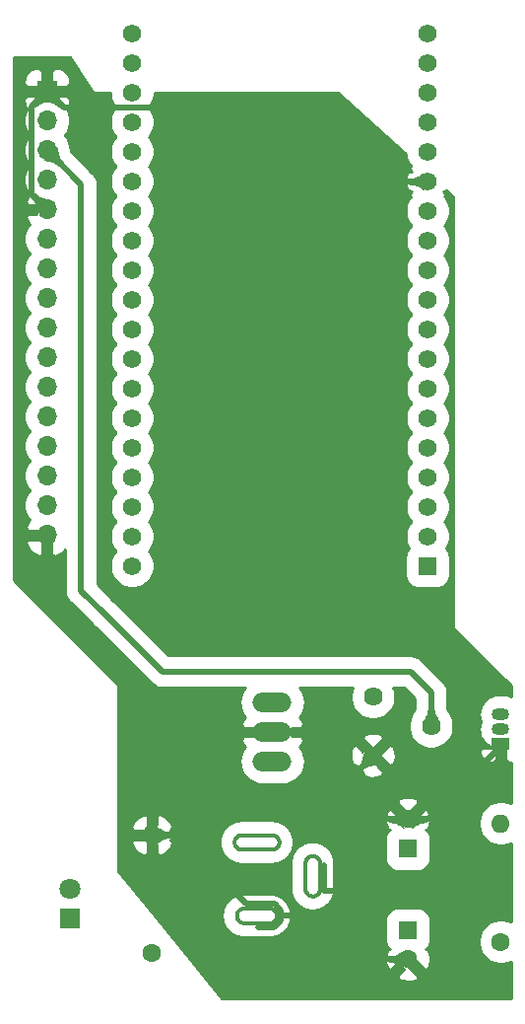
<source format=gbr>
G04 #@! TF.GenerationSoftware,KiCad,Pcbnew,(5.1.12)-1*
G04 #@! TF.CreationDate,2021-12-26T01:52:18+01:00*
G04 #@! TF.ProjectId,esp32,65737033-322e-46b6-9963-61645f706362,rev?*
G04 #@! TF.SameCoordinates,Original*
G04 #@! TF.FileFunction,Copper,L2,Bot*
G04 #@! TF.FilePolarity,Positive*
%FSLAX46Y46*%
G04 Gerber Fmt 4.6, Leading zero omitted, Abs format (unit mm)*
G04 Created by KiCad (PCBNEW (5.1.12)-1) date 2021-12-26 01:52:18*
%MOMM*%
%LPD*%
G01*
G04 APERTURE LIST*
G04 #@! TA.AperFunction,EtchedComponent*
%ADD10C,0.001000*%
G04 #@! TD*
G04 #@! TA.AperFunction,ComponentPad*
%ADD11C,1.620000*%
G04 #@! TD*
G04 #@! TA.AperFunction,ComponentPad*
%ADD12O,1.700000X1.700000*%
G04 #@! TD*
G04 #@! TA.AperFunction,ComponentPad*
%ADD13R,1.700000X1.700000*%
G04 #@! TD*
G04 #@! TA.AperFunction,ComponentPad*
%ADD14C,1.600000*%
G04 #@! TD*
G04 #@! TA.AperFunction,ComponentPad*
%ADD15R,1.600000X1.600000*%
G04 #@! TD*
G04 #@! TA.AperFunction,ComponentPad*
%ADD16O,1.600000X1.600000*%
G04 #@! TD*
G04 #@! TA.AperFunction,ComponentPad*
%ADD17O,3.352800X1.676400*%
G04 #@! TD*
G04 #@! TA.AperFunction,ComponentPad*
%ADD18O,1.500000X1.050000*%
G04 #@! TD*
G04 #@! TA.AperFunction,ComponentPad*
%ADD19R,1.500000X1.050000*%
G04 #@! TD*
G04 #@! TA.AperFunction,ComponentPad*
%ADD20R,1.800000X1.800000*%
G04 #@! TD*
G04 #@! TA.AperFunction,ComponentPad*
%ADD21C,1.800000*%
G04 #@! TD*
G04 #@! TA.AperFunction,ComponentPad*
%ADD22R,1.560000X1.560000*%
G04 #@! TD*
G04 #@! TA.AperFunction,ComponentPad*
%ADD23C,1.560000*%
G04 #@! TD*
G04 #@! TA.AperFunction,Conductor*
%ADD24C,0.500000*%
G04 #@! TD*
G04 #@! TA.AperFunction,Conductor*
%ADD25C,0.025400*%
G04 #@! TD*
G04 #@! TA.AperFunction,Conductor*
%ADD26C,0.100000*%
G04 #@! TD*
G04 #@! TA.AperFunction,Conductor*
%ADD27C,0.254000*%
G04 #@! TD*
G04 APERTURE END LIST*
D10*
G36*
X141000000Y-110250000D02*
G01*
X141000000Y-110000000D01*
X139900000Y-110000000D01*
X139861000Y-110001000D01*
X139822000Y-110004000D01*
X139783000Y-110009000D01*
X139744000Y-110016000D01*
X139706000Y-110026000D01*
X139668000Y-110037000D01*
X139631000Y-110050000D01*
X139595000Y-110065000D01*
X139560000Y-110082000D01*
X139525000Y-110100000D01*
X139492000Y-110121000D01*
X139459000Y-110143000D01*
X139428000Y-110167000D01*
X139398000Y-110193000D01*
X139370000Y-110220000D01*
X139343000Y-110248000D01*
X139317000Y-110278000D01*
X139293000Y-110309000D01*
X139271000Y-110342000D01*
X139250000Y-110375000D01*
X139232000Y-110410000D01*
X139215000Y-110445000D01*
X139200000Y-110481000D01*
X139187000Y-110518000D01*
X139176000Y-110556000D01*
X139166000Y-110594000D01*
X139159000Y-110633000D01*
X139154000Y-110672000D01*
X139151000Y-110711000D01*
X139150000Y-110750000D01*
X139151000Y-110789000D01*
X139154000Y-110828000D01*
X139159000Y-110867000D01*
X139166000Y-110906000D01*
X139176000Y-110944000D01*
X139187000Y-110982000D01*
X139200000Y-111019000D01*
X139215000Y-111055000D01*
X139232000Y-111090000D01*
X139250000Y-111125000D01*
X139271000Y-111158000D01*
X139293000Y-111191000D01*
X139317000Y-111222000D01*
X139343000Y-111252000D01*
X139370000Y-111280000D01*
X139398000Y-111307000D01*
X139428000Y-111333000D01*
X139459000Y-111357000D01*
X139492000Y-111379000D01*
X139525000Y-111400000D01*
X139560000Y-111418000D01*
X139595000Y-111435000D01*
X139631000Y-111450000D01*
X139668000Y-111463000D01*
X139706000Y-111474000D01*
X139744000Y-111484000D01*
X139783000Y-111491000D01*
X139822000Y-111496000D01*
X139861000Y-111499000D01*
X139900000Y-111500000D01*
X141000000Y-111500000D01*
X141000000Y-111250000D01*
X139900000Y-111250000D01*
X139874000Y-111249000D01*
X139848000Y-111247000D01*
X139822000Y-111244000D01*
X139796000Y-111239000D01*
X139771000Y-111233000D01*
X139745000Y-111226000D01*
X139721000Y-111217000D01*
X139697000Y-111207000D01*
X139673000Y-111196000D01*
X139650000Y-111183000D01*
X139628000Y-111169000D01*
X139606000Y-111155000D01*
X139585000Y-111139000D01*
X139565000Y-111122000D01*
X139546000Y-111104000D01*
X139528000Y-111085000D01*
X139511000Y-111065000D01*
X139495000Y-111044000D01*
X139481000Y-111022000D01*
X139467000Y-111000000D01*
X139454000Y-110977000D01*
X139443000Y-110953000D01*
X139433000Y-110929000D01*
X139424000Y-110905000D01*
X139417000Y-110879000D01*
X139411000Y-110854000D01*
X139406000Y-110828000D01*
X139403000Y-110802000D01*
X139401000Y-110776000D01*
X139400000Y-110750000D01*
X139401000Y-110724000D01*
X139403000Y-110698000D01*
X139406000Y-110672000D01*
X139411000Y-110646000D01*
X139417000Y-110621000D01*
X139424000Y-110595000D01*
X139433000Y-110571000D01*
X139443000Y-110547000D01*
X139454000Y-110523000D01*
X139467000Y-110500000D01*
X139481000Y-110478000D01*
X139495000Y-110456000D01*
X139511000Y-110435000D01*
X139528000Y-110415000D01*
X139546000Y-110396000D01*
X139565000Y-110378000D01*
X139585000Y-110361000D01*
X139606000Y-110345000D01*
X139628000Y-110331000D01*
X139650000Y-110317000D01*
X139673000Y-110304000D01*
X139697000Y-110293000D01*
X139721000Y-110283000D01*
X139745000Y-110274000D01*
X139771000Y-110267000D01*
X139796000Y-110261000D01*
X139822000Y-110256000D01*
X139848000Y-110253000D01*
X139874000Y-110251000D01*
X139900000Y-110250000D01*
X141000000Y-110250000D01*
G37*
X141000000Y-110250000D02*
X141000000Y-110000000D01*
X139900000Y-110000000D01*
X139861000Y-110001000D01*
X139822000Y-110004000D01*
X139783000Y-110009000D01*
X139744000Y-110016000D01*
X139706000Y-110026000D01*
X139668000Y-110037000D01*
X139631000Y-110050000D01*
X139595000Y-110065000D01*
X139560000Y-110082000D01*
X139525000Y-110100000D01*
X139492000Y-110121000D01*
X139459000Y-110143000D01*
X139428000Y-110167000D01*
X139398000Y-110193000D01*
X139370000Y-110220000D01*
X139343000Y-110248000D01*
X139317000Y-110278000D01*
X139293000Y-110309000D01*
X139271000Y-110342000D01*
X139250000Y-110375000D01*
X139232000Y-110410000D01*
X139215000Y-110445000D01*
X139200000Y-110481000D01*
X139187000Y-110518000D01*
X139176000Y-110556000D01*
X139166000Y-110594000D01*
X139159000Y-110633000D01*
X139154000Y-110672000D01*
X139151000Y-110711000D01*
X139150000Y-110750000D01*
X139151000Y-110789000D01*
X139154000Y-110828000D01*
X139159000Y-110867000D01*
X139166000Y-110906000D01*
X139176000Y-110944000D01*
X139187000Y-110982000D01*
X139200000Y-111019000D01*
X139215000Y-111055000D01*
X139232000Y-111090000D01*
X139250000Y-111125000D01*
X139271000Y-111158000D01*
X139293000Y-111191000D01*
X139317000Y-111222000D01*
X139343000Y-111252000D01*
X139370000Y-111280000D01*
X139398000Y-111307000D01*
X139428000Y-111333000D01*
X139459000Y-111357000D01*
X139492000Y-111379000D01*
X139525000Y-111400000D01*
X139560000Y-111418000D01*
X139595000Y-111435000D01*
X139631000Y-111450000D01*
X139668000Y-111463000D01*
X139706000Y-111474000D01*
X139744000Y-111484000D01*
X139783000Y-111491000D01*
X139822000Y-111496000D01*
X139861000Y-111499000D01*
X139900000Y-111500000D01*
X141000000Y-111500000D01*
X141000000Y-111250000D01*
X139900000Y-111250000D01*
X139874000Y-111249000D01*
X139848000Y-111247000D01*
X139822000Y-111244000D01*
X139796000Y-111239000D01*
X139771000Y-111233000D01*
X139745000Y-111226000D01*
X139721000Y-111217000D01*
X139697000Y-111207000D01*
X139673000Y-111196000D01*
X139650000Y-111183000D01*
X139628000Y-111169000D01*
X139606000Y-111155000D01*
X139585000Y-111139000D01*
X139565000Y-111122000D01*
X139546000Y-111104000D01*
X139528000Y-111085000D01*
X139511000Y-111065000D01*
X139495000Y-111044000D01*
X139481000Y-111022000D01*
X139467000Y-111000000D01*
X139454000Y-110977000D01*
X139443000Y-110953000D01*
X139433000Y-110929000D01*
X139424000Y-110905000D01*
X139417000Y-110879000D01*
X139411000Y-110854000D01*
X139406000Y-110828000D01*
X139403000Y-110802000D01*
X139401000Y-110776000D01*
X139400000Y-110750000D01*
X139401000Y-110724000D01*
X139403000Y-110698000D01*
X139406000Y-110672000D01*
X139411000Y-110646000D01*
X139417000Y-110621000D01*
X139424000Y-110595000D01*
X139433000Y-110571000D01*
X139443000Y-110547000D01*
X139454000Y-110523000D01*
X139467000Y-110500000D01*
X139481000Y-110478000D01*
X139495000Y-110456000D01*
X139511000Y-110435000D01*
X139528000Y-110415000D01*
X139546000Y-110396000D01*
X139565000Y-110378000D01*
X139585000Y-110361000D01*
X139606000Y-110345000D01*
X139628000Y-110331000D01*
X139650000Y-110317000D01*
X139673000Y-110304000D01*
X139697000Y-110293000D01*
X139721000Y-110283000D01*
X139745000Y-110274000D01*
X139771000Y-110267000D01*
X139796000Y-110261000D01*
X139822000Y-110256000D01*
X139848000Y-110253000D01*
X139874000Y-110251000D01*
X139900000Y-110250000D01*
X141000000Y-110250000D01*
G36*
X141000000Y-111250000D02*
G01*
X141000000Y-111500000D01*
X142100000Y-111500000D01*
X142139000Y-111499000D01*
X142178000Y-111496000D01*
X142217000Y-111491000D01*
X142256000Y-111484000D01*
X142294000Y-111474000D01*
X142332000Y-111463000D01*
X142369000Y-111450000D01*
X142405000Y-111435000D01*
X142440000Y-111418000D01*
X142475000Y-111400000D01*
X142508000Y-111379000D01*
X142541000Y-111357000D01*
X142572000Y-111333000D01*
X142602000Y-111307000D01*
X142630000Y-111280000D01*
X142657000Y-111252000D01*
X142683000Y-111222000D01*
X142707000Y-111191000D01*
X142729000Y-111158000D01*
X142750000Y-111125000D01*
X142768000Y-111090000D01*
X142785000Y-111055000D01*
X142800000Y-111019000D01*
X142813000Y-110982000D01*
X142824000Y-110944000D01*
X142834000Y-110906000D01*
X142841000Y-110867000D01*
X142846000Y-110828000D01*
X142849000Y-110789000D01*
X142850000Y-110750000D01*
X142849000Y-110711000D01*
X142846000Y-110672000D01*
X142841000Y-110633000D01*
X142834000Y-110594000D01*
X142824000Y-110556000D01*
X142813000Y-110518000D01*
X142800000Y-110481000D01*
X142785000Y-110445000D01*
X142768000Y-110410000D01*
X142750000Y-110375000D01*
X142729000Y-110342000D01*
X142707000Y-110309000D01*
X142683000Y-110278000D01*
X142657000Y-110248000D01*
X142630000Y-110220000D01*
X142602000Y-110193000D01*
X142572000Y-110167000D01*
X142541000Y-110143000D01*
X142508000Y-110121000D01*
X142475000Y-110100000D01*
X142440000Y-110082000D01*
X142405000Y-110065000D01*
X142369000Y-110050000D01*
X142332000Y-110037000D01*
X142294000Y-110026000D01*
X142256000Y-110016000D01*
X142217000Y-110009000D01*
X142178000Y-110004000D01*
X142139000Y-110001000D01*
X142100000Y-110000000D01*
X141000000Y-110000000D01*
X141000000Y-110250000D01*
X142100000Y-110250000D01*
X142126000Y-110251000D01*
X142152000Y-110253000D01*
X142178000Y-110256000D01*
X142204000Y-110261000D01*
X142229000Y-110267000D01*
X142255000Y-110274000D01*
X142279000Y-110283000D01*
X142303000Y-110293000D01*
X142327000Y-110304000D01*
X142350000Y-110317000D01*
X142372000Y-110331000D01*
X142394000Y-110345000D01*
X142415000Y-110361000D01*
X142435000Y-110378000D01*
X142454000Y-110396000D01*
X142472000Y-110415000D01*
X142489000Y-110435000D01*
X142505000Y-110456000D01*
X142519000Y-110478000D01*
X142533000Y-110500000D01*
X142546000Y-110523000D01*
X142557000Y-110547000D01*
X142567000Y-110571000D01*
X142576000Y-110595000D01*
X142583000Y-110621000D01*
X142589000Y-110646000D01*
X142594000Y-110672000D01*
X142597000Y-110698000D01*
X142599000Y-110724000D01*
X142600000Y-110750000D01*
X142599000Y-110776000D01*
X142597000Y-110802000D01*
X142594000Y-110828000D01*
X142589000Y-110854000D01*
X142583000Y-110879000D01*
X142576000Y-110905000D01*
X142567000Y-110929000D01*
X142557000Y-110953000D01*
X142546000Y-110977000D01*
X142533000Y-111000000D01*
X142519000Y-111022000D01*
X142505000Y-111044000D01*
X142489000Y-111065000D01*
X142472000Y-111085000D01*
X142454000Y-111104000D01*
X142435000Y-111122000D01*
X142415000Y-111139000D01*
X142394000Y-111155000D01*
X142372000Y-111169000D01*
X142350000Y-111183000D01*
X142327000Y-111196000D01*
X142303000Y-111207000D01*
X142279000Y-111217000D01*
X142255000Y-111226000D01*
X142229000Y-111233000D01*
X142204000Y-111239000D01*
X142178000Y-111244000D01*
X142152000Y-111247000D01*
X142126000Y-111249000D01*
X142100000Y-111250000D01*
X141000000Y-111250000D01*
G37*
X141000000Y-111250000D02*
X141000000Y-111500000D01*
X142100000Y-111500000D01*
X142139000Y-111499000D01*
X142178000Y-111496000D01*
X142217000Y-111491000D01*
X142256000Y-111484000D01*
X142294000Y-111474000D01*
X142332000Y-111463000D01*
X142369000Y-111450000D01*
X142405000Y-111435000D01*
X142440000Y-111418000D01*
X142475000Y-111400000D01*
X142508000Y-111379000D01*
X142541000Y-111357000D01*
X142572000Y-111333000D01*
X142602000Y-111307000D01*
X142630000Y-111280000D01*
X142657000Y-111252000D01*
X142683000Y-111222000D01*
X142707000Y-111191000D01*
X142729000Y-111158000D01*
X142750000Y-111125000D01*
X142768000Y-111090000D01*
X142785000Y-111055000D01*
X142800000Y-111019000D01*
X142813000Y-110982000D01*
X142824000Y-110944000D01*
X142834000Y-110906000D01*
X142841000Y-110867000D01*
X142846000Y-110828000D01*
X142849000Y-110789000D01*
X142850000Y-110750000D01*
X142849000Y-110711000D01*
X142846000Y-110672000D01*
X142841000Y-110633000D01*
X142834000Y-110594000D01*
X142824000Y-110556000D01*
X142813000Y-110518000D01*
X142800000Y-110481000D01*
X142785000Y-110445000D01*
X142768000Y-110410000D01*
X142750000Y-110375000D01*
X142729000Y-110342000D01*
X142707000Y-110309000D01*
X142683000Y-110278000D01*
X142657000Y-110248000D01*
X142630000Y-110220000D01*
X142602000Y-110193000D01*
X142572000Y-110167000D01*
X142541000Y-110143000D01*
X142508000Y-110121000D01*
X142475000Y-110100000D01*
X142440000Y-110082000D01*
X142405000Y-110065000D01*
X142369000Y-110050000D01*
X142332000Y-110037000D01*
X142294000Y-110026000D01*
X142256000Y-110016000D01*
X142217000Y-110009000D01*
X142178000Y-110004000D01*
X142139000Y-110001000D01*
X142100000Y-110000000D01*
X141000000Y-110000000D01*
X141000000Y-110250000D01*
X142100000Y-110250000D01*
X142126000Y-110251000D01*
X142152000Y-110253000D01*
X142178000Y-110256000D01*
X142204000Y-110261000D01*
X142229000Y-110267000D01*
X142255000Y-110274000D01*
X142279000Y-110283000D01*
X142303000Y-110293000D01*
X142327000Y-110304000D01*
X142350000Y-110317000D01*
X142372000Y-110331000D01*
X142394000Y-110345000D01*
X142415000Y-110361000D01*
X142435000Y-110378000D01*
X142454000Y-110396000D01*
X142472000Y-110415000D01*
X142489000Y-110435000D01*
X142505000Y-110456000D01*
X142519000Y-110478000D01*
X142533000Y-110500000D01*
X142546000Y-110523000D01*
X142557000Y-110547000D01*
X142567000Y-110571000D01*
X142576000Y-110595000D01*
X142583000Y-110621000D01*
X142589000Y-110646000D01*
X142594000Y-110672000D01*
X142597000Y-110698000D01*
X142599000Y-110724000D01*
X142600000Y-110750000D01*
X142599000Y-110776000D01*
X142597000Y-110802000D01*
X142594000Y-110828000D01*
X142589000Y-110854000D01*
X142583000Y-110879000D01*
X142576000Y-110905000D01*
X142567000Y-110929000D01*
X142557000Y-110953000D01*
X142546000Y-110977000D01*
X142533000Y-111000000D01*
X142519000Y-111022000D01*
X142505000Y-111044000D01*
X142489000Y-111065000D01*
X142472000Y-111085000D01*
X142454000Y-111104000D01*
X142435000Y-111122000D01*
X142415000Y-111139000D01*
X142394000Y-111155000D01*
X142372000Y-111169000D01*
X142350000Y-111183000D01*
X142327000Y-111196000D01*
X142303000Y-111207000D01*
X142279000Y-111217000D01*
X142255000Y-111226000D01*
X142229000Y-111233000D01*
X142204000Y-111239000D01*
X142178000Y-111244000D01*
X142152000Y-111247000D01*
X142126000Y-111249000D01*
X142100000Y-111250000D01*
X141000000Y-111250000D01*
G36*
X145300000Y-107350000D02*
G01*
X145050000Y-107350000D01*
X145050000Y-108450000D01*
X145051000Y-108489000D01*
X145054000Y-108528000D01*
X145059000Y-108567000D01*
X145066000Y-108606000D01*
X145076000Y-108644000D01*
X145087000Y-108682000D01*
X145100000Y-108719000D01*
X145115000Y-108755000D01*
X145132000Y-108790000D01*
X145150000Y-108825000D01*
X145171000Y-108858000D01*
X145193000Y-108891000D01*
X145217000Y-108922000D01*
X145243000Y-108952000D01*
X145270000Y-108980000D01*
X145298000Y-109007000D01*
X145328000Y-109033000D01*
X145359000Y-109057000D01*
X145392000Y-109079000D01*
X145425000Y-109100000D01*
X145460000Y-109118000D01*
X145495000Y-109135000D01*
X145531000Y-109150000D01*
X145568000Y-109163000D01*
X145606000Y-109174000D01*
X145644000Y-109184000D01*
X145683000Y-109191000D01*
X145722000Y-109196000D01*
X145761000Y-109199000D01*
X145800000Y-109200000D01*
X145839000Y-109199000D01*
X145878000Y-109196000D01*
X145917000Y-109191000D01*
X145956000Y-109184000D01*
X145994000Y-109174000D01*
X146032000Y-109163000D01*
X146069000Y-109150000D01*
X146105000Y-109135000D01*
X146140000Y-109118000D01*
X146175000Y-109100000D01*
X146208000Y-109079000D01*
X146241000Y-109057000D01*
X146272000Y-109033000D01*
X146302000Y-109007000D01*
X146330000Y-108980000D01*
X146357000Y-108952000D01*
X146383000Y-108922000D01*
X146407000Y-108891000D01*
X146429000Y-108858000D01*
X146450000Y-108825000D01*
X146468000Y-108790000D01*
X146485000Y-108755000D01*
X146500000Y-108719000D01*
X146513000Y-108682000D01*
X146524000Y-108644000D01*
X146534000Y-108606000D01*
X146541000Y-108567000D01*
X146546000Y-108528000D01*
X146549000Y-108489000D01*
X146550000Y-108450000D01*
X146550000Y-107350000D01*
X146300000Y-107350000D01*
X146300000Y-108450000D01*
X146299000Y-108476000D01*
X146297000Y-108502000D01*
X146294000Y-108528000D01*
X146289000Y-108554000D01*
X146283000Y-108579000D01*
X146276000Y-108605000D01*
X146267000Y-108629000D01*
X146257000Y-108653000D01*
X146246000Y-108677000D01*
X146233000Y-108700000D01*
X146219000Y-108722000D01*
X146205000Y-108744000D01*
X146189000Y-108765000D01*
X146172000Y-108785000D01*
X146154000Y-108804000D01*
X146135000Y-108822000D01*
X146115000Y-108839000D01*
X146094000Y-108855000D01*
X146072000Y-108869000D01*
X146050000Y-108883000D01*
X146027000Y-108896000D01*
X146003000Y-108907000D01*
X145979000Y-108917000D01*
X145955000Y-108926000D01*
X145929000Y-108933000D01*
X145904000Y-108939000D01*
X145878000Y-108944000D01*
X145852000Y-108947000D01*
X145826000Y-108949000D01*
X145800000Y-108950000D01*
X145774000Y-108949000D01*
X145748000Y-108947000D01*
X145722000Y-108944000D01*
X145696000Y-108939000D01*
X145671000Y-108933000D01*
X145645000Y-108926000D01*
X145621000Y-108917000D01*
X145597000Y-108907000D01*
X145573000Y-108896000D01*
X145550000Y-108883000D01*
X145528000Y-108869000D01*
X145506000Y-108855000D01*
X145485000Y-108839000D01*
X145465000Y-108822000D01*
X145446000Y-108804000D01*
X145428000Y-108785000D01*
X145411000Y-108765000D01*
X145395000Y-108744000D01*
X145381000Y-108722000D01*
X145367000Y-108700000D01*
X145354000Y-108677000D01*
X145343000Y-108653000D01*
X145333000Y-108629000D01*
X145324000Y-108605000D01*
X145317000Y-108579000D01*
X145311000Y-108554000D01*
X145306000Y-108528000D01*
X145303000Y-108502000D01*
X145301000Y-108476000D01*
X145300000Y-108450000D01*
X145300000Y-107350000D01*
G37*
X145300000Y-107350000D02*
X145050000Y-107350000D01*
X145050000Y-108450000D01*
X145051000Y-108489000D01*
X145054000Y-108528000D01*
X145059000Y-108567000D01*
X145066000Y-108606000D01*
X145076000Y-108644000D01*
X145087000Y-108682000D01*
X145100000Y-108719000D01*
X145115000Y-108755000D01*
X145132000Y-108790000D01*
X145150000Y-108825000D01*
X145171000Y-108858000D01*
X145193000Y-108891000D01*
X145217000Y-108922000D01*
X145243000Y-108952000D01*
X145270000Y-108980000D01*
X145298000Y-109007000D01*
X145328000Y-109033000D01*
X145359000Y-109057000D01*
X145392000Y-109079000D01*
X145425000Y-109100000D01*
X145460000Y-109118000D01*
X145495000Y-109135000D01*
X145531000Y-109150000D01*
X145568000Y-109163000D01*
X145606000Y-109174000D01*
X145644000Y-109184000D01*
X145683000Y-109191000D01*
X145722000Y-109196000D01*
X145761000Y-109199000D01*
X145800000Y-109200000D01*
X145839000Y-109199000D01*
X145878000Y-109196000D01*
X145917000Y-109191000D01*
X145956000Y-109184000D01*
X145994000Y-109174000D01*
X146032000Y-109163000D01*
X146069000Y-109150000D01*
X146105000Y-109135000D01*
X146140000Y-109118000D01*
X146175000Y-109100000D01*
X146208000Y-109079000D01*
X146241000Y-109057000D01*
X146272000Y-109033000D01*
X146302000Y-109007000D01*
X146330000Y-108980000D01*
X146357000Y-108952000D01*
X146383000Y-108922000D01*
X146407000Y-108891000D01*
X146429000Y-108858000D01*
X146450000Y-108825000D01*
X146468000Y-108790000D01*
X146485000Y-108755000D01*
X146500000Y-108719000D01*
X146513000Y-108682000D01*
X146524000Y-108644000D01*
X146534000Y-108606000D01*
X146541000Y-108567000D01*
X146546000Y-108528000D01*
X146549000Y-108489000D01*
X146550000Y-108450000D01*
X146550000Y-107350000D01*
X146300000Y-107350000D01*
X146300000Y-108450000D01*
X146299000Y-108476000D01*
X146297000Y-108502000D01*
X146294000Y-108528000D01*
X146289000Y-108554000D01*
X146283000Y-108579000D01*
X146276000Y-108605000D01*
X146267000Y-108629000D01*
X146257000Y-108653000D01*
X146246000Y-108677000D01*
X146233000Y-108700000D01*
X146219000Y-108722000D01*
X146205000Y-108744000D01*
X146189000Y-108765000D01*
X146172000Y-108785000D01*
X146154000Y-108804000D01*
X146135000Y-108822000D01*
X146115000Y-108839000D01*
X146094000Y-108855000D01*
X146072000Y-108869000D01*
X146050000Y-108883000D01*
X146027000Y-108896000D01*
X146003000Y-108907000D01*
X145979000Y-108917000D01*
X145955000Y-108926000D01*
X145929000Y-108933000D01*
X145904000Y-108939000D01*
X145878000Y-108944000D01*
X145852000Y-108947000D01*
X145826000Y-108949000D01*
X145800000Y-108950000D01*
X145774000Y-108949000D01*
X145748000Y-108947000D01*
X145722000Y-108944000D01*
X145696000Y-108939000D01*
X145671000Y-108933000D01*
X145645000Y-108926000D01*
X145621000Y-108917000D01*
X145597000Y-108907000D01*
X145573000Y-108896000D01*
X145550000Y-108883000D01*
X145528000Y-108869000D01*
X145506000Y-108855000D01*
X145485000Y-108839000D01*
X145465000Y-108822000D01*
X145446000Y-108804000D01*
X145428000Y-108785000D01*
X145411000Y-108765000D01*
X145395000Y-108744000D01*
X145381000Y-108722000D01*
X145367000Y-108700000D01*
X145354000Y-108677000D01*
X145343000Y-108653000D01*
X145333000Y-108629000D01*
X145324000Y-108605000D01*
X145317000Y-108579000D01*
X145311000Y-108554000D01*
X145306000Y-108528000D01*
X145303000Y-108502000D01*
X145301000Y-108476000D01*
X145300000Y-108450000D01*
X145300000Y-107350000D01*
G36*
X146300000Y-107350000D02*
G01*
X146550000Y-107350000D01*
X146550000Y-106250000D01*
X146549000Y-106211000D01*
X146546000Y-106172000D01*
X146541000Y-106133000D01*
X146534000Y-106094000D01*
X146524000Y-106056000D01*
X146513000Y-106018000D01*
X146500000Y-105981000D01*
X146485000Y-105945000D01*
X146468000Y-105910000D01*
X146450000Y-105875000D01*
X146429000Y-105842000D01*
X146407000Y-105809000D01*
X146383000Y-105778000D01*
X146357000Y-105748000D01*
X146330000Y-105720000D01*
X146302000Y-105693000D01*
X146272000Y-105667000D01*
X146241000Y-105643000D01*
X146208000Y-105621000D01*
X146175000Y-105600000D01*
X146140000Y-105582000D01*
X146105000Y-105565000D01*
X146069000Y-105550000D01*
X146032000Y-105537000D01*
X145994000Y-105526000D01*
X145956000Y-105516000D01*
X145917000Y-105509000D01*
X145878000Y-105504000D01*
X145839000Y-105501000D01*
X145800000Y-105500000D01*
X145761000Y-105501000D01*
X145722000Y-105504000D01*
X145683000Y-105509000D01*
X145644000Y-105516000D01*
X145606000Y-105526000D01*
X145568000Y-105537000D01*
X145531000Y-105550000D01*
X145495000Y-105565000D01*
X145460000Y-105582000D01*
X145425000Y-105600000D01*
X145392000Y-105621000D01*
X145359000Y-105643000D01*
X145328000Y-105667000D01*
X145298000Y-105693000D01*
X145270000Y-105720000D01*
X145243000Y-105748000D01*
X145217000Y-105778000D01*
X145193000Y-105809000D01*
X145171000Y-105842000D01*
X145150000Y-105875000D01*
X145132000Y-105910000D01*
X145115000Y-105945000D01*
X145100000Y-105981000D01*
X145087000Y-106018000D01*
X145076000Y-106056000D01*
X145066000Y-106094000D01*
X145059000Y-106133000D01*
X145054000Y-106172000D01*
X145051000Y-106211000D01*
X145050000Y-106250000D01*
X145050000Y-107350000D01*
X145300000Y-107350000D01*
X145300000Y-106250000D01*
X145301000Y-106224000D01*
X145303000Y-106198000D01*
X145306000Y-106172000D01*
X145311000Y-106146000D01*
X145317000Y-106121000D01*
X145324000Y-106095000D01*
X145333000Y-106071000D01*
X145343000Y-106047000D01*
X145354000Y-106023000D01*
X145367000Y-106000000D01*
X145381000Y-105978000D01*
X145395000Y-105956000D01*
X145411000Y-105935000D01*
X145428000Y-105915000D01*
X145446000Y-105896000D01*
X145465000Y-105878000D01*
X145485000Y-105861000D01*
X145506000Y-105845000D01*
X145528000Y-105831000D01*
X145550000Y-105817000D01*
X145573000Y-105804000D01*
X145597000Y-105793000D01*
X145621000Y-105783000D01*
X145645000Y-105774000D01*
X145671000Y-105767000D01*
X145696000Y-105761000D01*
X145722000Y-105756000D01*
X145748000Y-105753000D01*
X145774000Y-105751000D01*
X145800000Y-105750000D01*
X145826000Y-105751000D01*
X145852000Y-105753000D01*
X145878000Y-105756000D01*
X145904000Y-105761000D01*
X145929000Y-105767000D01*
X145955000Y-105774000D01*
X145979000Y-105783000D01*
X146003000Y-105793000D01*
X146027000Y-105804000D01*
X146050000Y-105817000D01*
X146072000Y-105831000D01*
X146094000Y-105845000D01*
X146115000Y-105861000D01*
X146135000Y-105878000D01*
X146154000Y-105896000D01*
X146172000Y-105915000D01*
X146189000Y-105935000D01*
X146205000Y-105956000D01*
X146219000Y-105978000D01*
X146233000Y-106000000D01*
X146246000Y-106023000D01*
X146257000Y-106047000D01*
X146267000Y-106071000D01*
X146276000Y-106095000D01*
X146283000Y-106121000D01*
X146289000Y-106146000D01*
X146294000Y-106172000D01*
X146297000Y-106198000D01*
X146299000Y-106224000D01*
X146300000Y-106250000D01*
X146300000Y-107350000D01*
G37*
X146300000Y-107350000D02*
X146550000Y-107350000D01*
X146550000Y-106250000D01*
X146549000Y-106211000D01*
X146546000Y-106172000D01*
X146541000Y-106133000D01*
X146534000Y-106094000D01*
X146524000Y-106056000D01*
X146513000Y-106018000D01*
X146500000Y-105981000D01*
X146485000Y-105945000D01*
X146468000Y-105910000D01*
X146450000Y-105875000D01*
X146429000Y-105842000D01*
X146407000Y-105809000D01*
X146383000Y-105778000D01*
X146357000Y-105748000D01*
X146330000Y-105720000D01*
X146302000Y-105693000D01*
X146272000Y-105667000D01*
X146241000Y-105643000D01*
X146208000Y-105621000D01*
X146175000Y-105600000D01*
X146140000Y-105582000D01*
X146105000Y-105565000D01*
X146069000Y-105550000D01*
X146032000Y-105537000D01*
X145994000Y-105526000D01*
X145956000Y-105516000D01*
X145917000Y-105509000D01*
X145878000Y-105504000D01*
X145839000Y-105501000D01*
X145800000Y-105500000D01*
X145761000Y-105501000D01*
X145722000Y-105504000D01*
X145683000Y-105509000D01*
X145644000Y-105516000D01*
X145606000Y-105526000D01*
X145568000Y-105537000D01*
X145531000Y-105550000D01*
X145495000Y-105565000D01*
X145460000Y-105582000D01*
X145425000Y-105600000D01*
X145392000Y-105621000D01*
X145359000Y-105643000D01*
X145328000Y-105667000D01*
X145298000Y-105693000D01*
X145270000Y-105720000D01*
X145243000Y-105748000D01*
X145217000Y-105778000D01*
X145193000Y-105809000D01*
X145171000Y-105842000D01*
X145150000Y-105875000D01*
X145132000Y-105910000D01*
X145115000Y-105945000D01*
X145100000Y-105981000D01*
X145087000Y-106018000D01*
X145076000Y-106056000D01*
X145066000Y-106094000D01*
X145059000Y-106133000D01*
X145054000Y-106172000D01*
X145051000Y-106211000D01*
X145050000Y-106250000D01*
X145050000Y-107350000D01*
X145300000Y-107350000D01*
X145300000Y-106250000D01*
X145301000Y-106224000D01*
X145303000Y-106198000D01*
X145306000Y-106172000D01*
X145311000Y-106146000D01*
X145317000Y-106121000D01*
X145324000Y-106095000D01*
X145333000Y-106071000D01*
X145343000Y-106047000D01*
X145354000Y-106023000D01*
X145367000Y-106000000D01*
X145381000Y-105978000D01*
X145395000Y-105956000D01*
X145411000Y-105935000D01*
X145428000Y-105915000D01*
X145446000Y-105896000D01*
X145465000Y-105878000D01*
X145485000Y-105861000D01*
X145506000Y-105845000D01*
X145528000Y-105831000D01*
X145550000Y-105817000D01*
X145573000Y-105804000D01*
X145597000Y-105793000D01*
X145621000Y-105783000D01*
X145645000Y-105774000D01*
X145671000Y-105767000D01*
X145696000Y-105761000D01*
X145722000Y-105756000D01*
X145748000Y-105753000D01*
X145774000Y-105751000D01*
X145800000Y-105750000D01*
X145826000Y-105751000D01*
X145852000Y-105753000D01*
X145878000Y-105756000D01*
X145904000Y-105761000D01*
X145929000Y-105767000D01*
X145955000Y-105774000D01*
X145979000Y-105783000D01*
X146003000Y-105793000D01*
X146027000Y-105804000D01*
X146050000Y-105817000D01*
X146072000Y-105831000D01*
X146094000Y-105845000D01*
X146115000Y-105861000D01*
X146135000Y-105878000D01*
X146154000Y-105896000D01*
X146172000Y-105915000D01*
X146189000Y-105935000D01*
X146205000Y-105956000D01*
X146219000Y-105978000D01*
X146233000Y-106000000D01*
X146246000Y-106023000D01*
X146257000Y-106047000D01*
X146267000Y-106071000D01*
X146276000Y-106095000D01*
X146283000Y-106121000D01*
X146289000Y-106146000D01*
X146294000Y-106172000D01*
X146297000Y-106198000D01*
X146299000Y-106224000D01*
X146300000Y-106250000D01*
X146300000Y-107350000D01*
G36*
X141000000Y-103950000D02*
G01*
X141000000Y-103700000D01*
X139700000Y-103700000D01*
X139661000Y-103701000D01*
X139622000Y-103704000D01*
X139583000Y-103709000D01*
X139544000Y-103716000D01*
X139506000Y-103726000D01*
X139468000Y-103737000D01*
X139431000Y-103750000D01*
X139395000Y-103765000D01*
X139360000Y-103782000D01*
X139325000Y-103800000D01*
X139292000Y-103821000D01*
X139259000Y-103843000D01*
X139228000Y-103867000D01*
X139198000Y-103893000D01*
X139170000Y-103920000D01*
X139143000Y-103948000D01*
X139117000Y-103978000D01*
X139093000Y-104009000D01*
X139071000Y-104042000D01*
X139050000Y-104075000D01*
X139032000Y-104110000D01*
X139015000Y-104145000D01*
X139000000Y-104181000D01*
X138987000Y-104218000D01*
X138976000Y-104256000D01*
X138966000Y-104294000D01*
X138959000Y-104333000D01*
X138954000Y-104372000D01*
X138951000Y-104411000D01*
X138950000Y-104450000D01*
X138951000Y-104489000D01*
X138954000Y-104528000D01*
X138959000Y-104567000D01*
X138966000Y-104606000D01*
X138976000Y-104644000D01*
X138987000Y-104682000D01*
X139000000Y-104719000D01*
X139015000Y-104755000D01*
X139032000Y-104790000D01*
X139050000Y-104825000D01*
X139071000Y-104858000D01*
X139093000Y-104891000D01*
X139117000Y-104922000D01*
X139143000Y-104952000D01*
X139170000Y-104980000D01*
X139198000Y-105007000D01*
X139228000Y-105033000D01*
X139259000Y-105057000D01*
X139292000Y-105079000D01*
X139325000Y-105100000D01*
X139360000Y-105118000D01*
X139395000Y-105135000D01*
X139431000Y-105150000D01*
X139468000Y-105163000D01*
X139506000Y-105174000D01*
X139544000Y-105184000D01*
X139583000Y-105191000D01*
X139622000Y-105196000D01*
X139661000Y-105199000D01*
X139700000Y-105200000D01*
X141000000Y-105200000D01*
X141000000Y-104950000D01*
X139700000Y-104950000D01*
X139674000Y-104949000D01*
X139648000Y-104947000D01*
X139622000Y-104944000D01*
X139596000Y-104939000D01*
X139571000Y-104933000D01*
X139545000Y-104926000D01*
X139521000Y-104917000D01*
X139497000Y-104907000D01*
X139473000Y-104896000D01*
X139450000Y-104883000D01*
X139428000Y-104869000D01*
X139406000Y-104855000D01*
X139385000Y-104839000D01*
X139365000Y-104822000D01*
X139346000Y-104804000D01*
X139328000Y-104785000D01*
X139311000Y-104765000D01*
X139295000Y-104744000D01*
X139281000Y-104722000D01*
X139267000Y-104700000D01*
X139254000Y-104677000D01*
X139243000Y-104653000D01*
X139233000Y-104629000D01*
X139224000Y-104605000D01*
X139217000Y-104579000D01*
X139211000Y-104554000D01*
X139206000Y-104528000D01*
X139203000Y-104502000D01*
X139201000Y-104476000D01*
X139200000Y-104450000D01*
X139201000Y-104424000D01*
X139203000Y-104398000D01*
X139206000Y-104372000D01*
X139211000Y-104346000D01*
X139217000Y-104321000D01*
X139224000Y-104295000D01*
X139233000Y-104271000D01*
X139243000Y-104247000D01*
X139254000Y-104223000D01*
X139267000Y-104200000D01*
X139281000Y-104178000D01*
X139295000Y-104156000D01*
X139311000Y-104135000D01*
X139328000Y-104115000D01*
X139346000Y-104096000D01*
X139365000Y-104078000D01*
X139385000Y-104061000D01*
X139406000Y-104045000D01*
X139428000Y-104031000D01*
X139450000Y-104017000D01*
X139473000Y-104004000D01*
X139497000Y-103993000D01*
X139521000Y-103983000D01*
X139545000Y-103974000D01*
X139571000Y-103967000D01*
X139596000Y-103961000D01*
X139622000Y-103956000D01*
X139648000Y-103953000D01*
X139674000Y-103951000D01*
X139700000Y-103950000D01*
X141000000Y-103950000D01*
G37*
X141000000Y-103950000D02*
X141000000Y-103700000D01*
X139700000Y-103700000D01*
X139661000Y-103701000D01*
X139622000Y-103704000D01*
X139583000Y-103709000D01*
X139544000Y-103716000D01*
X139506000Y-103726000D01*
X139468000Y-103737000D01*
X139431000Y-103750000D01*
X139395000Y-103765000D01*
X139360000Y-103782000D01*
X139325000Y-103800000D01*
X139292000Y-103821000D01*
X139259000Y-103843000D01*
X139228000Y-103867000D01*
X139198000Y-103893000D01*
X139170000Y-103920000D01*
X139143000Y-103948000D01*
X139117000Y-103978000D01*
X139093000Y-104009000D01*
X139071000Y-104042000D01*
X139050000Y-104075000D01*
X139032000Y-104110000D01*
X139015000Y-104145000D01*
X139000000Y-104181000D01*
X138987000Y-104218000D01*
X138976000Y-104256000D01*
X138966000Y-104294000D01*
X138959000Y-104333000D01*
X138954000Y-104372000D01*
X138951000Y-104411000D01*
X138950000Y-104450000D01*
X138951000Y-104489000D01*
X138954000Y-104528000D01*
X138959000Y-104567000D01*
X138966000Y-104606000D01*
X138976000Y-104644000D01*
X138987000Y-104682000D01*
X139000000Y-104719000D01*
X139015000Y-104755000D01*
X139032000Y-104790000D01*
X139050000Y-104825000D01*
X139071000Y-104858000D01*
X139093000Y-104891000D01*
X139117000Y-104922000D01*
X139143000Y-104952000D01*
X139170000Y-104980000D01*
X139198000Y-105007000D01*
X139228000Y-105033000D01*
X139259000Y-105057000D01*
X139292000Y-105079000D01*
X139325000Y-105100000D01*
X139360000Y-105118000D01*
X139395000Y-105135000D01*
X139431000Y-105150000D01*
X139468000Y-105163000D01*
X139506000Y-105174000D01*
X139544000Y-105184000D01*
X139583000Y-105191000D01*
X139622000Y-105196000D01*
X139661000Y-105199000D01*
X139700000Y-105200000D01*
X141000000Y-105200000D01*
X141000000Y-104950000D01*
X139700000Y-104950000D01*
X139674000Y-104949000D01*
X139648000Y-104947000D01*
X139622000Y-104944000D01*
X139596000Y-104939000D01*
X139571000Y-104933000D01*
X139545000Y-104926000D01*
X139521000Y-104917000D01*
X139497000Y-104907000D01*
X139473000Y-104896000D01*
X139450000Y-104883000D01*
X139428000Y-104869000D01*
X139406000Y-104855000D01*
X139385000Y-104839000D01*
X139365000Y-104822000D01*
X139346000Y-104804000D01*
X139328000Y-104785000D01*
X139311000Y-104765000D01*
X139295000Y-104744000D01*
X139281000Y-104722000D01*
X139267000Y-104700000D01*
X139254000Y-104677000D01*
X139243000Y-104653000D01*
X139233000Y-104629000D01*
X139224000Y-104605000D01*
X139217000Y-104579000D01*
X139211000Y-104554000D01*
X139206000Y-104528000D01*
X139203000Y-104502000D01*
X139201000Y-104476000D01*
X139200000Y-104450000D01*
X139201000Y-104424000D01*
X139203000Y-104398000D01*
X139206000Y-104372000D01*
X139211000Y-104346000D01*
X139217000Y-104321000D01*
X139224000Y-104295000D01*
X139233000Y-104271000D01*
X139243000Y-104247000D01*
X139254000Y-104223000D01*
X139267000Y-104200000D01*
X139281000Y-104178000D01*
X139295000Y-104156000D01*
X139311000Y-104135000D01*
X139328000Y-104115000D01*
X139346000Y-104096000D01*
X139365000Y-104078000D01*
X139385000Y-104061000D01*
X139406000Y-104045000D01*
X139428000Y-104031000D01*
X139450000Y-104017000D01*
X139473000Y-104004000D01*
X139497000Y-103993000D01*
X139521000Y-103983000D01*
X139545000Y-103974000D01*
X139571000Y-103967000D01*
X139596000Y-103961000D01*
X139622000Y-103956000D01*
X139648000Y-103953000D01*
X139674000Y-103951000D01*
X139700000Y-103950000D01*
X141000000Y-103950000D01*
G36*
X141000000Y-104950000D02*
G01*
X141000000Y-105200000D01*
X142300000Y-105200000D01*
X142339000Y-105199000D01*
X142378000Y-105196000D01*
X142417000Y-105191000D01*
X142456000Y-105184000D01*
X142494000Y-105174000D01*
X142532000Y-105163000D01*
X142569000Y-105150000D01*
X142605000Y-105135000D01*
X142640000Y-105118000D01*
X142675000Y-105100000D01*
X142708000Y-105079000D01*
X142741000Y-105057000D01*
X142772000Y-105033000D01*
X142802000Y-105007000D01*
X142830000Y-104980000D01*
X142857000Y-104952000D01*
X142883000Y-104922000D01*
X142907000Y-104891000D01*
X142929000Y-104858000D01*
X142950000Y-104825000D01*
X142968000Y-104790000D01*
X142985000Y-104755000D01*
X143000000Y-104719000D01*
X143013000Y-104682000D01*
X143024000Y-104644000D01*
X143034000Y-104606000D01*
X143041000Y-104567000D01*
X143046000Y-104528000D01*
X143049000Y-104489000D01*
X143050000Y-104450000D01*
X143049000Y-104411000D01*
X143046000Y-104372000D01*
X143041000Y-104333000D01*
X143034000Y-104294000D01*
X143024000Y-104256000D01*
X143013000Y-104218000D01*
X143000000Y-104181000D01*
X142985000Y-104145000D01*
X142968000Y-104110000D01*
X142950000Y-104075000D01*
X142929000Y-104042000D01*
X142907000Y-104009000D01*
X142883000Y-103978000D01*
X142857000Y-103948000D01*
X142830000Y-103920000D01*
X142802000Y-103893000D01*
X142772000Y-103867000D01*
X142741000Y-103843000D01*
X142708000Y-103821000D01*
X142675000Y-103800000D01*
X142640000Y-103782000D01*
X142605000Y-103765000D01*
X142569000Y-103750000D01*
X142532000Y-103737000D01*
X142494000Y-103726000D01*
X142456000Y-103716000D01*
X142417000Y-103709000D01*
X142378000Y-103704000D01*
X142339000Y-103701000D01*
X142300000Y-103700000D01*
X141000000Y-103700000D01*
X141000000Y-103950000D01*
X142300000Y-103950000D01*
X142326000Y-103951000D01*
X142352000Y-103953000D01*
X142378000Y-103956000D01*
X142404000Y-103961000D01*
X142429000Y-103967000D01*
X142455000Y-103974000D01*
X142479000Y-103983000D01*
X142503000Y-103993000D01*
X142527000Y-104004000D01*
X142550000Y-104017000D01*
X142572000Y-104031000D01*
X142594000Y-104045000D01*
X142615000Y-104061000D01*
X142635000Y-104078000D01*
X142654000Y-104096000D01*
X142672000Y-104115000D01*
X142689000Y-104135000D01*
X142705000Y-104156000D01*
X142719000Y-104178000D01*
X142733000Y-104200000D01*
X142746000Y-104223000D01*
X142757000Y-104247000D01*
X142767000Y-104271000D01*
X142776000Y-104295000D01*
X142783000Y-104321000D01*
X142789000Y-104346000D01*
X142794000Y-104372000D01*
X142797000Y-104398000D01*
X142799000Y-104424000D01*
X142800000Y-104450000D01*
X142799000Y-104476000D01*
X142797000Y-104502000D01*
X142794000Y-104528000D01*
X142789000Y-104554000D01*
X142783000Y-104579000D01*
X142776000Y-104605000D01*
X142767000Y-104629000D01*
X142757000Y-104653000D01*
X142746000Y-104677000D01*
X142733000Y-104700000D01*
X142719000Y-104722000D01*
X142705000Y-104744000D01*
X142689000Y-104765000D01*
X142672000Y-104785000D01*
X142654000Y-104804000D01*
X142635000Y-104822000D01*
X142615000Y-104839000D01*
X142594000Y-104855000D01*
X142572000Y-104869000D01*
X142550000Y-104883000D01*
X142527000Y-104896000D01*
X142503000Y-104907000D01*
X142479000Y-104917000D01*
X142455000Y-104926000D01*
X142429000Y-104933000D01*
X142404000Y-104939000D01*
X142378000Y-104944000D01*
X142352000Y-104947000D01*
X142326000Y-104949000D01*
X142300000Y-104950000D01*
X141000000Y-104950000D01*
G37*
X141000000Y-104950000D02*
X141000000Y-105200000D01*
X142300000Y-105200000D01*
X142339000Y-105199000D01*
X142378000Y-105196000D01*
X142417000Y-105191000D01*
X142456000Y-105184000D01*
X142494000Y-105174000D01*
X142532000Y-105163000D01*
X142569000Y-105150000D01*
X142605000Y-105135000D01*
X142640000Y-105118000D01*
X142675000Y-105100000D01*
X142708000Y-105079000D01*
X142741000Y-105057000D01*
X142772000Y-105033000D01*
X142802000Y-105007000D01*
X142830000Y-104980000D01*
X142857000Y-104952000D01*
X142883000Y-104922000D01*
X142907000Y-104891000D01*
X142929000Y-104858000D01*
X142950000Y-104825000D01*
X142968000Y-104790000D01*
X142985000Y-104755000D01*
X143000000Y-104719000D01*
X143013000Y-104682000D01*
X143024000Y-104644000D01*
X143034000Y-104606000D01*
X143041000Y-104567000D01*
X143046000Y-104528000D01*
X143049000Y-104489000D01*
X143050000Y-104450000D01*
X143049000Y-104411000D01*
X143046000Y-104372000D01*
X143041000Y-104333000D01*
X143034000Y-104294000D01*
X143024000Y-104256000D01*
X143013000Y-104218000D01*
X143000000Y-104181000D01*
X142985000Y-104145000D01*
X142968000Y-104110000D01*
X142950000Y-104075000D01*
X142929000Y-104042000D01*
X142907000Y-104009000D01*
X142883000Y-103978000D01*
X142857000Y-103948000D01*
X142830000Y-103920000D01*
X142802000Y-103893000D01*
X142772000Y-103867000D01*
X142741000Y-103843000D01*
X142708000Y-103821000D01*
X142675000Y-103800000D01*
X142640000Y-103782000D01*
X142605000Y-103765000D01*
X142569000Y-103750000D01*
X142532000Y-103737000D01*
X142494000Y-103726000D01*
X142456000Y-103716000D01*
X142417000Y-103709000D01*
X142378000Y-103704000D01*
X142339000Y-103701000D01*
X142300000Y-103700000D01*
X141000000Y-103700000D01*
X141000000Y-103950000D01*
X142300000Y-103950000D01*
X142326000Y-103951000D01*
X142352000Y-103953000D01*
X142378000Y-103956000D01*
X142404000Y-103961000D01*
X142429000Y-103967000D01*
X142455000Y-103974000D01*
X142479000Y-103983000D01*
X142503000Y-103993000D01*
X142527000Y-104004000D01*
X142550000Y-104017000D01*
X142572000Y-104031000D01*
X142594000Y-104045000D01*
X142615000Y-104061000D01*
X142635000Y-104078000D01*
X142654000Y-104096000D01*
X142672000Y-104115000D01*
X142689000Y-104135000D01*
X142705000Y-104156000D01*
X142719000Y-104178000D01*
X142733000Y-104200000D01*
X142746000Y-104223000D01*
X142757000Y-104247000D01*
X142767000Y-104271000D01*
X142776000Y-104295000D01*
X142783000Y-104321000D01*
X142789000Y-104346000D01*
X142794000Y-104372000D01*
X142797000Y-104398000D01*
X142799000Y-104424000D01*
X142800000Y-104450000D01*
X142799000Y-104476000D01*
X142797000Y-104502000D01*
X142794000Y-104528000D01*
X142789000Y-104554000D01*
X142783000Y-104579000D01*
X142776000Y-104605000D01*
X142767000Y-104629000D01*
X142757000Y-104653000D01*
X142746000Y-104677000D01*
X142733000Y-104700000D01*
X142719000Y-104722000D01*
X142705000Y-104744000D01*
X142689000Y-104765000D01*
X142672000Y-104785000D01*
X142654000Y-104804000D01*
X142635000Y-104822000D01*
X142615000Y-104839000D01*
X142594000Y-104855000D01*
X142572000Y-104869000D01*
X142550000Y-104883000D01*
X142527000Y-104896000D01*
X142503000Y-104907000D01*
X142479000Y-104917000D01*
X142455000Y-104926000D01*
X142429000Y-104933000D01*
X142404000Y-104939000D01*
X142378000Y-104944000D01*
X142352000Y-104947000D01*
X142326000Y-104949000D01*
X142300000Y-104950000D01*
X141000000Y-104950000D01*
D11*
X151000000Y-92000000D03*
X156000000Y-94500000D03*
X151000000Y-97000000D03*
D12*
X123000000Y-78100000D03*
X123000000Y-75560000D03*
X123000000Y-73020000D03*
X123000000Y-70480000D03*
X123000000Y-67940000D03*
X123000000Y-65400000D03*
X123000000Y-62860000D03*
X123000000Y-60320000D03*
X123000000Y-57780000D03*
X123000000Y-55240000D03*
X123000000Y-52700000D03*
X123000000Y-50160000D03*
X123000000Y-47620000D03*
X123000000Y-45080000D03*
X123000000Y-42540000D03*
D13*
X123000000Y-40000000D03*
D14*
X154000000Y-114500000D03*
D15*
X154000000Y-112000000D03*
D16*
X162000000Y-102840000D03*
D14*
X162000000Y-113000000D03*
D17*
X142350000Y-97540000D03*
X142350000Y-95000000D03*
X142350000Y-92460000D03*
D14*
X154000000Y-102500000D03*
D15*
X154000000Y-105000000D03*
D14*
X132000000Y-114000000D03*
D16*
X132000000Y-103840000D03*
D18*
X162000000Y-94730000D03*
X162000000Y-93460000D03*
D19*
X162000000Y-96000000D03*
D20*
X125000000Y-111000000D03*
D21*
X125000000Y-108460000D03*
D22*
X155700000Y-80760000D03*
D23*
X155700000Y-78220000D03*
X155700000Y-35040000D03*
X155700000Y-75680000D03*
X155700000Y-73140000D03*
X155700000Y-70600000D03*
X155700000Y-68060000D03*
X155700000Y-65520000D03*
X155700000Y-62980000D03*
X155700000Y-60440000D03*
X155700000Y-57900000D03*
X155700000Y-55360000D03*
X155700000Y-52820000D03*
X155700000Y-50280000D03*
X155700000Y-47740000D03*
X155700000Y-45200000D03*
X155700000Y-42660000D03*
X155700000Y-40120000D03*
X155700000Y-37580000D03*
X130300000Y-80760000D03*
X130300000Y-78220000D03*
X130300000Y-75680000D03*
X130300000Y-73140000D03*
X130300000Y-70600000D03*
X130300000Y-68060000D03*
X130300000Y-65520000D03*
X130300000Y-62980000D03*
X130300000Y-60440000D03*
X130300000Y-57900000D03*
X130300000Y-55360000D03*
X130300000Y-52820000D03*
X130300000Y-50280000D03*
X130300000Y-47740000D03*
X130300000Y-45200000D03*
X130300000Y-42660000D03*
X130300000Y-40120000D03*
X130300000Y-37580000D03*
X130300000Y-35040000D03*
D24*
X149504400Y-98495600D02*
X151000000Y-97000000D01*
X154000000Y-114500000D02*
X151431600Y-114500000D01*
X149504400Y-98450400D02*
X146054000Y-95000000D01*
X155738400Y-102500000D02*
X162000000Y-96238400D01*
X153200800Y-47740000D02*
X155700000Y-47740000D01*
X132000000Y-103840000D02*
X132390010Y-103449990D01*
X123000000Y-50160000D02*
X121699999Y-48859999D01*
X149504400Y-104749600D02*
X149504400Y-98495600D01*
X162000000Y-96238400D02*
X162000000Y-96000000D01*
X149504400Y-104749600D02*
X151754000Y-102500000D01*
X124429999Y-41429999D02*
X146890799Y-41429999D01*
X121699999Y-41300001D02*
X123000000Y-40000000D01*
X149504400Y-98495600D02*
X149504400Y-98450400D01*
X151754000Y-102500000D02*
X154000000Y-102500000D01*
X151431600Y-114500000D02*
X149453600Y-112522000D01*
X149453600Y-108661200D02*
X149453600Y-104749600D01*
X149453600Y-104749600D02*
X149504400Y-104749600D01*
X146054000Y-95000000D02*
X142350000Y-95000000D01*
X154000000Y-102500000D02*
X155738400Y-102500000D01*
X123000000Y-40000000D02*
X124429999Y-41429999D01*
X121699999Y-48859999D02*
X121699999Y-41300001D01*
X146890799Y-41429999D02*
X153200800Y-47740000D01*
X149453600Y-109583220D02*
X149303740Y-109583220D01*
X149453600Y-112522000D02*
X149453600Y-109583220D01*
X149453600Y-109583220D02*
X149453600Y-108661200D01*
X149303740Y-109583220D02*
X148343620Y-108623100D01*
X149453600Y-112522000D02*
X149430740Y-112522000D01*
X147683220Y-110774480D02*
X143118375Y-110774480D01*
X149430740Y-112522000D02*
X147683220Y-110774480D01*
X136144000Y-105780840D02*
X140113150Y-109749990D01*
X136144000Y-104597200D02*
X136144000Y-105780840D01*
X135386800Y-103840000D02*
X136144000Y-104597200D01*
X132000000Y-103840000D02*
X135386800Y-103840000D01*
X146810190Y-108623100D02*
X146800010Y-108612920D01*
X146800010Y-108612920D02*
X146800010Y-106400600D01*
X143118375Y-110338532D02*
X143118375Y-110774480D01*
X142529833Y-109749990D02*
X143118375Y-110338532D01*
X140113150Y-109749990D02*
X142529833Y-109749990D01*
X143118375Y-110774480D02*
X143118375Y-111157956D01*
X142526321Y-111750010D02*
X142307110Y-111750010D01*
X143118375Y-111157956D02*
X142526321Y-111750010D01*
X142307110Y-111750010D02*
X141130020Y-111750010D01*
X148343620Y-108623100D02*
X146810190Y-108623100D01*
X125933200Y-48013200D02*
X123000000Y-45080000D01*
X127965200Y-84886800D02*
X127914400Y-84886800D01*
X127914400Y-84886800D02*
X125933200Y-82905600D01*
X156000000Y-91585600D02*
X154228800Y-89814400D01*
X156000000Y-94500000D02*
X156000000Y-91585600D01*
X154228800Y-89814400D02*
X132892800Y-89814400D01*
X125933200Y-82905600D02*
X125933200Y-48013200D01*
X132892800Y-89814400D02*
X127965200Y-84886800D01*
D25*
X162307252Y-96409916D02*
X162227866Y-96470279D01*
X162151132Y-96526367D01*
X162081371Y-96576029D01*
X162081371Y-96576028D01*
X162015888Y-96622448D01*
X162015774Y-96622530D01*
X161951981Y-96668821D01*
X161951745Y-96668997D01*
X161886968Y-96718336D01*
X161886659Y-96718579D01*
X161818221Y-96774138D01*
X161817896Y-96774410D01*
X161743123Y-96839365D01*
X161742827Y-96839631D01*
X161659044Y-96917158D01*
X161658794Y-96917396D01*
X161572305Y-97001896D01*
X161236369Y-96665960D01*
X161296658Y-96602320D01*
X161297230Y-96601674D01*
X161352336Y-96534961D01*
X161353014Y-96534062D01*
X161395971Y-96471499D01*
X161396687Y-96470323D01*
X161429029Y-96410161D01*
X161429671Y-96408772D01*
X161452936Y-96349262D01*
X161453401Y-96347827D01*
X161469124Y-96287218D01*
X161469385Y-96285951D01*
X161479102Y-96222496D01*
X161479210Y-96221550D01*
X161484456Y-96153498D01*
X161484488Y-96152916D01*
X161486800Y-96078517D01*
X161486805Y-96078264D01*
X161487620Y-96004591D01*
X162108260Y-95781134D01*
X162307252Y-96409916D01*
G04 #@! TA.AperFunction,Conductor*
D26*
G36*
X162307252Y-96409916D02*
G01*
X162227866Y-96470279D01*
X162151132Y-96526367D01*
X162081371Y-96576029D01*
X162081371Y-96576028D01*
X162015888Y-96622448D01*
X162015774Y-96622530D01*
X161951981Y-96668821D01*
X161951745Y-96668997D01*
X161886968Y-96718336D01*
X161886659Y-96718579D01*
X161818221Y-96774138D01*
X161817896Y-96774410D01*
X161743123Y-96839365D01*
X161742827Y-96839631D01*
X161659044Y-96917158D01*
X161658794Y-96917396D01*
X161572305Y-97001896D01*
X161236369Y-96665960D01*
X161296658Y-96602320D01*
X161297230Y-96601674D01*
X161352336Y-96534961D01*
X161353014Y-96534062D01*
X161395971Y-96471499D01*
X161396687Y-96470323D01*
X161429029Y-96410161D01*
X161429671Y-96408772D01*
X161452936Y-96349262D01*
X161453401Y-96347827D01*
X161469124Y-96287218D01*
X161469385Y-96285951D01*
X161479102Y-96222496D01*
X161479210Y-96221550D01*
X161484456Y-96153498D01*
X161484488Y-96152916D01*
X161486800Y-96078517D01*
X161486805Y-96078264D01*
X161487620Y-96004591D01*
X162108260Y-95781134D01*
X162307252Y-96409916D01*
G37*
G04 #@! TD.AperFunction*
D25*
X156243949Y-93075101D02*
X156244037Y-93076202D01*
X156263139Y-93230834D01*
X156263370Y-93232142D01*
X156293698Y-93363104D01*
X156294102Y-93364486D01*
X156334421Y-93478118D01*
X156334932Y-93479349D01*
X156384008Y-93581995D01*
X156384468Y-93582868D01*
X156441067Y-93680870D01*
X156441323Y-93681294D01*
X156504210Y-93780994D01*
X156572031Y-93888542D01*
X156643539Y-94010236D01*
X156713523Y-94144702D01*
X156000000Y-94886678D01*
X155286477Y-94144702D01*
X155356460Y-94010236D01*
X155427968Y-93888542D01*
X155495789Y-93780994D01*
X155558676Y-93681294D01*
X155558932Y-93680870D01*
X155615531Y-93582868D01*
X155615991Y-93581995D01*
X155665067Y-93479349D01*
X155665578Y-93478118D01*
X155705897Y-93364486D01*
X155706301Y-93363104D01*
X155736629Y-93232142D01*
X155736860Y-93230834D01*
X155755962Y-93076202D01*
X155756050Y-93075102D01*
X155762252Y-92902700D01*
X156237748Y-92902700D01*
X156243949Y-93075101D01*
G04 #@! TA.AperFunction,Conductor*
D26*
G36*
X156243949Y-93075101D02*
G01*
X156244037Y-93076202D01*
X156263139Y-93230834D01*
X156263370Y-93232142D01*
X156293698Y-93363104D01*
X156294102Y-93364486D01*
X156334421Y-93478118D01*
X156334932Y-93479349D01*
X156384008Y-93581995D01*
X156384468Y-93582868D01*
X156441067Y-93680870D01*
X156441323Y-93681294D01*
X156504210Y-93780994D01*
X156572031Y-93888542D01*
X156643539Y-94010236D01*
X156713523Y-94144702D01*
X156000000Y-94886678D01*
X155286477Y-94144702D01*
X155356460Y-94010236D01*
X155427968Y-93888542D01*
X155495789Y-93780994D01*
X155558676Y-93681294D01*
X155558932Y-93680870D01*
X155615531Y-93582868D01*
X155615991Y-93581995D01*
X155665067Y-93479349D01*
X155665578Y-93478118D01*
X155705897Y-93364486D01*
X155706301Y-93363104D01*
X155736629Y-93232142D01*
X155736860Y-93230834D01*
X155755962Y-93076202D01*
X155756050Y-93075102D01*
X155762252Y-92902700D01*
X156237748Y-92902700D01*
X156243949Y-93075101D01*
G37*
G04 #@! TD.AperFunction*
D25*
X123793538Y-44813570D02*
X123841583Y-44966851D01*
X123878256Y-45111315D01*
X123906707Y-45242477D01*
X123906706Y-45242477D01*
X123932698Y-45364148D01*
X123932806Y-45364608D01*
X123962058Y-45480292D01*
X123962337Y-45481239D01*
X124000628Y-45594720D01*
X124001130Y-45595982D01*
X124054238Y-45711044D01*
X124054937Y-45712352D01*
X124128642Y-45832779D01*
X124129423Y-45833912D01*
X124229502Y-45963488D01*
X124230243Y-45964363D01*
X124354155Y-46097904D01*
X124017904Y-46434155D01*
X123884363Y-46310243D01*
X123883488Y-46309502D01*
X123753912Y-46209423D01*
X123752779Y-46208642D01*
X123632352Y-46134937D01*
X123631044Y-46134238D01*
X123515982Y-46081130D01*
X123514720Y-46080628D01*
X123401239Y-46042337D01*
X123400292Y-46042058D01*
X123284608Y-46012806D01*
X123284148Y-46012698D01*
X123162477Y-45986706D01*
X123162477Y-45986707D01*
X123031315Y-45958256D01*
X122886851Y-45921583D01*
X122733570Y-45873538D01*
X122712436Y-44792436D01*
X123793538Y-44813570D01*
G04 #@! TA.AperFunction,Conductor*
D26*
G36*
X123793538Y-44813570D02*
G01*
X123841583Y-44966851D01*
X123878256Y-45111315D01*
X123906707Y-45242477D01*
X123906706Y-45242477D01*
X123932698Y-45364148D01*
X123932806Y-45364608D01*
X123962058Y-45480292D01*
X123962337Y-45481239D01*
X124000628Y-45594720D01*
X124001130Y-45595982D01*
X124054238Y-45711044D01*
X124054937Y-45712352D01*
X124128642Y-45832779D01*
X124129423Y-45833912D01*
X124229502Y-45963488D01*
X124230243Y-45964363D01*
X124354155Y-46097904D01*
X124017904Y-46434155D01*
X123884363Y-46310243D01*
X123883488Y-46309502D01*
X123753912Y-46209423D01*
X123752779Y-46208642D01*
X123632352Y-46134937D01*
X123631044Y-46134238D01*
X123515982Y-46081130D01*
X123514720Y-46080628D01*
X123401239Y-46042337D01*
X123400292Y-46042058D01*
X123284608Y-46012806D01*
X123284148Y-46012698D01*
X123162477Y-45986706D01*
X123162477Y-45986707D01*
X123031315Y-45958256D01*
X122886851Y-45921583D01*
X122733570Y-45873538D01*
X122712436Y-44792436D01*
X123793538Y-44813570D01*
G37*
G04 #@! TD.AperFunction*
D25*
X154483430Y-101864347D02*
X154603504Y-101934665D01*
X154709740Y-102001293D01*
X154709748Y-102001298D01*
X154808269Y-102062993D01*
X154808699Y-102063250D01*
X154905579Y-102118720D01*
X154906454Y-102119177D01*
X155007932Y-102167231D01*
X155009158Y-102167735D01*
X155121471Y-102207182D01*
X155122843Y-102207579D01*
X155252228Y-102237230D01*
X155253524Y-102237457D01*
X155406218Y-102256120D01*
X155407307Y-102256206D01*
X155577300Y-102262256D01*
X155577300Y-102737744D01*
X155407307Y-102743793D01*
X155406218Y-102743879D01*
X155253524Y-102762542D01*
X155252228Y-102762769D01*
X155122843Y-102792420D01*
X155121471Y-102792817D01*
X155009158Y-102832264D01*
X155007932Y-102832768D01*
X154906454Y-102880822D01*
X154905579Y-102881279D01*
X154808699Y-102936749D01*
X154808269Y-102937006D01*
X154709748Y-102998701D01*
X154709740Y-102998706D01*
X154603504Y-103065334D01*
X154483430Y-103135652D01*
X154350943Y-103204527D01*
X153618322Y-102500000D01*
X154350943Y-101795473D01*
X154483430Y-101864347D01*
G04 #@! TA.AperFunction,Conductor*
D26*
G36*
X154483430Y-101864347D02*
G01*
X154603504Y-101934665D01*
X154709740Y-102001293D01*
X154709748Y-102001298D01*
X154808269Y-102062993D01*
X154808699Y-102063250D01*
X154905579Y-102118720D01*
X154906454Y-102119177D01*
X155007932Y-102167231D01*
X155009158Y-102167735D01*
X155121471Y-102207182D01*
X155122843Y-102207579D01*
X155252228Y-102237230D01*
X155253524Y-102237457D01*
X155406218Y-102256120D01*
X155407307Y-102256206D01*
X155577300Y-102262256D01*
X155577300Y-102737744D01*
X155407307Y-102743793D01*
X155406218Y-102743879D01*
X155253524Y-102762542D01*
X155252228Y-102762769D01*
X155122843Y-102792420D01*
X155121471Y-102792817D01*
X155009158Y-102832264D01*
X155007932Y-102832768D01*
X154906454Y-102880822D01*
X154905579Y-102881279D01*
X154808699Y-102936749D01*
X154808269Y-102937006D01*
X154709748Y-102998701D01*
X154709740Y-102998706D01*
X154603504Y-103065334D01*
X154483430Y-103135652D01*
X154350943Y-103204527D01*
X153618322Y-102500000D01*
X154350943Y-101795473D01*
X154483430Y-101864347D01*
G37*
G04 #@! TD.AperFunction*
D25*
X156071678Y-47740000D02*
X155357768Y-48426533D01*
X155229226Y-48359871D01*
X155112342Y-48291905D01*
X155008792Y-48227698D01*
X155008766Y-48227682D01*
X154912605Y-48168371D01*
X154912162Y-48168110D01*
X154817524Y-48114898D01*
X154816646Y-48114448D01*
X154717504Y-48068440D01*
X154716287Y-48067950D01*
X154606614Y-48030246D01*
X154605263Y-48029864D01*
X154479031Y-48001568D01*
X154477760Y-48001350D01*
X154328941Y-47983563D01*
X154327876Y-47983481D01*
X154162700Y-47977734D01*
X154162700Y-47502265D01*
X154327876Y-47496518D01*
X154328941Y-47496436D01*
X154477760Y-47478649D01*
X154479031Y-47478431D01*
X154605263Y-47450135D01*
X154606614Y-47449753D01*
X154716287Y-47412049D01*
X154717504Y-47411559D01*
X154816646Y-47365551D01*
X154817524Y-47365101D01*
X154912162Y-47311889D01*
X154912605Y-47311628D01*
X155008766Y-47252317D01*
X155008792Y-47252301D01*
X155112342Y-47188094D01*
X155229226Y-47120128D01*
X155357768Y-47053467D01*
X156071678Y-47740000D01*
G04 #@! TA.AperFunction,Conductor*
D26*
G36*
X156071678Y-47740000D02*
G01*
X155357768Y-48426533D01*
X155229226Y-48359871D01*
X155112342Y-48291905D01*
X155008792Y-48227698D01*
X155008766Y-48227682D01*
X154912605Y-48168371D01*
X154912162Y-48168110D01*
X154817524Y-48114898D01*
X154816646Y-48114448D01*
X154717504Y-48068440D01*
X154716287Y-48067950D01*
X154606614Y-48030246D01*
X154605263Y-48029864D01*
X154479031Y-48001568D01*
X154477760Y-48001350D01*
X154328941Y-47983563D01*
X154327876Y-47983481D01*
X154162700Y-47977734D01*
X154162700Y-47502265D01*
X154327876Y-47496518D01*
X154328941Y-47496436D01*
X154477760Y-47478649D01*
X154479031Y-47478431D01*
X154605263Y-47450135D01*
X154606614Y-47449753D01*
X154716287Y-47412049D01*
X154717504Y-47411559D01*
X154816646Y-47365551D01*
X154817524Y-47365101D01*
X154912162Y-47311889D01*
X154912605Y-47311628D01*
X155008766Y-47252317D01*
X155008792Y-47252301D01*
X155112342Y-47188094D01*
X155229226Y-47120128D01*
X155357768Y-47053467D01*
X156071678Y-47740000D01*
G37*
G04 #@! TD.AperFunction*
D25*
X123793538Y-39733570D02*
X123841583Y-39886851D01*
X123878256Y-40031315D01*
X123906707Y-40162477D01*
X123906706Y-40162477D01*
X123932698Y-40284148D01*
X123932806Y-40284608D01*
X123962058Y-40400292D01*
X123962337Y-40401239D01*
X124000628Y-40514720D01*
X124001130Y-40515982D01*
X124054238Y-40631044D01*
X124054937Y-40632352D01*
X124128642Y-40752779D01*
X124129423Y-40753912D01*
X124229502Y-40883488D01*
X124230243Y-40884363D01*
X124354155Y-41017904D01*
X124017904Y-41354155D01*
X123884363Y-41230243D01*
X123883488Y-41229502D01*
X123753912Y-41129423D01*
X123752779Y-41128642D01*
X123632352Y-41054937D01*
X123631044Y-41054238D01*
X123515982Y-41001130D01*
X123514720Y-41000628D01*
X123401239Y-40962337D01*
X123400292Y-40962058D01*
X123284608Y-40932806D01*
X123284148Y-40932698D01*
X123162477Y-40906706D01*
X123162477Y-40906707D01*
X123031315Y-40878256D01*
X122886851Y-40841583D01*
X122733570Y-40793538D01*
X122712436Y-39712436D01*
X123793538Y-39733570D01*
G04 #@! TA.AperFunction,Conductor*
D26*
G36*
X123793538Y-39733570D02*
G01*
X123841583Y-39886851D01*
X123878256Y-40031315D01*
X123906707Y-40162477D01*
X123906706Y-40162477D01*
X123932698Y-40284148D01*
X123932806Y-40284608D01*
X123962058Y-40400292D01*
X123962337Y-40401239D01*
X124000628Y-40514720D01*
X124001130Y-40515982D01*
X124054238Y-40631044D01*
X124054937Y-40632352D01*
X124128642Y-40752779D01*
X124129423Y-40753912D01*
X124229502Y-40883488D01*
X124230243Y-40884363D01*
X124354155Y-41017904D01*
X124017904Y-41354155D01*
X123884363Y-41230243D01*
X123883488Y-41229502D01*
X123753912Y-41129423D01*
X123752779Y-41128642D01*
X123632352Y-41054937D01*
X123631044Y-41054238D01*
X123515982Y-41001130D01*
X123514720Y-41000628D01*
X123401239Y-40962337D01*
X123400292Y-40962058D01*
X123284608Y-40932806D01*
X123284148Y-40932698D01*
X123162477Y-40906706D01*
X123162477Y-40906707D01*
X123031315Y-40878256D01*
X122886851Y-40841583D01*
X122733570Y-40793538D01*
X122712436Y-39712436D01*
X123793538Y-39733570D01*
G37*
G04 #@! TD.AperFunction*
D25*
X122115636Y-48929756D02*
X122116511Y-48930497D01*
X122246087Y-49030576D01*
X122247220Y-49031357D01*
X122367647Y-49105062D01*
X122368955Y-49105761D01*
X122484017Y-49158869D01*
X122485279Y-49159371D01*
X122598760Y-49197662D01*
X122599707Y-49197941D01*
X122715391Y-49227193D01*
X122715851Y-49227301D01*
X122837522Y-49253293D01*
X122837522Y-49253292D01*
X122968684Y-49281743D01*
X123113148Y-49318416D01*
X123266430Y-49366462D01*
X123287564Y-50447564D01*
X122206462Y-50426430D01*
X122158416Y-50273148D01*
X122121743Y-50128684D01*
X122093292Y-49997522D01*
X122093293Y-49997522D01*
X122067301Y-49875851D01*
X122067193Y-49875391D01*
X122037941Y-49759707D01*
X122037662Y-49758760D01*
X121999371Y-49645279D01*
X121998869Y-49644017D01*
X121945761Y-49528955D01*
X121945062Y-49527647D01*
X121871357Y-49407220D01*
X121870576Y-49406087D01*
X121770497Y-49276511D01*
X121769756Y-49275636D01*
X121645845Y-49142096D01*
X121982096Y-48805845D01*
X122115636Y-48929756D01*
G04 #@! TA.AperFunction,Conductor*
D26*
G36*
X122115636Y-48929756D02*
G01*
X122116511Y-48930497D01*
X122246087Y-49030576D01*
X122247220Y-49031357D01*
X122367647Y-49105062D01*
X122368955Y-49105761D01*
X122484017Y-49158869D01*
X122485279Y-49159371D01*
X122598760Y-49197662D01*
X122599707Y-49197941D01*
X122715391Y-49227193D01*
X122715851Y-49227301D01*
X122837522Y-49253293D01*
X122837522Y-49253292D01*
X122968684Y-49281743D01*
X123113148Y-49318416D01*
X123266430Y-49366462D01*
X123287564Y-50447564D01*
X122206462Y-50426430D01*
X122158416Y-50273148D01*
X122121743Y-50128684D01*
X122093292Y-49997522D01*
X122093293Y-49997522D01*
X122067301Y-49875851D01*
X122067193Y-49875391D01*
X122037941Y-49759707D01*
X122037662Y-49758760D01*
X121999371Y-49645279D01*
X121998869Y-49644017D01*
X121945761Y-49528955D01*
X121945062Y-49527647D01*
X121871357Y-49407220D01*
X121870576Y-49406087D01*
X121770497Y-49276511D01*
X121769756Y-49275636D01*
X121645845Y-49142096D01*
X121982096Y-48805845D01*
X122115636Y-48929756D01*
G37*
G04 #@! TD.AperFunction*
D25*
X123266430Y-40793539D02*
X123113153Y-40841582D01*
X122968684Y-40878256D01*
X122837522Y-40906707D01*
X122837522Y-40906706D01*
X122715851Y-40932698D01*
X122715391Y-40932806D01*
X122599707Y-40962058D01*
X122598760Y-40962337D01*
X122485279Y-41000628D01*
X122484017Y-41001130D01*
X122368955Y-41054238D01*
X122367647Y-41054937D01*
X122247220Y-41128642D01*
X122246087Y-41129423D01*
X122116511Y-41229502D01*
X122115636Y-41230243D01*
X121982096Y-41354155D01*
X121645845Y-41017904D01*
X121769756Y-40884363D01*
X121770497Y-40883488D01*
X121870576Y-40753912D01*
X121871357Y-40752779D01*
X121945062Y-40632352D01*
X121945761Y-40631044D01*
X121998869Y-40515982D01*
X121999371Y-40514720D01*
X122037662Y-40401239D01*
X122037941Y-40400292D01*
X122067193Y-40284608D01*
X122067301Y-40284148D01*
X122093293Y-40162477D01*
X122093292Y-40162477D01*
X122121743Y-40031315D01*
X122158416Y-39886851D01*
X122206462Y-39733570D01*
X123287564Y-39712436D01*
X123266430Y-40793539D01*
G04 #@! TA.AperFunction,Conductor*
D26*
G36*
X123266430Y-40793539D02*
G01*
X123113153Y-40841582D01*
X122968684Y-40878256D01*
X122837522Y-40906707D01*
X122837522Y-40906706D01*
X122715851Y-40932698D01*
X122715391Y-40932806D01*
X122599707Y-40962058D01*
X122598760Y-40962337D01*
X122485279Y-41000628D01*
X122484017Y-41001130D01*
X122368955Y-41054238D01*
X122367647Y-41054937D01*
X122247220Y-41128642D01*
X122246087Y-41129423D01*
X122116511Y-41229502D01*
X122115636Y-41230243D01*
X121982096Y-41354155D01*
X121645845Y-41017904D01*
X121769756Y-40884363D01*
X121770497Y-40883488D01*
X121870576Y-40753912D01*
X121871357Y-40752779D01*
X121945062Y-40632352D01*
X121945761Y-40631044D01*
X121998869Y-40515982D01*
X121999371Y-40514720D01*
X122037662Y-40401239D01*
X122037941Y-40400292D01*
X122067193Y-40284608D01*
X122067301Y-40284148D01*
X122093293Y-40162477D01*
X122093292Y-40162477D01*
X122121743Y-40031315D01*
X122158416Y-39886851D01*
X122206462Y-39733570D01*
X123287564Y-39712436D01*
X123266430Y-40793539D01*
G37*
G04 #@! TD.AperFunction*
D25*
X142857802Y-94334289D02*
X142984157Y-94409156D01*
X143095629Y-94480394D01*
X143198808Y-94546640D01*
X143199218Y-94546892D01*
X143300538Y-94606658D01*
X143301407Y-94607126D01*
X143407510Y-94659059D01*
X143408752Y-94659587D01*
X143526281Y-94702335D01*
X143527687Y-94702756D01*
X143663286Y-94734965D01*
X143664624Y-94735208D01*
X143824935Y-94755525D01*
X143826064Y-94755617D01*
X144005500Y-94762240D01*
X144005500Y-95237760D01*
X143826064Y-95244382D01*
X143824935Y-95244474D01*
X143664624Y-95264791D01*
X143663286Y-95265034D01*
X143527687Y-95297243D01*
X143526281Y-95297664D01*
X143408752Y-95340412D01*
X143407510Y-95340940D01*
X143301407Y-95392873D01*
X143300538Y-95393341D01*
X143199218Y-95453107D01*
X143198808Y-95453359D01*
X143095629Y-95519605D01*
X142984157Y-95590843D01*
X142857802Y-95665710D01*
X142717582Y-95738895D01*
X141949222Y-95000000D01*
X142717582Y-94261105D01*
X142857802Y-94334289D01*
G04 #@! TA.AperFunction,Conductor*
D26*
G36*
X142857802Y-94334289D02*
G01*
X142984157Y-94409156D01*
X143095629Y-94480394D01*
X143198808Y-94546640D01*
X143199218Y-94546892D01*
X143300538Y-94606658D01*
X143301407Y-94607126D01*
X143407510Y-94659059D01*
X143408752Y-94659587D01*
X143526281Y-94702335D01*
X143527687Y-94702756D01*
X143663286Y-94734965D01*
X143664624Y-94735208D01*
X143824935Y-94755525D01*
X143826064Y-94755617D01*
X144005500Y-94762240D01*
X144005500Y-95237760D01*
X143826064Y-95244382D01*
X143824935Y-95244474D01*
X143664624Y-95264791D01*
X143663286Y-95265034D01*
X143527687Y-95297243D01*
X143526281Y-95297664D01*
X143408752Y-95340412D01*
X143407510Y-95340940D01*
X143301407Y-95392873D01*
X143300538Y-95393341D01*
X143199218Y-95453107D01*
X143198808Y-95453359D01*
X143095629Y-95519605D01*
X142984157Y-95590843D01*
X142857802Y-95665710D01*
X142717582Y-95738895D01*
X141949222Y-95000000D01*
X142717582Y-94261105D01*
X142857802Y-94334289D01*
G37*
G04 #@! TD.AperFunction*
D25*
X132483430Y-103204347D02*
X132603504Y-103274665D01*
X132709740Y-103341293D01*
X132709748Y-103341298D01*
X132808269Y-103402993D01*
X132808699Y-103403250D01*
X132905579Y-103458720D01*
X132906454Y-103459177D01*
X133007932Y-103507231D01*
X133009158Y-103507735D01*
X133121471Y-103547182D01*
X133122843Y-103547579D01*
X133252228Y-103577230D01*
X133253524Y-103577457D01*
X133406218Y-103596120D01*
X133407307Y-103596206D01*
X133577300Y-103602256D01*
X133577300Y-104077744D01*
X133407307Y-104083793D01*
X133406218Y-104083879D01*
X133253524Y-104102542D01*
X133252228Y-104102769D01*
X133122843Y-104132420D01*
X133121471Y-104132817D01*
X133009158Y-104172264D01*
X133007932Y-104172768D01*
X132906454Y-104220822D01*
X132905579Y-104221279D01*
X132808699Y-104276749D01*
X132808269Y-104277006D01*
X132709748Y-104338701D01*
X132709740Y-104338706D01*
X132603504Y-104405334D01*
X132483430Y-104475652D01*
X132350943Y-104544527D01*
X131618322Y-103840000D01*
X132350943Y-103135473D01*
X132483430Y-103204347D01*
G04 #@! TA.AperFunction,Conductor*
D26*
G36*
X132483430Y-103204347D02*
G01*
X132603504Y-103274665D01*
X132709740Y-103341293D01*
X132709748Y-103341298D01*
X132808269Y-103402993D01*
X132808699Y-103403250D01*
X132905579Y-103458720D01*
X132906454Y-103459177D01*
X133007932Y-103507231D01*
X133009158Y-103507735D01*
X133121471Y-103547182D01*
X133122843Y-103547579D01*
X133252228Y-103577230D01*
X133253524Y-103577457D01*
X133406218Y-103596120D01*
X133407307Y-103596206D01*
X133577300Y-103602256D01*
X133577300Y-104077744D01*
X133407307Y-104083793D01*
X133406218Y-104083879D01*
X133253524Y-104102542D01*
X133252228Y-104102769D01*
X133122843Y-104132420D01*
X133121471Y-104132817D01*
X133009158Y-104172264D01*
X133007932Y-104172768D01*
X132906454Y-104220822D01*
X132905579Y-104221279D01*
X132808699Y-104276749D01*
X132808269Y-104277006D01*
X132709748Y-104338701D01*
X132709740Y-104338706D01*
X132603504Y-104405334D01*
X132483430Y-104475652D01*
X132350943Y-104544527D01*
X131618322Y-103840000D01*
X132350943Y-103135473D01*
X132483430Y-103204347D01*
G37*
G04 #@! TD.AperFunction*
D25*
X154381678Y-102500000D02*
X153649057Y-103204527D01*
X153516569Y-103135652D01*
X153396495Y-103065334D01*
X153290259Y-102998706D01*
X153290251Y-102998701D01*
X153191730Y-102937006D01*
X153191300Y-102936749D01*
X153094420Y-102881279D01*
X153093545Y-102880822D01*
X152992067Y-102832768D01*
X152990841Y-102832264D01*
X152878528Y-102792817D01*
X152877156Y-102792420D01*
X152747771Y-102762769D01*
X152746475Y-102762542D01*
X152593781Y-102743879D01*
X152592692Y-102743793D01*
X152422700Y-102737744D01*
X152422700Y-102262256D01*
X152592692Y-102256206D01*
X152593781Y-102256120D01*
X152746475Y-102237457D01*
X152747771Y-102237230D01*
X152877156Y-102207579D01*
X152878528Y-102207182D01*
X152990841Y-102167735D01*
X152992067Y-102167231D01*
X153093545Y-102119177D01*
X153094420Y-102118720D01*
X153191300Y-102063250D01*
X153191730Y-102062993D01*
X153290251Y-102001298D01*
X153290259Y-102001293D01*
X153396495Y-101934665D01*
X153516569Y-101864347D01*
X153649057Y-101795473D01*
X154381678Y-102500000D01*
G04 #@! TA.AperFunction,Conductor*
D26*
G36*
X154381678Y-102500000D02*
G01*
X153649057Y-103204527D01*
X153516569Y-103135652D01*
X153396495Y-103065334D01*
X153290259Y-102998706D01*
X153290251Y-102998701D01*
X153191730Y-102937006D01*
X153191300Y-102936749D01*
X153094420Y-102881279D01*
X153093545Y-102880822D01*
X152992067Y-102832768D01*
X152990841Y-102832264D01*
X152878528Y-102792817D01*
X152877156Y-102792420D01*
X152747771Y-102762769D01*
X152746475Y-102762542D01*
X152593781Y-102743879D01*
X152592692Y-102743793D01*
X152422700Y-102737744D01*
X152422700Y-102262256D01*
X152592692Y-102256206D01*
X152593781Y-102256120D01*
X152746475Y-102237457D01*
X152747771Y-102237230D01*
X152877156Y-102207579D01*
X152878528Y-102207182D01*
X152990841Y-102167735D01*
X152992067Y-102167231D01*
X153093545Y-102119177D01*
X153094420Y-102118720D01*
X153191300Y-102063250D01*
X153191730Y-102062993D01*
X153290251Y-102001298D01*
X153290259Y-102001293D01*
X153396495Y-101934665D01*
X153516569Y-101864347D01*
X153649057Y-101795473D01*
X154381678Y-102500000D01*
G37*
G04 #@! TD.AperFunction*
D25*
X151253302Y-97755771D02*
X151108731Y-97801367D01*
X150972145Y-97836847D01*
X150848116Y-97864944D01*
X150733151Y-97890975D01*
X150732671Y-97891093D01*
X150623352Y-97920369D01*
X150622409Y-97920662D01*
X150515125Y-97958542D01*
X150513893Y-97959051D01*
X150405032Y-98010891D01*
X150403769Y-98011582D01*
X150289721Y-98082741D01*
X150288632Y-98083503D01*
X150165784Y-98179337D01*
X150164944Y-98180053D01*
X150038653Y-98297575D01*
X149702425Y-97961347D01*
X149819946Y-97835055D01*
X149820662Y-97834215D01*
X149916496Y-97711367D01*
X149917258Y-97710278D01*
X149988417Y-97596230D01*
X149989108Y-97594967D01*
X150040948Y-97486106D01*
X150041457Y-97484874D01*
X150079337Y-97377590D01*
X150079630Y-97376647D01*
X150108906Y-97267328D01*
X150109024Y-97266848D01*
X150135055Y-97151883D01*
X150163152Y-97027854D01*
X150198632Y-96891268D01*
X150244229Y-96746698D01*
X151273422Y-96726578D01*
X151253302Y-97755771D01*
G04 #@! TA.AperFunction,Conductor*
D26*
G36*
X151253302Y-97755771D02*
G01*
X151108731Y-97801367D01*
X150972145Y-97836847D01*
X150848116Y-97864944D01*
X150733151Y-97890975D01*
X150732671Y-97891093D01*
X150623352Y-97920369D01*
X150622409Y-97920662D01*
X150515125Y-97958542D01*
X150513893Y-97959051D01*
X150405032Y-98010891D01*
X150403769Y-98011582D01*
X150289721Y-98082741D01*
X150288632Y-98083503D01*
X150165784Y-98179337D01*
X150164944Y-98180053D01*
X150038653Y-98297575D01*
X149702425Y-97961347D01*
X149819946Y-97835055D01*
X149820662Y-97834215D01*
X149916496Y-97711367D01*
X149917258Y-97710278D01*
X149988417Y-97596230D01*
X149989108Y-97594967D01*
X150040948Y-97486106D01*
X150041457Y-97484874D01*
X150079337Y-97377590D01*
X150079630Y-97376647D01*
X150108906Y-97267328D01*
X150109024Y-97266848D01*
X150135055Y-97151883D01*
X150163152Y-97027854D01*
X150198632Y-96891268D01*
X150244229Y-96746698D01*
X151273422Y-96726578D01*
X151253302Y-97755771D01*
G37*
G04 #@! TD.AperFunction*
D25*
X154381678Y-114500000D02*
X153649057Y-115204527D01*
X153516569Y-115135652D01*
X153396495Y-115065334D01*
X153290259Y-114998706D01*
X153290251Y-114998701D01*
X153191730Y-114937006D01*
X153191300Y-114936749D01*
X153094420Y-114881279D01*
X153093545Y-114880822D01*
X152992067Y-114832768D01*
X152990841Y-114832264D01*
X152878528Y-114792817D01*
X152877156Y-114792420D01*
X152747771Y-114762769D01*
X152746475Y-114762542D01*
X152593781Y-114743879D01*
X152592692Y-114743793D01*
X152422700Y-114737744D01*
X152422700Y-114262256D01*
X152592692Y-114256206D01*
X152593781Y-114256120D01*
X152746475Y-114237457D01*
X152747771Y-114237230D01*
X152877156Y-114207579D01*
X152878528Y-114207182D01*
X152990841Y-114167735D01*
X152992067Y-114167231D01*
X153093545Y-114119177D01*
X153094420Y-114118720D01*
X153191300Y-114063250D01*
X153191730Y-114062993D01*
X153290251Y-114001298D01*
X153290259Y-114001293D01*
X153396495Y-113934665D01*
X153516569Y-113864347D01*
X153649057Y-113795473D01*
X154381678Y-114500000D01*
G04 #@! TA.AperFunction,Conductor*
D26*
G36*
X154381678Y-114500000D02*
G01*
X153649057Y-115204527D01*
X153516569Y-115135652D01*
X153396495Y-115065334D01*
X153290259Y-114998706D01*
X153290251Y-114998701D01*
X153191730Y-114937006D01*
X153191300Y-114936749D01*
X153094420Y-114881279D01*
X153093545Y-114880822D01*
X152992067Y-114832768D01*
X152990841Y-114832264D01*
X152878528Y-114792817D01*
X152877156Y-114792420D01*
X152747771Y-114762769D01*
X152746475Y-114762542D01*
X152593781Y-114743879D01*
X152592692Y-114743793D01*
X152422700Y-114737744D01*
X152422700Y-114262256D01*
X152592692Y-114256206D01*
X152593781Y-114256120D01*
X152746475Y-114237457D01*
X152747771Y-114237230D01*
X152877156Y-114207579D01*
X152878528Y-114207182D01*
X152990841Y-114167735D01*
X152992067Y-114167231D01*
X153093545Y-114119177D01*
X153094420Y-114118720D01*
X153191300Y-114063250D01*
X153191730Y-114062993D01*
X153290251Y-114001298D01*
X153290259Y-114001293D01*
X153396495Y-113934665D01*
X153516569Y-113864347D01*
X153649057Y-113795473D01*
X154381678Y-114500000D01*
G37*
G04 #@! TD.AperFunction*
D27*
X126894330Y-40070447D02*
X126910104Y-40089709D01*
X126929332Y-40105523D01*
X126951276Y-40117282D01*
X126975093Y-40124534D01*
X127000000Y-40127000D01*
X128393000Y-40127000D01*
X128393000Y-40307823D01*
X128466285Y-40676251D01*
X128610039Y-41023303D01*
X128818736Y-41335642D01*
X128873094Y-41390000D01*
X128818736Y-41444358D01*
X128610039Y-41756697D01*
X128466285Y-42103749D01*
X128393000Y-42472177D01*
X128393000Y-42847823D01*
X128466285Y-43216251D01*
X128610039Y-43563303D01*
X128818736Y-43875642D01*
X128873094Y-43930000D01*
X128818736Y-43984358D01*
X128610039Y-44296697D01*
X128466285Y-44643749D01*
X128393000Y-45012177D01*
X128393000Y-45387823D01*
X128466285Y-45756251D01*
X128610039Y-46103303D01*
X128818736Y-46415642D01*
X128873094Y-46470000D01*
X128818736Y-46524358D01*
X128610039Y-46836697D01*
X128466285Y-47183749D01*
X128393000Y-47552177D01*
X128393000Y-47927823D01*
X128466285Y-48296251D01*
X128610039Y-48643303D01*
X128818736Y-48955642D01*
X128873094Y-49010000D01*
X128818736Y-49064358D01*
X128610039Y-49376697D01*
X128466285Y-49723749D01*
X128393000Y-50092177D01*
X128393000Y-50467823D01*
X128466285Y-50836251D01*
X128610039Y-51183303D01*
X128818736Y-51495642D01*
X128873094Y-51550000D01*
X128818736Y-51604358D01*
X128610039Y-51916697D01*
X128466285Y-52263749D01*
X128393000Y-52632177D01*
X128393000Y-53007823D01*
X128466285Y-53376251D01*
X128610039Y-53723303D01*
X128818736Y-54035642D01*
X128873094Y-54090000D01*
X128818736Y-54144358D01*
X128610039Y-54456697D01*
X128466285Y-54803749D01*
X128393000Y-55172177D01*
X128393000Y-55547823D01*
X128466285Y-55916251D01*
X128610039Y-56263303D01*
X128818736Y-56575642D01*
X128873094Y-56630000D01*
X128818736Y-56684358D01*
X128610039Y-56996697D01*
X128466285Y-57343749D01*
X128393000Y-57712177D01*
X128393000Y-58087823D01*
X128466285Y-58456251D01*
X128610039Y-58803303D01*
X128818736Y-59115642D01*
X128873094Y-59170000D01*
X128818736Y-59224358D01*
X128610039Y-59536697D01*
X128466285Y-59883749D01*
X128393000Y-60252177D01*
X128393000Y-60627823D01*
X128466285Y-60996251D01*
X128610039Y-61343303D01*
X128818736Y-61655642D01*
X128873094Y-61710000D01*
X128818736Y-61764358D01*
X128610039Y-62076697D01*
X128466285Y-62423749D01*
X128393000Y-62792177D01*
X128393000Y-63167823D01*
X128466285Y-63536251D01*
X128610039Y-63883303D01*
X128818736Y-64195642D01*
X128873094Y-64250000D01*
X128818736Y-64304358D01*
X128610039Y-64616697D01*
X128466285Y-64963749D01*
X128393000Y-65332177D01*
X128393000Y-65707823D01*
X128466285Y-66076251D01*
X128610039Y-66423303D01*
X128818736Y-66735642D01*
X128873094Y-66790000D01*
X128818736Y-66844358D01*
X128610039Y-67156697D01*
X128466285Y-67503749D01*
X128393000Y-67872177D01*
X128393000Y-68247823D01*
X128466285Y-68616251D01*
X128610039Y-68963303D01*
X128818736Y-69275642D01*
X128873094Y-69330000D01*
X128818736Y-69384358D01*
X128610039Y-69696697D01*
X128466285Y-70043749D01*
X128393000Y-70412177D01*
X128393000Y-70787823D01*
X128466285Y-71156251D01*
X128610039Y-71503303D01*
X128818736Y-71815642D01*
X128873094Y-71870000D01*
X128818736Y-71924358D01*
X128610039Y-72236697D01*
X128466285Y-72583749D01*
X128393000Y-72952177D01*
X128393000Y-73327823D01*
X128466285Y-73696251D01*
X128610039Y-74043303D01*
X128818736Y-74355642D01*
X128873094Y-74410000D01*
X128818736Y-74464358D01*
X128610039Y-74776697D01*
X128466285Y-75123749D01*
X128393000Y-75492177D01*
X128393000Y-75867823D01*
X128466285Y-76236251D01*
X128610039Y-76583303D01*
X128818736Y-76895642D01*
X128873094Y-76950000D01*
X128818736Y-77004358D01*
X128610039Y-77316697D01*
X128466285Y-77663749D01*
X128393000Y-78032177D01*
X128393000Y-78407823D01*
X128466285Y-78776251D01*
X128610039Y-79123303D01*
X128818736Y-79435642D01*
X128873094Y-79490000D01*
X128818736Y-79544358D01*
X128610039Y-79856697D01*
X128466285Y-80203749D01*
X128393000Y-80572177D01*
X128393000Y-80947823D01*
X128466285Y-81316251D01*
X128610039Y-81663303D01*
X128818736Y-81975642D01*
X129084358Y-82241264D01*
X129396697Y-82449961D01*
X129743749Y-82593715D01*
X130112177Y-82667000D01*
X130487823Y-82667000D01*
X130856251Y-82593715D01*
X131203303Y-82449961D01*
X131515642Y-82241264D01*
X131781264Y-81975642D01*
X131989961Y-81663303D01*
X132133715Y-81316251D01*
X132207000Y-80947823D01*
X132207000Y-80572177D01*
X132133715Y-80203749D01*
X131989961Y-79856697D01*
X131781264Y-79544358D01*
X131726906Y-79490000D01*
X131781264Y-79435642D01*
X131989961Y-79123303D01*
X132133715Y-78776251D01*
X132207000Y-78407823D01*
X132207000Y-78032177D01*
X132133715Y-77663749D01*
X131989961Y-77316697D01*
X131781264Y-77004358D01*
X131726906Y-76950000D01*
X131781264Y-76895642D01*
X131989961Y-76583303D01*
X132133715Y-76236251D01*
X132207000Y-75867823D01*
X132207000Y-75492177D01*
X132133715Y-75123749D01*
X131989961Y-74776697D01*
X131781264Y-74464358D01*
X131726906Y-74410000D01*
X131781264Y-74355642D01*
X131989961Y-74043303D01*
X132133715Y-73696251D01*
X132207000Y-73327823D01*
X132207000Y-72952177D01*
X132133715Y-72583749D01*
X131989961Y-72236697D01*
X131781264Y-71924358D01*
X131726906Y-71870000D01*
X131781264Y-71815642D01*
X131989961Y-71503303D01*
X132133715Y-71156251D01*
X132207000Y-70787823D01*
X132207000Y-70412177D01*
X132133715Y-70043749D01*
X131989961Y-69696697D01*
X131781264Y-69384358D01*
X131726906Y-69330000D01*
X131781264Y-69275642D01*
X131989961Y-68963303D01*
X132133715Y-68616251D01*
X132207000Y-68247823D01*
X132207000Y-67872177D01*
X132133715Y-67503749D01*
X131989961Y-67156697D01*
X131781264Y-66844358D01*
X131726906Y-66790000D01*
X131781264Y-66735642D01*
X131989961Y-66423303D01*
X132133715Y-66076251D01*
X132207000Y-65707823D01*
X132207000Y-65332177D01*
X132133715Y-64963749D01*
X131989961Y-64616697D01*
X131781264Y-64304358D01*
X131726906Y-64250000D01*
X131781264Y-64195642D01*
X131989961Y-63883303D01*
X132133715Y-63536251D01*
X132207000Y-63167823D01*
X132207000Y-62792177D01*
X132133715Y-62423749D01*
X131989961Y-62076697D01*
X131781264Y-61764358D01*
X131726906Y-61710000D01*
X131781264Y-61655642D01*
X131989961Y-61343303D01*
X132133715Y-60996251D01*
X132207000Y-60627823D01*
X132207000Y-60252177D01*
X132133715Y-59883749D01*
X131989961Y-59536697D01*
X131781264Y-59224358D01*
X131726906Y-59170000D01*
X131781264Y-59115642D01*
X131989961Y-58803303D01*
X132133715Y-58456251D01*
X132207000Y-58087823D01*
X132207000Y-57712177D01*
X132133715Y-57343749D01*
X131989961Y-56996697D01*
X131781264Y-56684358D01*
X131726906Y-56630000D01*
X131781264Y-56575642D01*
X131989961Y-56263303D01*
X132133715Y-55916251D01*
X132207000Y-55547823D01*
X132207000Y-55172177D01*
X132133715Y-54803749D01*
X131989961Y-54456697D01*
X131781264Y-54144358D01*
X131726906Y-54090000D01*
X131781264Y-54035642D01*
X131989961Y-53723303D01*
X132133715Y-53376251D01*
X132207000Y-53007823D01*
X132207000Y-52632177D01*
X132133715Y-52263749D01*
X131989961Y-51916697D01*
X131781264Y-51604358D01*
X131726906Y-51550000D01*
X131781264Y-51495642D01*
X131989961Y-51183303D01*
X132133715Y-50836251D01*
X132207000Y-50467823D01*
X132207000Y-50092177D01*
X132133715Y-49723749D01*
X131989961Y-49376697D01*
X131781264Y-49064358D01*
X131726906Y-49010000D01*
X131781264Y-48955642D01*
X131989961Y-48643303D01*
X132133715Y-48296251D01*
X132207000Y-47927823D01*
X132207000Y-47552177D01*
X132133715Y-47183749D01*
X131989961Y-46836697D01*
X131781264Y-46524358D01*
X131726906Y-46470000D01*
X131781264Y-46415642D01*
X131989961Y-46103303D01*
X132133715Y-45756251D01*
X132207000Y-45387823D01*
X132207000Y-45012177D01*
X132133715Y-44643749D01*
X131989961Y-44296697D01*
X131781264Y-43984358D01*
X131726906Y-43930000D01*
X131781264Y-43875642D01*
X131989961Y-43563303D01*
X132133715Y-43216251D01*
X132207000Y-42847823D01*
X132207000Y-42472177D01*
X132133715Y-42103749D01*
X131989961Y-41756697D01*
X131781264Y-41444358D01*
X131726906Y-41390000D01*
X131781264Y-41335642D01*
X131989961Y-41023303D01*
X132133715Y-40676251D01*
X132207000Y-40307823D01*
X132207000Y-40127000D01*
X147951265Y-40127000D01*
X153793000Y-45384561D01*
X153793000Y-45387823D01*
X153866285Y-45756251D01*
X154010039Y-46103303D01*
X154218736Y-46415642D01*
X154267004Y-46463910D01*
X154081705Y-46649209D01*
X154310995Y-46878499D01*
X153960149Y-46936978D01*
X153836918Y-47291836D01*
X153785284Y-47663916D01*
X153807231Y-48038920D01*
X153901917Y-48402437D01*
X153960149Y-48543022D01*
X154310995Y-48601501D01*
X154081705Y-48830791D01*
X154267004Y-49016090D01*
X154218736Y-49064358D01*
X154010039Y-49376697D01*
X153866285Y-49723749D01*
X153793000Y-50092177D01*
X153793000Y-50467823D01*
X153866285Y-50836251D01*
X154010039Y-51183303D01*
X154218736Y-51495642D01*
X154273094Y-51550000D01*
X154218736Y-51604358D01*
X154010039Y-51916697D01*
X153866285Y-52263749D01*
X153793000Y-52632177D01*
X153793000Y-53007823D01*
X153866285Y-53376251D01*
X154010039Y-53723303D01*
X154218736Y-54035642D01*
X154273094Y-54090000D01*
X154218736Y-54144358D01*
X154010039Y-54456697D01*
X153866285Y-54803749D01*
X153793000Y-55172177D01*
X153793000Y-55547823D01*
X153866285Y-55916251D01*
X154010039Y-56263303D01*
X154218736Y-56575642D01*
X154273094Y-56630000D01*
X154218736Y-56684358D01*
X154010039Y-56996697D01*
X153866285Y-57343749D01*
X153793000Y-57712177D01*
X153793000Y-58087823D01*
X153866285Y-58456251D01*
X154010039Y-58803303D01*
X154218736Y-59115642D01*
X154273094Y-59170000D01*
X154218736Y-59224358D01*
X154010039Y-59536697D01*
X153866285Y-59883749D01*
X153793000Y-60252177D01*
X153793000Y-60627823D01*
X153866285Y-60996251D01*
X154010039Y-61343303D01*
X154218736Y-61655642D01*
X154273094Y-61710000D01*
X154218736Y-61764358D01*
X154010039Y-62076697D01*
X153866285Y-62423749D01*
X153793000Y-62792177D01*
X153793000Y-63167823D01*
X153866285Y-63536251D01*
X154010039Y-63883303D01*
X154218736Y-64195642D01*
X154273094Y-64250000D01*
X154218736Y-64304358D01*
X154010039Y-64616697D01*
X153866285Y-64963749D01*
X153793000Y-65332177D01*
X153793000Y-65707823D01*
X153866285Y-66076251D01*
X154010039Y-66423303D01*
X154218736Y-66735642D01*
X154273094Y-66790000D01*
X154218736Y-66844358D01*
X154010039Y-67156697D01*
X153866285Y-67503749D01*
X153793000Y-67872177D01*
X153793000Y-68247823D01*
X153866285Y-68616251D01*
X154010039Y-68963303D01*
X154218736Y-69275642D01*
X154273094Y-69330000D01*
X154218736Y-69384358D01*
X154010039Y-69696697D01*
X153866285Y-70043749D01*
X153793000Y-70412177D01*
X153793000Y-70787823D01*
X153866285Y-71156251D01*
X154010039Y-71503303D01*
X154218736Y-71815642D01*
X154273094Y-71870000D01*
X154218736Y-71924358D01*
X154010039Y-72236697D01*
X153866285Y-72583749D01*
X153793000Y-72952177D01*
X153793000Y-73327823D01*
X153866285Y-73696251D01*
X154010039Y-74043303D01*
X154218736Y-74355642D01*
X154273094Y-74410000D01*
X154218736Y-74464358D01*
X154010039Y-74776697D01*
X153866285Y-75123749D01*
X153793000Y-75492177D01*
X153793000Y-75867823D01*
X153866285Y-76236251D01*
X154010039Y-76583303D01*
X154218736Y-76895642D01*
X154273094Y-76950000D01*
X154218736Y-77004358D01*
X154010039Y-77316697D01*
X153866285Y-77663749D01*
X153793000Y-78032177D01*
X153793000Y-78407823D01*
X153866285Y-78776251D01*
X154010039Y-79123303D01*
X154079645Y-79227476D01*
X153978400Y-79350843D01*
X153873750Y-79546629D01*
X153809307Y-79759069D01*
X153787547Y-79980000D01*
X153787547Y-81540000D01*
X153809307Y-81760931D01*
X153873750Y-81973371D01*
X153978400Y-82169157D01*
X154119235Y-82340765D01*
X154290843Y-82481600D01*
X154486629Y-82586250D01*
X154699069Y-82650693D01*
X154920000Y-82672453D01*
X156480000Y-82672453D01*
X156700931Y-82650693D01*
X156913371Y-82586250D01*
X157109157Y-82481600D01*
X157280765Y-82340765D01*
X157421600Y-82169157D01*
X157526250Y-81973371D01*
X157590693Y-81760931D01*
X157612453Y-81540000D01*
X157612453Y-79980000D01*
X157590693Y-79759069D01*
X157526250Y-79546629D01*
X157421600Y-79350843D01*
X157320355Y-79227476D01*
X157389961Y-79123303D01*
X157533715Y-78776251D01*
X157607000Y-78407823D01*
X157607000Y-78032177D01*
X157533715Y-77663749D01*
X157389961Y-77316697D01*
X157181264Y-77004358D01*
X157126906Y-76950000D01*
X157181264Y-76895642D01*
X157389961Y-76583303D01*
X157533715Y-76236251D01*
X157607000Y-75867823D01*
X157607000Y-75492177D01*
X157533715Y-75123749D01*
X157389961Y-74776697D01*
X157181264Y-74464358D01*
X157126906Y-74410000D01*
X157181264Y-74355642D01*
X157389961Y-74043303D01*
X157533715Y-73696251D01*
X157607000Y-73327823D01*
X157607000Y-72952177D01*
X157533715Y-72583749D01*
X157389961Y-72236697D01*
X157181264Y-71924358D01*
X157126906Y-71870000D01*
X157181264Y-71815642D01*
X157389961Y-71503303D01*
X157533715Y-71156251D01*
X157607000Y-70787823D01*
X157607000Y-70412177D01*
X157533715Y-70043749D01*
X157389961Y-69696697D01*
X157181264Y-69384358D01*
X157126906Y-69330000D01*
X157181264Y-69275642D01*
X157389961Y-68963303D01*
X157533715Y-68616251D01*
X157607000Y-68247823D01*
X157607000Y-67872177D01*
X157533715Y-67503749D01*
X157389961Y-67156697D01*
X157181264Y-66844358D01*
X157126906Y-66790000D01*
X157181264Y-66735642D01*
X157389961Y-66423303D01*
X157533715Y-66076251D01*
X157607000Y-65707823D01*
X157607000Y-65332177D01*
X157533715Y-64963749D01*
X157389961Y-64616697D01*
X157181264Y-64304358D01*
X157126906Y-64250000D01*
X157181264Y-64195642D01*
X157389961Y-63883303D01*
X157533715Y-63536251D01*
X157607000Y-63167823D01*
X157607000Y-62792177D01*
X157533715Y-62423749D01*
X157389961Y-62076697D01*
X157181264Y-61764358D01*
X157126906Y-61710000D01*
X157181264Y-61655642D01*
X157389961Y-61343303D01*
X157533715Y-60996251D01*
X157607000Y-60627823D01*
X157607000Y-60252177D01*
X157533715Y-59883749D01*
X157389961Y-59536697D01*
X157181264Y-59224358D01*
X157126906Y-59170000D01*
X157181264Y-59115642D01*
X157389961Y-58803303D01*
X157533715Y-58456251D01*
X157607000Y-58087823D01*
X157607000Y-57712177D01*
X157533715Y-57343749D01*
X157389961Y-56996697D01*
X157181264Y-56684358D01*
X157126906Y-56630000D01*
X157181264Y-56575642D01*
X157389961Y-56263303D01*
X157533715Y-55916251D01*
X157607000Y-55547823D01*
X157607000Y-55172177D01*
X157533715Y-54803749D01*
X157389961Y-54456697D01*
X157181264Y-54144358D01*
X157126906Y-54090000D01*
X157181264Y-54035642D01*
X157389961Y-53723303D01*
X157533715Y-53376251D01*
X157607000Y-53007823D01*
X157607000Y-52632177D01*
X157533715Y-52263749D01*
X157389961Y-51916697D01*
X157181264Y-51604358D01*
X157126906Y-51550000D01*
X157181264Y-51495642D01*
X157389961Y-51183303D01*
X157533715Y-50836251D01*
X157607000Y-50467823D01*
X157607000Y-50092177D01*
X157533715Y-49723749D01*
X157389961Y-49376697D01*
X157181264Y-49064358D01*
X157132996Y-49016090D01*
X157318295Y-48830791D01*
X157089005Y-48601501D01*
X157323879Y-48562352D01*
X157873000Y-49056561D01*
X157873000Y-86000000D01*
X157875440Y-86024776D01*
X157882667Y-86048601D01*
X157894403Y-86070557D01*
X157910197Y-86089803D01*
X162873000Y-91052606D01*
X162873000Y-91933180D01*
X162860252Y-91926366D01*
X162548849Y-91831903D01*
X162306155Y-91808000D01*
X161693845Y-91808000D01*
X161451151Y-91831903D01*
X161139748Y-91926366D01*
X160852757Y-92079766D01*
X160601208Y-92286208D01*
X160394766Y-92537757D01*
X160241366Y-92824748D01*
X160146903Y-93136151D01*
X160115007Y-93460000D01*
X160146903Y-93783849D01*
X160241290Y-94095000D01*
X160146903Y-94406151D01*
X160115007Y-94730000D01*
X160146903Y-95053849D01*
X160172966Y-95139766D01*
X160151558Y-95199547D01*
X160123000Y-95345250D01*
X160354316Y-95576566D01*
X160394766Y-95652243D01*
X160601208Y-95903792D01*
X160852757Y-96110234D01*
X161139748Y-96263634D01*
X161315566Y-96316968D01*
X161302353Y-96350765D01*
X161290400Y-96373000D01*
X160404750Y-96373000D01*
X160123000Y-96654750D01*
X160151558Y-96800453D01*
X160226402Y-97009456D01*
X160340583Y-97199841D01*
X160489712Y-97364293D01*
X160668059Y-97496491D01*
X160868769Y-97591355D01*
X161084130Y-97645240D01*
X161305865Y-97656074D01*
X161345250Y-97652000D01*
X161627000Y-97370250D01*
X161627000Y-97133710D01*
X161641525Y-97126162D01*
X161660953Y-97110593D01*
X161755193Y-97018521D01*
X161836247Y-96943519D01*
X161907893Y-96881281D01*
X161973194Y-96828268D01*
X162035231Y-96781016D01*
X162097257Y-96736007D01*
X162162162Y-96689997D01*
X162162368Y-96689851D01*
X162232217Y-96640127D01*
X162233508Y-96639195D01*
X162310397Y-96582994D01*
X162312324Y-96581558D01*
X162373000Y-96535421D01*
X162373000Y-97370250D01*
X162654750Y-97652000D01*
X162694135Y-97656074D01*
X162873000Y-97647335D01*
X162873000Y-101115839D01*
X162562085Y-100987053D01*
X162189793Y-100913000D01*
X161810207Y-100913000D01*
X161437915Y-100987053D01*
X161087223Y-101132315D01*
X160771609Y-101343201D01*
X160503201Y-101611609D01*
X160292315Y-101927223D01*
X160147053Y-102277915D01*
X160073000Y-102650207D01*
X160073000Y-103029793D01*
X160147053Y-103402085D01*
X160292315Y-103752777D01*
X160503201Y-104068391D01*
X160771609Y-104336799D01*
X161087223Y-104547685D01*
X161437915Y-104692947D01*
X161810207Y-104767000D01*
X162189793Y-104767000D01*
X162562085Y-104692947D01*
X162873000Y-104564161D01*
X162873000Y-111275839D01*
X162562085Y-111147053D01*
X162189793Y-111073000D01*
X161810207Y-111073000D01*
X161437915Y-111147053D01*
X161087223Y-111292315D01*
X160771609Y-111503201D01*
X160503201Y-111771609D01*
X160292315Y-112087223D01*
X160147053Y-112437915D01*
X160073000Y-112810207D01*
X160073000Y-113189793D01*
X160147053Y-113562085D01*
X160292315Y-113912777D01*
X160503201Y-114228391D01*
X160771609Y-114496799D01*
X161087223Y-114707685D01*
X161437915Y-114852947D01*
X161810207Y-114927000D01*
X162189793Y-114927000D01*
X162562085Y-114852947D01*
X162873000Y-114724161D01*
X162873000Y-117848000D01*
X138039728Y-117848000D01*
X135234294Y-114419135D01*
X152065366Y-114419135D01*
X152086764Y-114798117D01*
X152181686Y-115165643D01*
X152243577Y-115315063D01*
X152596406Y-115376093D01*
X152987379Y-114985120D01*
X153029293Y-115004968D01*
X153119711Y-115056737D01*
X153216033Y-115117056D01*
X153322431Y-115183786D01*
X153325731Y-115185786D01*
X153446245Y-115256361D01*
X153451844Y-115259453D01*
X153592710Y-115332683D01*
X153624083Y-115344052D01*
X153648807Y-115346976D01*
X153673626Y-115345020D01*
X153685962Y-115341540D01*
X153123907Y-115903594D01*
X153184937Y-116256423D01*
X153543260Y-116381685D01*
X153919135Y-116434634D01*
X154298117Y-116413236D01*
X154665643Y-116318314D01*
X154815063Y-116256423D01*
X154876093Y-115903594D01*
X154017003Y-115044505D01*
X154488030Y-114591541D01*
X154506955Y-114568480D01*
X154518260Y-114546298D01*
X154525020Y-114522337D01*
X154526976Y-114497518D01*
X154524052Y-114472794D01*
X154521873Y-114466087D01*
X154541644Y-114485858D01*
X154527502Y-114500000D01*
X155403594Y-115376093D01*
X155756423Y-115315063D01*
X155881685Y-114956740D01*
X155934634Y-114580865D01*
X155913236Y-114201883D01*
X155818314Y-113834357D01*
X155756423Y-113684937D01*
X155543152Y-113648047D01*
X155600765Y-113600765D01*
X155741600Y-113429157D01*
X155846250Y-113233371D01*
X155910693Y-113020931D01*
X155932453Y-112800000D01*
X155932453Y-111200000D01*
X155910693Y-110979069D01*
X155846250Y-110766629D01*
X155741600Y-110570843D01*
X155600765Y-110399235D01*
X155429157Y-110258400D01*
X155233371Y-110153750D01*
X155020931Y-110089307D01*
X154800000Y-110067547D01*
X153200000Y-110067547D01*
X152979069Y-110089307D01*
X152766629Y-110153750D01*
X152570843Y-110258400D01*
X152399235Y-110399235D01*
X152258400Y-110570843D01*
X152153750Y-110766629D01*
X152089307Y-110979069D01*
X152067547Y-111200000D01*
X152067547Y-112800000D01*
X152089307Y-113020931D01*
X152153750Y-113233371D01*
X152258400Y-113429157D01*
X152399235Y-113600765D01*
X152456848Y-113648047D01*
X152243577Y-113684937D01*
X152118315Y-114043260D01*
X152065366Y-114419135D01*
X135234294Y-114419135D01*
X132243042Y-110763161D01*
X138022577Y-110763161D01*
X138022870Y-110778901D01*
X138023870Y-110817901D01*
X138026457Y-110838764D01*
X138025723Y-110859771D01*
X138026821Y-110875475D01*
X138029821Y-110914475D01*
X138033432Y-110934959D01*
X138033761Y-110955750D01*
X138035653Y-110971378D01*
X138040653Y-111010378D01*
X138045216Y-111030291D01*
X138046561Y-111050675D01*
X138049234Y-111066189D01*
X138056234Y-111105189D01*
X138066334Y-111140941D01*
X138071724Y-111177690D01*
X138075623Y-111192941D01*
X138085624Y-111230941D01*
X138087686Y-111236504D01*
X138088692Y-111242359D01*
X138092964Y-111257510D01*
X138103964Y-111295510D01*
X138112790Y-111317640D01*
X138118134Y-111340862D01*
X138123249Y-111355750D01*
X138136249Y-111392750D01*
X138146496Y-111414765D01*
X138153278Y-111438080D01*
X138159231Y-111452654D01*
X138174231Y-111488654D01*
X138185834Y-111510275D01*
X138194026Y-111533401D01*
X138200805Y-111547609D01*
X138217804Y-111582609D01*
X138220437Y-111586905D01*
X138222226Y-111591610D01*
X138229328Y-111605660D01*
X138247328Y-111640660D01*
X138271121Y-111677556D01*
X138290413Y-111716987D01*
X138298772Y-111730327D01*
X138319772Y-111763327D01*
X138322325Y-111766587D01*
X138324223Y-111770265D01*
X138332863Y-111783424D01*
X138354863Y-111816424D01*
X138375202Y-111841282D01*
X138391909Y-111868710D01*
X138401459Y-111881225D01*
X138425459Y-111912226D01*
X138441499Y-111929219D01*
X138454734Y-111948466D01*
X138464961Y-111960434D01*
X138490961Y-111990434D01*
X138507028Y-112005673D01*
X138520528Y-112023230D01*
X138531376Y-112034638D01*
X138558375Y-112062638D01*
X138568025Y-112070863D01*
X138576107Y-112080618D01*
X138587362Y-112091624D01*
X138615362Y-112118624D01*
X138632729Y-112132369D01*
X138647742Y-112148646D01*
X138659566Y-112159039D01*
X138689566Y-112185040D01*
X138708631Y-112198546D01*
X138725394Y-112214817D01*
X138737775Y-112224541D01*
X138768775Y-112248541D01*
X138795967Y-112265630D01*
X138820538Y-112286313D01*
X138833576Y-112295137D01*
X138866575Y-112317137D01*
X138870230Y-112319088D01*
X138873451Y-112321684D01*
X138886673Y-112330228D01*
X138919673Y-112351228D01*
X138958829Y-112371068D01*
X138995391Y-112395375D01*
X139009340Y-112402672D01*
X139044340Y-112420672D01*
X139049022Y-112422527D01*
X139053279Y-112425219D01*
X139067391Y-112432195D01*
X139102391Y-112449195D01*
X139125400Y-112457709D01*
X139146857Y-112469613D01*
X139161346Y-112475769D01*
X139197346Y-112490769D01*
X139220566Y-112497877D01*
X139242434Y-112508429D01*
X139257250Y-112513751D01*
X139294249Y-112526751D01*
X139317395Y-112532419D01*
X139339399Y-112541553D01*
X139354490Y-112546036D01*
X139392489Y-112557036D01*
X139398326Y-112558122D01*
X139403863Y-112560264D01*
X139419059Y-112564377D01*
X139457059Y-112574377D01*
X139493739Y-112580281D01*
X139529336Y-112590876D01*
X139544811Y-112593766D01*
X139583811Y-112600766D01*
X139604175Y-112602396D01*
X139624022Y-112607236D01*
X139639622Y-112609347D01*
X139678622Y-112614347D01*
X139699413Y-112614966D01*
X139719838Y-112618862D01*
X139735525Y-112620179D01*
X139774524Y-112623179D01*
X139795543Y-112622738D01*
X139816365Y-112625616D01*
X139832099Y-112626130D01*
X139871099Y-112627130D01*
X139877694Y-112626654D01*
X139884258Y-112627390D01*
X139900000Y-112627500D01*
X142100000Y-112627500D01*
X142106578Y-112626855D01*
X142113161Y-112627423D01*
X142128901Y-112627130D01*
X142167901Y-112626130D01*
X142188764Y-112623543D01*
X142209771Y-112624277D01*
X142225475Y-112623179D01*
X142264475Y-112620179D01*
X142284959Y-112616568D01*
X142305750Y-112616239D01*
X142321378Y-112614347D01*
X142360378Y-112609347D01*
X142380291Y-112604784D01*
X142400675Y-112603439D01*
X142416189Y-112600766D01*
X142455189Y-112593766D01*
X142490941Y-112583666D01*
X142527690Y-112578276D01*
X142542941Y-112574377D01*
X142580941Y-112564376D01*
X142586504Y-112562314D01*
X142592359Y-112561308D01*
X142607510Y-112557036D01*
X142645510Y-112546036D01*
X142667640Y-112537210D01*
X142690862Y-112531866D01*
X142705750Y-112526751D01*
X142742750Y-112513751D01*
X142764765Y-112503504D01*
X142788080Y-112496722D01*
X142802654Y-112490769D01*
X142838654Y-112475769D01*
X142860275Y-112464166D01*
X142883401Y-112455974D01*
X142897609Y-112449195D01*
X142932609Y-112432196D01*
X142936905Y-112429563D01*
X142941610Y-112427774D01*
X142955660Y-112420672D01*
X142990660Y-112402672D01*
X143027556Y-112378879D01*
X143066987Y-112359587D01*
X143080327Y-112351228D01*
X143113327Y-112330228D01*
X143116587Y-112327675D01*
X143120265Y-112325777D01*
X143133424Y-112317137D01*
X143166424Y-112295137D01*
X143191282Y-112274798D01*
X143218710Y-112258091D01*
X143231225Y-112248541D01*
X143262226Y-112224541D01*
X143279219Y-112208501D01*
X143298466Y-112195266D01*
X143310434Y-112185039D01*
X143340434Y-112159039D01*
X143355673Y-112142972D01*
X143373230Y-112129472D01*
X143384638Y-112118624D01*
X143412638Y-112091625D01*
X143420863Y-112081975D01*
X143430618Y-112073893D01*
X143441624Y-112062638D01*
X143468624Y-112034638D01*
X143482369Y-112017271D01*
X143498646Y-112002258D01*
X143509039Y-111990434D01*
X143535040Y-111960434D01*
X143548546Y-111941369D01*
X143564817Y-111924606D01*
X143574541Y-111912225D01*
X143598541Y-111881225D01*
X143615630Y-111854033D01*
X143636313Y-111829462D01*
X143645137Y-111816424D01*
X143667137Y-111783425D01*
X143669088Y-111779770D01*
X143671684Y-111776549D01*
X143680228Y-111763327D01*
X143701228Y-111730327D01*
X143721068Y-111691171D01*
X143745375Y-111654609D01*
X143752672Y-111640660D01*
X143770672Y-111605660D01*
X143772527Y-111600978D01*
X143775219Y-111596721D01*
X143782195Y-111582609D01*
X143799195Y-111547609D01*
X143807709Y-111524600D01*
X143819613Y-111503143D01*
X143825769Y-111488654D01*
X143840769Y-111452654D01*
X143847877Y-111429434D01*
X143858429Y-111407566D01*
X143863751Y-111392750D01*
X143876751Y-111355751D01*
X143882419Y-111332605D01*
X143891553Y-111310601D01*
X143896036Y-111295510D01*
X143907036Y-111257511D01*
X143908122Y-111251674D01*
X143910264Y-111246137D01*
X143914377Y-111230941D01*
X143924377Y-111192941D01*
X143930281Y-111156261D01*
X143940876Y-111120664D01*
X143943766Y-111105189D01*
X143950766Y-111066189D01*
X143952396Y-111045825D01*
X143957236Y-111025978D01*
X143959347Y-111010378D01*
X143964347Y-110971378D01*
X143964966Y-110950587D01*
X143968862Y-110930162D01*
X143970179Y-110914475D01*
X143973179Y-110875476D01*
X143972738Y-110854457D01*
X143975616Y-110833635D01*
X143976130Y-110817901D01*
X143977130Y-110778901D01*
X143975610Y-110757854D01*
X143977423Y-110736839D01*
X143977130Y-110721099D01*
X143976130Y-110682099D01*
X143973543Y-110661236D01*
X143974277Y-110640229D01*
X143973179Y-110624524D01*
X143970179Y-110585525D01*
X143966568Y-110565041D01*
X143966239Y-110544250D01*
X143964347Y-110528622D01*
X143959347Y-110489622D01*
X143954784Y-110469709D01*
X143953439Y-110449325D01*
X143950766Y-110433811D01*
X143943766Y-110394811D01*
X143933665Y-110359057D01*
X143928276Y-110322311D01*
X143924377Y-110307059D01*
X143914377Y-110269059D01*
X143912313Y-110263491D01*
X143911308Y-110257641D01*
X143907036Y-110242489D01*
X143896036Y-110204490D01*
X143887210Y-110182360D01*
X143881866Y-110159138D01*
X143876751Y-110144249D01*
X143863751Y-110107250D01*
X143853504Y-110085235D01*
X143846722Y-110061920D01*
X143840769Y-110047346D01*
X143825769Y-110011346D01*
X143814166Y-109989725D01*
X143805974Y-109966599D01*
X143799195Y-109952391D01*
X143782195Y-109917391D01*
X143779565Y-109913101D01*
X143777774Y-109908389D01*
X143770672Y-109894340D01*
X143752672Y-109859340D01*
X143728879Y-109822444D01*
X143709587Y-109783013D01*
X143701228Y-109769673D01*
X143680228Y-109736673D01*
X143677675Y-109733413D01*
X143675777Y-109729735D01*
X143667137Y-109716575D01*
X143645137Y-109683576D01*
X143624798Y-109658718D01*
X143608091Y-109631290D01*
X143598541Y-109618775D01*
X143574541Y-109587775D01*
X143558503Y-109570784D01*
X143545266Y-109551534D01*
X143535040Y-109539566D01*
X143509039Y-109509566D01*
X143492972Y-109494327D01*
X143479472Y-109476770D01*
X143468624Y-109465362D01*
X143441624Y-109437362D01*
X143431978Y-109429140D01*
X143423893Y-109419382D01*
X143412638Y-109408375D01*
X143384638Y-109381376D01*
X143367271Y-109367631D01*
X143352258Y-109351354D01*
X143340434Y-109340961D01*
X143310434Y-109314961D01*
X143291372Y-109301457D01*
X143274606Y-109285183D01*
X143262226Y-109275459D01*
X143231225Y-109251459D01*
X143204033Y-109234370D01*
X143179462Y-109213687D01*
X143166424Y-109204863D01*
X143133424Y-109182863D01*
X143129771Y-109180914D01*
X143126549Y-109178316D01*
X143113327Y-109169772D01*
X143080327Y-109148772D01*
X143041166Y-109128929D01*
X143004608Y-109104625D01*
X142990660Y-109097328D01*
X142955660Y-109079328D01*
X142950978Y-109077473D01*
X142946721Y-109074781D01*
X142932609Y-109067804D01*
X142897609Y-109050805D01*
X142874600Y-109042291D01*
X142853143Y-109030387D01*
X142838654Y-109024231D01*
X142802654Y-109009231D01*
X142779435Y-109002123D01*
X142757566Y-108991571D01*
X142742750Y-108986249D01*
X142705750Y-108973249D01*
X142682607Y-108967582D01*
X142660601Y-108958447D01*
X142645510Y-108953964D01*
X142607510Y-108942964D01*
X142601675Y-108941878D01*
X142596137Y-108939736D01*
X142580941Y-108935624D01*
X142542941Y-108925623D01*
X142506266Y-108919720D01*
X142470663Y-108909123D01*
X142455189Y-108906234D01*
X142416189Y-108899234D01*
X142395825Y-108897604D01*
X142375978Y-108892764D01*
X142360378Y-108890653D01*
X142321378Y-108885653D01*
X142300587Y-108885034D01*
X142280162Y-108881138D01*
X142264475Y-108879821D01*
X142225475Y-108876821D01*
X142204457Y-108877262D01*
X142183635Y-108874384D01*
X142167901Y-108873870D01*
X142128901Y-108872870D01*
X142122306Y-108873346D01*
X142115742Y-108872610D01*
X142100000Y-108872500D01*
X139900000Y-108872500D01*
X139893422Y-108873145D01*
X139886839Y-108872577D01*
X139871099Y-108872870D01*
X139832099Y-108873870D01*
X139811236Y-108876457D01*
X139790229Y-108875723D01*
X139774524Y-108876821D01*
X139735525Y-108879821D01*
X139715041Y-108883432D01*
X139694250Y-108883761D01*
X139678622Y-108885653D01*
X139639622Y-108890653D01*
X139619709Y-108895216D01*
X139599325Y-108896561D01*
X139583811Y-108899234D01*
X139544811Y-108906234D01*
X139509058Y-108916335D01*
X139472311Y-108921724D01*
X139457059Y-108925623D01*
X139419059Y-108935623D01*
X139413491Y-108937687D01*
X139407641Y-108938692D01*
X139392489Y-108942964D01*
X139354490Y-108953964D01*
X139332360Y-108962790D01*
X139309138Y-108968134D01*
X139294249Y-108973249D01*
X139257250Y-108986249D01*
X139235235Y-108996496D01*
X139211920Y-109003278D01*
X139197346Y-109009231D01*
X139161346Y-109024231D01*
X139139725Y-109035834D01*
X139116599Y-109044026D01*
X139102391Y-109050805D01*
X139067391Y-109067805D01*
X139063101Y-109070435D01*
X139058389Y-109072226D01*
X139044340Y-109079328D01*
X139009340Y-109097328D01*
X138972444Y-109121121D01*
X138933013Y-109140413D01*
X138919673Y-109148772D01*
X138886673Y-109169772D01*
X138883413Y-109172325D01*
X138879735Y-109174223D01*
X138866575Y-109182863D01*
X138833576Y-109204863D01*
X138808718Y-109225202D01*
X138781290Y-109241909D01*
X138768775Y-109251459D01*
X138737775Y-109275459D01*
X138720784Y-109291497D01*
X138701534Y-109304734D01*
X138689566Y-109314960D01*
X138659566Y-109340961D01*
X138644327Y-109357028D01*
X138626770Y-109370528D01*
X138615362Y-109381376D01*
X138587362Y-109408376D01*
X138579140Y-109418022D01*
X138569382Y-109426107D01*
X138558375Y-109437362D01*
X138531376Y-109465362D01*
X138517631Y-109482729D01*
X138501354Y-109497742D01*
X138490961Y-109509566D01*
X138464961Y-109539566D01*
X138451457Y-109558628D01*
X138435183Y-109575394D01*
X138425459Y-109587774D01*
X138401459Y-109618775D01*
X138384370Y-109645967D01*
X138363687Y-109670538D01*
X138354863Y-109683576D01*
X138332863Y-109716576D01*
X138330914Y-109720229D01*
X138328316Y-109723451D01*
X138319772Y-109736673D01*
X138298772Y-109769673D01*
X138278929Y-109808834D01*
X138254625Y-109845392D01*
X138247328Y-109859340D01*
X138229328Y-109894340D01*
X138227473Y-109899022D01*
X138224781Y-109903279D01*
X138217804Y-109917391D01*
X138200805Y-109952391D01*
X138192291Y-109975400D01*
X138180387Y-109996857D01*
X138174231Y-110011346D01*
X138159231Y-110047346D01*
X138152123Y-110070565D01*
X138141571Y-110092434D01*
X138136249Y-110107250D01*
X138123249Y-110144250D01*
X138117582Y-110167393D01*
X138108447Y-110189399D01*
X138103964Y-110204490D01*
X138092964Y-110242490D01*
X138091878Y-110248325D01*
X138089736Y-110253863D01*
X138085624Y-110269059D01*
X138075623Y-110307059D01*
X138069720Y-110343734D01*
X138059123Y-110379337D01*
X138056234Y-110394811D01*
X138049234Y-110433811D01*
X138047604Y-110454175D01*
X138042764Y-110474022D01*
X138040653Y-110489622D01*
X138035653Y-110528622D01*
X138035034Y-110549413D01*
X138031138Y-110569838D01*
X138029821Y-110585525D01*
X138026821Y-110624525D01*
X138027262Y-110645543D01*
X138024384Y-110666365D01*
X138023870Y-110682099D01*
X138022870Y-110721099D01*
X138024390Y-110742146D01*
X138022577Y-110763161D01*
X132243042Y-110763161D01*
X129127000Y-106954665D01*
X129127000Y-104504158D01*
X130191059Y-104504158D01*
X130355388Y-104844303D01*
X130582919Y-105145853D01*
X130864907Y-105397220D01*
X131190516Y-105588744D01*
X131335844Y-105648929D01*
X131627000Y-105442410D01*
X131627000Y-104213000D01*
X130391183Y-104213000D01*
X130191059Y-104504158D01*
X129127000Y-104504158D01*
X129127000Y-103842482D01*
X131473024Y-103842482D01*
X131475948Y-103867206D01*
X131483640Y-103890885D01*
X131495803Y-103912608D01*
X131511970Y-103931541D01*
X132260681Y-104651541D01*
X132287563Y-104671310D01*
X132310454Y-104681101D01*
X132334815Y-104686237D01*
X132359709Y-104686523D01*
X132373000Y-104684037D01*
X132373000Y-105442410D01*
X132664156Y-105648929D01*
X132809484Y-105588744D01*
X133135093Y-105397220D01*
X133417081Y-105145853D01*
X133644612Y-104844303D01*
X133808941Y-104504158D01*
X133780763Y-104463161D01*
X137822577Y-104463161D01*
X137822870Y-104478901D01*
X137823870Y-104517901D01*
X137826457Y-104538764D01*
X137825723Y-104559771D01*
X137826821Y-104575475D01*
X137829821Y-104614475D01*
X137833432Y-104634959D01*
X137833761Y-104655750D01*
X137835653Y-104671378D01*
X137840653Y-104710378D01*
X137845216Y-104730291D01*
X137846561Y-104750675D01*
X137849234Y-104766189D01*
X137856234Y-104805189D01*
X137866334Y-104840941D01*
X137871724Y-104877690D01*
X137875623Y-104892941D01*
X137885624Y-104930941D01*
X137887686Y-104936504D01*
X137888692Y-104942359D01*
X137892964Y-104957510D01*
X137903964Y-104995510D01*
X137912790Y-105017640D01*
X137918134Y-105040862D01*
X137923249Y-105055750D01*
X137936249Y-105092750D01*
X137946496Y-105114765D01*
X137953278Y-105138080D01*
X137959231Y-105152654D01*
X137974231Y-105188654D01*
X137985834Y-105210275D01*
X137994026Y-105233401D01*
X138000805Y-105247609D01*
X138017804Y-105282609D01*
X138020437Y-105286905D01*
X138022226Y-105291610D01*
X138029328Y-105305660D01*
X138047328Y-105340660D01*
X138071121Y-105377556D01*
X138090413Y-105416987D01*
X138098772Y-105430327D01*
X138119772Y-105463327D01*
X138122325Y-105466587D01*
X138124223Y-105470265D01*
X138132863Y-105483424D01*
X138154863Y-105516424D01*
X138175202Y-105541282D01*
X138191909Y-105568710D01*
X138201459Y-105581225D01*
X138225459Y-105612226D01*
X138241499Y-105629219D01*
X138254734Y-105648466D01*
X138264961Y-105660434D01*
X138290961Y-105690434D01*
X138307028Y-105705673D01*
X138320528Y-105723230D01*
X138331376Y-105734638D01*
X138358375Y-105762638D01*
X138368025Y-105770863D01*
X138376107Y-105780618D01*
X138387362Y-105791624D01*
X138415362Y-105818624D01*
X138432729Y-105832369D01*
X138447742Y-105848646D01*
X138459566Y-105859039D01*
X138489566Y-105885040D01*
X138508631Y-105898546D01*
X138525394Y-105914817D01*
X138537775Y-105924541D01*
X138568775Y-105948541D01*
X138595967Y-105965630D01*
X138620538Y-105986313D01*
X138633576Y-105995137D01*
X138666575Y-106017137D01*
X138670230Y-106019088D01*
X138673451Y-106021684D01*
X138686673Y-106030228D01*
X138719673Y-106051228D01*
X138758829Y-106071068D01*
X138795391Y-106095375D01*
X138809340Y-106102672D01*
X138844340Y-106120672D01*
X138849022Y-106122527D01*
X138853279Y-106125219D01*
X138867391Y-106132195D01*
X138902391Y-106149195D01*
X138925400Y-106157709D01*
X138946857Y-106169613D01*
X138961346Y-106175769D01*
X138997346Y-106190769D01*
X139020566Y-106197877D01*
X139042434Y-106208429D01*
X139057250Y-106213751D01*
X139094249Y-106226751D01*
X139117395Y-106232419D01*
X139139399Y-106241553D01*
X139154490Y-106246036D01*
X139192489Y-106257036D01*
X139198326Y-106258122D01*
X139203863Y-106260264D01*
X139219059Y-106264377D01*
X139257059Y-106274377D01*
X139293739Y-106280281D01*
X139329336Y-106290876D01*
X139344811Y-106293766D01*
X139383811Y-106300766D01*
X139404175Y-106302396D01*
X139424022Y-106307236D01*
X139439622Y-106309347D01*
X139478622Y-106314347D01*
X139499413Y-106314966D01*
X139519838Y-106318862D01*
X139535525Y-106320179D01*
X139574524Y-106323179D01*
X139595543Y-106322738D01*
X139616365Y-106325616D01*
X139632099Y-106326130D01*
X139671099Y-106327130D01*
X139677694Y-106326654D01*
X139684258Y-106327390D01*
X139700000Y-106327500D01*
X142300000Y-106327500D01*
X142306578Y-106326855D01*
X142313161Y-106327423D01*
X142328901Y-106327130D01*
X142367901Y-106326130D01*
X142388764Y-106323543D01*
X142409771Y-106324277D01*
X142425475Y-106323179D01*
X142464475Y-106320179D01*
X142484959Y-106316568D01*
X142505750Y-106316239D01*
X142521378Y-106314347D01*
X142560378Y-106309347D01*
X142580291Y-106304784D01*
X142600675Y-106303439D01*
X142616189Y-106300766D01*
X142655189Y-106293766D01*
X142690941Y-106283666D01*
X142727690Y-106278276D01*
X142742941Y-106274377D01*
X142780941Y-106264376D01*
X142786504Y-106262314D01*
X142792359Y-106261308D01*
X142807510Y-106257036D01*
X142831816Y-106250000D01*
X143922500Y-106250000D01*
X143922500Y-108450000D01*
X143923145Y-108456578D01*
X143922577Y-108463161D01*
X143922870Y-108478901D01*
X143923870Y-108517901D01*
X143926457Y-108538764D01*
X143925723Y-108559771D01*
X143926821Y-108575475D01*
X143929821Y-108614475D01*
X143933432Y-108634959D01*
X143933761Y-108655750D01*
X143935653Y-108671378D01*
X143940653Y-108710378D01*
X143945216Y-108730291D01*
X143946561Y-108750675D01*
X143949234Y-108766189D01*
X143956234Y-108805189D01*
X143966334Y-108840941D01*
X143971724Y-108877690D01*
X143975623Y-108892941D01*
X143985624Y-108930941D01*
X143987686Y-108936504D01*
X143988692Y-108942359D01*
X143992964Y-108957510D01*
X144003964Y-108995510D01*
X144012790Y-109017640D01*
X144018134Y-109040862D01*
X144023249Y-109055750D01*
X144036249Y-109092750D01*
X144046496Y-109114765D01*
X144053278Y-109138080D01*
X144059231Y-109152654D01*
X144074231Y-109188654D01*
X144085834Y-109210275D01*
X144094026Y-109233401D01*
X144100805Y-109247609D01*
X144117804Y-109282609D01*
X144120437Y-109286905D01*
X144122226Y-109291610D01*
X144129328Y-109305660D01*
X144147328Y-109340660D01*
X144171121Y-109377556D01*
X144190413Y-109416987D01*
X144198772Y-109430327D01*
X144219772Y-109463327D01*
X144222325Y-109466587D01*
X144224223Y-109470265D01*
X144232863Y-109483424D01*
X144254863Y-109516424D01*
X144275202Y-109541282D01*
X144291909Y-109568710D01*
X144301459Y-109581225D01*
X144325459Y-109612226D01*
X144341499Y-109629219D01*
X144354734Y-109648466D01*
X144364961Y-109660434D01*
X144390961Y-109690434D01*
X144407028Y-109705673D01*
X144420528Y-109723230D01*
X144431376Y-109734638D01*
X144458375Y-109762638D01*
X144468025Y-109770863D01*
X144476107Y-109780618D01*
X144487362Y-109791624D01*
X144515362Y-109818624D01*
X144532729Y-109832369D01*
X144547742Y-109848646D01*
X144559566Y-109859039D01*
X144589566Y-109885040D01*
X144608631Y-109898546D01*
X144625394Y-109914817D01*
X144637775Y-109924541D01*
X144668775Y-109948541D01*
X144695967Y-109965630D01*
X144720538Y-109986313D01*
X144733576Y-109995137D01*
X144766575Y-110017137D01*
X144770230Y-110019088D01*
X144773451Y-110021684D01*
X144786673Y-110030228D01*
X144819673Y-110051228D01*
X144858829Y-110071068D01*
X144895391Y-110095375D01*
X144909340Y-110102672D01*
X144944340Y-110120672D01*
X144949022Y-110122527D01*
X144953279Y-110125219D01*
X144967391Y-110132195D01*
X145002391Y-110149195D01*
X145025400Y-110157709D01*
X145046857Y-110169613D01*
X145061346Y-110175769D01*
X145097346Y-110190769D01*
X145120566Y-110197877D01*
X145142434Y-110208429D01*
X145157250Y-110213751D01*
X145194249Y-110226751D01*
X145217395Y-110232419D01*
X145239399Y-110241553D01*
X145254490Y-110246036D01*
X145292489Y-110257036D01*
X145298326Y-110258122D01*
X145303863Y-110260264D01*
X145319059Y-110264377D01*
X145357059Y-110274377D01*
X145393739Y-110280281D01*
X145429336Y-110290876D01*
X145444811Y-110293766D01*
X145483811Y-110300766D01*
X145504175Y-110302396D01*
X145524022Y-110307236D01*
X145539622Y-110309347D01*
X145578622Y-110314347D01*
X145599413Y-110314966D01*
X145619838Y-110318862D01*
X145635525Y-110320179D01*
X145674524Y-110323179D01*
X145695543Y-110322738D01*
X145716365Y-110325616D01*
X145732099Y-110326130D01*
X145771099Y-110327130D01*
X145792146Y-110325610D01*
X145813161Y-110327423D01*
X145828901Y-110327130D01*
X145867901Y-110326130D01*
X145888764Y-110323543D01*
X145909771Y-110324277D01*
X145925475Y-110323179D01*
X145964475Y-110320179D01*
X145984959Y-110316568D01*
X146005750Y-110316239D01*
X146021378Y-110314347D01*
X146060378Y-110309347D01*
X146080291Y-110304784D01*
X146100675Y-110303439D01*
X146116189Y-110300766D01*
X146155189Y-110293766D01*
X146190941Y-110283666D01*
X146227690Y-110278276D01*
X146242941Y-110274377D01*
X146280941Y-110264376D01*
X146286504Y-110262314D01*
X146292359Y-110261308D01*
X146307510Y-110257036D01*
X146345510Y-110246036D01*
X146367640Y-110237210D01*
X146390862Y-110231866D01*
X146405750Y-110226751D01*
X146442750Y-110213751D01*
X146464765Y-110203504D01*
X146488080Y-110196722D01*
X146502654Y-110190769D01*
X146538654Y-110175769D01*
X146560275Y-110164166D01*
X146583401Y-110155974D01*
X146597609Y-110149195D01*
X146632609Y-110132196D01*
X146636905Y-110129563D01*
X146641610Y-110127774D01*
X146655660Y-110120672D01*
X146690660Y-110102672D01*
X146727556Y-110078879D01*
X146766987Y-110059587D01*
X146780327Y-110051228D01*
X146813327Y-110030228D01*
X146816587Y-110027675D01*
X146820265Y-110025777D01*
X146833424Y-110017137D01*
X146866424Y-109995137D01*
X146891282Y-109974798D01*
X146918710Y-109958091D01*
X146931225Y-109948541D01*
X146962226Y-109924541D01*
X146979219Y-109908501D01*
X146998466Y-109895266D01*
X147010434Y-109885039D01*
X147040434Y-109859039D01*
X147055673Y-109842972D01*
X147073230Y-109829472D01*
X147084638Y-109818624D01*
X147112638Y-109791625D01*
X147120863Y-109781975D01*
X147130618Y-109773893D01*
X147141624Y-109762638D01*
X147168624Y-109734638D01*
X147182369Y-109717271D01*
X147198646Y-109702258D01*
X147209039Y-109690434D01*
X147235040Y-109660434D01*
X147248546Y-109641369D01*
X147264817Y-109624606D01*
X147274541Y-109612225D01*
X147298541Y-109581225D01*
X147315630Y-109554033D01*
X147336313Y-109529462D01*
X147345137Y-109516424D01*
X147367137Y-109483425D01*
X147369088Y-109479770D01*
X147371684Y-109476549D01*
X147380228Y-109463327D01*
X147401228Y-109430327D01*
X147421068Y-109391171D01*
X147445375Y-109354609D01*
X147452672Y-109340660D01*
X147470672Y-109305660D01*
X147472527Y-109300978D01*
X147475219Y-109296721D01*
X147482195Y-109282609D01*
X147499195Y-109247609D01*
X147507709Y-109224600D01*
X147519613Y-109203143D01*
X147525769Y-109188654D01*
X147540769Y-109152654D01*
X147547877Y-109129434D01*
X147558429Y-109107566D01*
X147563751Y-109092750D01*
X147576751Y-109055751D01*
X147582419Y-109032605D01*
X147591553Y-109010601D01*
X147596036Y-108995510D01*
X147607036Y-108957511D01*
X147608122Y-108951674D01*
X147610264Y-108946137D01*
X147614377Y-108930941D01*
X147624377Y-108892941D01*
X147630281Y-108856261D01*
X147640876Y-108820664D01*
X147643766Y-108805189D01*
X147650766Y-108766189D01*
X147652396Y-108745825D01*
X147657236Y-108725978D01*
X147659347Y-108710378D01*
X147664347Y-108671378D01*
X147664966Y-108650587D01*
X147668862Y-108630162D01*
X147670179Y-108614475D01*
X147673179Y-108575476D01*
X147672738Y-108554457D01*
X147675616Y-108533635D01*
X147676130Y-108517901D01*
X147677130Y-108478901D01*
X147676654Y-108472306D01*
X147677390Y-108465742D01*
X147677500Y-108450000D01*
X147677500Y-106250000D01*
X147676855Y-106243422D01*
X147677423Y-106236839D01*
X147677130Y-106221099D01*
X147676130Y-106182099D01*
X147673543Y-106161236D01*
X147674277Y-106140229D01*
X147673179Y-106124524D01*
X147670179Y-106085525D01*
X147666568Y-106065041D01*
X147666239Y-106044250D01*
X147664347Y-106028622D01*
X147659347Y-105989622D01*
X147654784Y-105969709D01*
X147653439Y-105949325D01*
X147650766Y-105933811D01*
X147643766Y-105894811D01*
X147633665Y-105859058D01*
X147628276Y-105822311D01*
X147624377Y-105807059D01*
X147614377Y-105769059D01*
X147612313Y-105763491D01*
X147611308Y-105757641D01*
X147607036Y-105742489D01*
X147596036Y-105704490D01*
X147587210Y-105682360D01*
X147581866Y-105659138D01*
X147576751Y-105644249D01*
X147563751Y-105607250D01*
X147553504Y-105585235D01*
X147546722Y-105561920D01*
X147540769Y-105547346D01*
X147525769Y-105511346D01*
X147514166Y-105489725D01*
X147505974Y-105466599D01*
X147499195Y-105452391D01*
X147482195Y-105417391D01*
X147479565Y-105413101D01*
X147477774Y-105408389D01*
X147470672Y-105394340D01*
X147452672Y-105359340D01*
X147428879Y-105322444D01*
X147409587Y-105283013D01*
X147401228Y-105269673D01*
X147380228Y-105236673D01*
X147377675Y-105233413D01*
X147375777Y-105229735D01*
X147367137Y-105216575D01*
X147345137Y-105183576D01*
X147324798Y-105158718D01*
X147308091Y-105131290D01*
X147298541Y-105118775D01*
X147274541Y-105087775D01*
X147258503Y-105070784D01*
X147245266Y-105051534D01*
X147235040Y-105039566D01*
X147209039Y-105009566D01*
X147192972Y-104994327D01*
X147179472Y-104976770D01*
X147168624Y-104965362D01*
X147141624Y-104937362D01*
X147131978Y-104929140D01*
X147123893Y-104919382D01*
X147112638Y-104908375D01*
X147084638Y-104881376D01*
X147067271Y-104867631D01*
X147052258Y-104851354D01*
X147040434Y-104840961D01*
X147010434Y-104814961D01*
X146991372Y-104801457D01*
X146974606Y-104785183D01*
X146962226Y-104775459D01*
X146931225Y-104751459D01*
X146904033Y-104734370D01*
X146879462Y-104713687D01*
X146866424Y-104704863D01*
X146833424Y-104682863D01*
X146829771Y-104680914D01*
X146826549Y-104678316D01*
X146813327Y-104669772D01*
X146780327Y-104648772D01*
X146741166Y-104628929D01*
X146704608Y-104604625D01*
X146690660Y-104597328D01*
X146655660Y-104579328D01*
X146650978Y-104577473D01*
X146646721Y-104574781D01*
X146632609Y-104567804D01*
X146597609Y-104550805D01*
X146574600Y-104542291D01*
X146553143Y-104530387D01*
X146538654Y-104524231D01*
X146502654Y-104509231D01*
X146479435Y-104502123D01*
X146457566Y-104491571D01*
X146442750Y-104486249D01*
X146405750Y-104473249D01*
X146382607Y-104467582D01*
X146360601Y-104458447D01*
X146345510Y-104453964D01*
X146307510Y-104442964D01*
X146301675Y-104441878D01*
X146296137Y-104439736D01*
X146280941Y-104435624D01*
X146242941Y-104425623D01*
X146206266Y-104419720D01*
X146170663Y-104409123D01*
X146155189Y-104406234D01*
X146116189Y-104399234D01*
X146095825Y-104397604D01*
X146075978Y-104392764D01*
X146060378Y-104390653D01*
X146021378Y-104385653D01*
X146000587Y-104385034D01*
X145980162Y-104381138D01*
X145964475Y-104379821D01*
X145925475Y-104376821D01*
X145904457Y-104377262D01*
X145883635Y-104374384D01*
X145867901Y-104373870D01*
X145828901Y-104372870D01*
X145807854Y-104374390D01*
X145786839Y-104372577D01*
X145771099Y-104372870D01*
X145732099Y-104373870D01*
X145711236Y-104376457D01*
X145690229Y-104375723D01*
X145674524Y-104376821D01*
X145635525Y-104379821D01*
X145615041Y-104383432D01*
X145594250Y-104383761D01*
X145578622Y-104385653D01*
X145539622Y-104390653D01*
X145519709Y-104395216D01*
X145499325Y-104396561D01*
X145483811Y-104399234D01*
X145444811Y-104406234D01*
X145409058Y-104416335D01*
X145372311Y-104421724D01*
X145357059Y-104425623D01*
X145319059Y-104435623D01*
X145313491Y-104437687D01*
X145307641Y-104438692D01*
X145292489Y-104442964D01*
X145254490Y-104453964D01*
X145232360Y-104462790D01*
X145209138Y-104468134D01*
X145194249Y-104473249D01*
X145157250Y-104486249D01*
X145135235Y-104496496D01*
X145111920Y-104503278D01*
X145097346Y-104509231D01*
X145061346Y-104524231D01*
X145039725Y-104535834D01*
X145016599Y-104544026D01*
X145002391Y-104550805D01*
X144967391Y-104567805D01*
X144963101Y-104570435D01*
X144958389Y-104572226D01*
X144944340Y-104579328D01*
X144909340Y-104597328D01*
X144872444Y-104621121D01*
X144833013Y-104640413D01*
X144819673Y-104648772D01*
X144786673Y-104669772D01*
X144783413Y-104672325D01*
X144779735Y-104674223D01*
X144766575Y-104682863D01*
X144733576Y-104704863D01*
X144708718Y-104725202D01*
X144681290Y-104741909D01*
X144668775Y-104751459D01*
X144637775Y-104775459D01*
X144620784Y-104791497D01*
X144601534Y-104804734D01*
X144589566Y-104814960D01*
X144559566Y-104840961D01*
X144544327Y-104857028D01*
X144526770Y-104870528D01*
X144515362Y-104881376D01*
X144487362Y-104908376D01*
X144479140Y-104918022D01*
X144469382Y-104926107D01*
X144458375Y-104937362D01*
X144431376Y-104965362D01*
X144417631Y-104982729D01*
X144401354Y-104997742D01*
X144390961Y-105009566D01*
X144364961Y-105039566D01*
X144351457Y-105058628D01*
X144335183Y-105075394D01*
X144325459Y-105087774D01*
X144301459Y-105118775D01*
X144284370Y-105145967D01*
X144263687Y-105170538D01*
X144254863Y-105183576D01*
X144232863Y-105216576D01*
X144230914Y-105220229D01*
X144228316Y-105223451D01*
X144219772Y-105236673D01*
X144198772Y-105269673D01*
X144178929Y-105308834D01*
X144154625Y-105345392D01*
X144147328Y-105359340D01*
X144129328Y-105394340D01*
X144127473Y-105399022D01*
X144124781Y-105403279D01*
X144117804Y-105417391D01*
X144100805Y-105452391D01*
X144092291Y-105475400D01*
X144080387Y-105496857D01*
X144074231Y-105511346D01*
X144059231Y-105547346D01*
X144052123Y-105570565D01*
X144041571Y-105592434D01*
X144036249Y-105607250D01*
X144023249Y-105644250D01*
X144017582Y-105667393D01*
X144008447Y-105689399D01*
X144003964Y-105704490D01*
X143992964Y-105742490D01*
X143991878Y-105748325D01*
X143989736Y-105753863D01*
X143985624Y-105769059D01*
X143975623Y-105807059D01*
X143969720Y-105843734D01*
X143959123Y-105879337D01*
X143956234Y-105894811D01*
X143949234Y-105933811D01*
X143947604Y-105954175D01*
X143942764Y-105974022D01*
X143940653Y-105989622D01*
X143935653Y-106028622D01*
X143935034Y-106049413D01*
X143931138Y-106069838D01*
X143929821Y-106085525D01*
X143926821Y-106124525D01*
X143927262Y-106145543D01*
X143924384Y-106166365D01*
X143923870Y-106182099D01*
X143922870Y-106221099D01*
X143923346Y-106227694D01*
X143922610Y-106234258D01*
X143922500Y-106250000D01*
X142831816Y-106250000D01*
X142845510Y-106246036D01*
X142867640Y-106237210D01*
X142890862Y-106231866D01*
X142905750Y-106226751D01*
X142942750Y-106213751D01*
X142964765Y-106203504D01*
X142988080Y-106196722D01*
X143002654Y-106190769D01*
X143038654Y-106175769D01*
X143060275Y-106164166D01*
X143083401Y-106155974D01*
X143097609Y-106149195D01*
X143132609Y-106132196D01*
X143136905Y-106129563D01*
X143141610Y-106127774D01*
X143155660Y-106120672D01*
X143190660Y-106102672D01*
X143227556Y-106078879D01*
X143266987Y-106059587D01*
X143280327Y-106051228D01*
X143313327Y-106030228D01*
X143316587Y-106027675D01*
X143320265Y-106025777D01*
X143333424Y-106017137D01*
X143366424Y-105995137D01*
X143391282Y-105974798D01*
X143418710Y-105958091D01*
X143431225Y-105948541D01*
X143462226Y-105924541D01*
X143479219Y-105908501D01*
X143498466Y-105895266D01*
X143510434Y-105885039D01*
X143540434Y-105859039D01*
X143555673Y-105842972D01*
X143573230Y-105829472D01*
X143584638Y-105818624D01*
X143612638Y-105791625D01*
X143620863Y-105781975D01*
X143630618Y-105773893D01*
X143641624Y-105762638D01*
X143668624Y-105734638D01*
X143682369Y-105717271D01*
X143698646Y-105702258D01*
X143709039Y-105690434D01*
X143735040Y-105660434D01*
X143748546Y-105641369D01*
X143764817Y-105624606D01*
X143774541Y-105612225D01*
X143798541Y-105581225D01*
X143815630Y-105554033D01*
X143836313Y-105529462D01*
X143845137Y-105516424D01*
X143867137Y-105483425D01*
X143869088Y-105479770D01*
X143871684Y-105476549D01*
X143880228Y-105463327D01*
X143901228Y-105430327D01*
X143921068Y-105391171D01*
X143945375Y-105354609D01*
X143952672Y-105340660D01*
X143970672Y-105305660D01*
X143972527Y-105300978D01*
X143975219Y-105296721D01*
X143982195Y-105282609D01*
X143999195Y-105247609D01*
X144007709Y-105224600D01*
X144019613Y-105203143D01*
X144025769Y-105188654D01*
X144040769Y-105152654D01*
X144047877Y-105129434D01*
X144058429Y-105107566D01*
X144063751Y-105092750D01*
X144076751Y-105055751D01*
X144082419Y-105032605D01*
X144091553Y-105010601D01*
X144096036Y-104995510D01*
X144107036Y-104957511D01*
X144108122Y-104951674D01*
X144110264Y-104946137D01*
X144114377Y-104930941D01*
X144124377Y-104892941D01*
X144130281Y-104856261D01*
X144140876Y-104820664D01*
X144143766Y-104805189D01*
X144150766Y-104766189D01*
X144152396Y-104745825D01*
X144157236Y-104725978D01*
X144159347Y-104710378D01*
X144164347Y-104671378D01*
X144164966Y-104650587D01*
X144168862Y-104630162D01*
X144170179Y-104614475D01*
X144173179Y-104575476D01*
X144172738Y-104554457D01*
X144175616Y-104533635D01*
X144176130Y-104517901D01*
X144177130Y-104478901D01*
X144175610Y-104457854D01*
X144177423Y-104436839D01*
X144177130Y-104421099D01*
X144176130Y-104382099D01*
X144173543Y-104361236D01*
X144174277Y-104340229D01*
X144173179Y-104324524D01*
X144170179Y-104285525D01*
X144166568Y-104265041D01*
X144166239Y-104244250D01*
X144164347Y-104228622D01*
X144159347Y-104189622D01*
X144154784Y-104169709D01*
X144153439Y-104149325D01*
X144150766Y-104133811D01*
X144143766Y-104094811D01*
X144133665Y-104059057D01*
X144128276Y-104022311D01*
X144124377Y-104007059D01*
X144114377Y-103969059D01*
X144112313Y-103963491D01*
X144111308Y-103957641D01*
X144107036Y-103942489D01*
X144096036Y-103904490D01*
X144087210Y-103882360D01*
X144081866Y-103859138D01*
X144076751Y-103844249D01*
X144063751Y-103807250D01*
X144053504Y-103785235D01*
X144046722Y-103761920D01*
X144040769Y-103747346D01*
X144025769Y-103711346D01*
X144014166Y-103689725D01*
X144005974Y-103666599D01*
X143999195Y-103652391D01*
X143982195Y-103617391D01*
X143979565Y-103613101D01*
X143977774Y-103608389D01*
X143970672Y-103594340D01*
X143952672Y-103559340D01*
X143928879Y-103522444D01*
X143909587Y-103483013D01*
X143901228Y-103469673D01*
X143880228Y-103436673D01*
X143877675Y-103433413D01*
X143875777Y-103429735D01*
X143867137Y-103416575D01*
X143845137Y-103383576D01*
X143824798Y-103358718D01*
X143808091Y-103331290D01*
X143798541Y-103318775D01*
X143774541Y-103287775D01*
X143758503Y-103270784D01*
X143745266Y-103251534D01*
X143735040Y-103239566D01*
X143709039Y-103209566D01*
X143692972Y-103194327D01*
X143679472Y-103176770D01*
X143668624Y-103165362D01*
X143641624Y-103137362D01*
X143631978Y-103129140D01*
X143623893Y-103119382D01*
X143612638Y-103108375D01*
X143584638Y-103081376D01*
X143567271Y-103067631D01*
X143552258Y-103051354D01*
X143540434Y-103040961D01*
X143510434Y-103014961D01*
X143491372Y-103001457D01*
X143474606Y-102985183D01*
X143462226Y-102975459D01*
X143431225Y-102951459D01*
X143404033Y-102934370D01*
X143379462Y-102913687D01*
X143366424Y-102904863D01*
X143333424Y-102882863D01*
X143329771Y-102880914D01*
X143326549Y-102878316D01*
X143313327Y-102869772D01*
X143280327Y-102848772D01*
X143241166Y-102828929D01*
X143204608Y-102804625D01*
X143190660Y-102797328D01*
X143155660Y-102779328D01*
X143150978Y-102777473D01*
X143146721Y-102774781D01*
X143132609Y-102767804D01*
X143097609Y-102750805D01*
X143074600Y-102742291D01*
X143053143Y-102730387D01*
X143038654Y-102724231D01*
X143002654Y-102709231D01*
X142979435Y-102702123D01*
X142957566Y-102691571D01*
X142942750Y-102686249D01*
X142905750Y-102673249D01*
X142882607Y-102667582D01*
X142860601Y-102658447D01*
X142845510Y-102653964D01*
X142807510Y-102642964D01*
X142801675Y-102641878D01*
X142796137Y-102639736D01*
X142780941Y-102635624D01*
X142742941Y-102625623D01*
X142706266Y-102619720D01*
X142670663Y-102609123D01*
X142655189Y-102606234D01*
X142616189Y-102599234D01*
X142595825Y-102597604D01*
X142575978Y-102592764D01*
X142560378Y-102590653D01*
X142521378Y-102585653D01*
X142500587Y-102585034D01*
X142480162Y-102581138D01*
X142464475Y-102579821D01*
X142425475Y-102576821D01*
X142404457Y-102577262D01*
X142383635Y-102574384D01*
X142367901Y-102573870D01*
X142328901Y-102572870D01*
X142322306Y-102573346D01*
X142315742Y-102572610D01*
X142300000Y-102572500D01*
X139700000Y-102572500D01*
X139693422Y-102573145D01*
X139686839Y-102572577D01*
X139671099Y-102572870D01*
X139632099Y-102573870D01*
X139611236Y-102576457D01*
X139590229Y-102575723D01*
X139574524Y-102576821D01*
X139535525Y-102579821D01*
X139515041Y-102583432D01*
X139494250Y-102583761D01*
X139478622Y-102585653D01*
X139439622Y-102590653D01*
X139419709Y-102595216D01*
X139399325Y-102596561D01*
X139383811Y-102599234D01*
X139344811Y-102606234D01*
X139309058Y-102616335D01*
X139272311Y-102621724D01*
X139257059Y-102625623D01*
X139219059Y-102635623D01*
X139213491Y-102637687D01*
X139207641Y-102638692D01*
X139192489Y-102642964D01*
X139154490Y-102653964D01*
X139132360Y-102662790D01*
X139109138Y-102668134D01*
X139094249Y-102673249D01*
X139057250Y-102686249D01*
X139035235Y-102696496D01*
X139011920Y-102703278D01*
X138997346Y-102709231D01*
X138961346Y-102724231D01*
X138939725Y-102735834D01*
X138916599Y-102744026D01*
X138902391Y-102750805D01*
X138867391Y-102767805D01*
X138863101Y-102770435D01*
X138858389Y-102772226D01*
X138844340Y-102779328D01*
X138809340Y-102797328D01*
X138772444Y-102821121D01*
X138733013Y-102840413D01*
X138719673Y-102848772D01*
X138686673Y-102869772D01*
X138683413Y-102872325D01*
X138679735Y-102874223D01*
X138666575Y-102882863D01*
X138633576Y-102904863D01*
X138608718Y-102925202D01*
X138581290Y-102941909D01*
X138568775Y-102951459D01*
X138537775Y-102975459D01*
X138520784Y-102991497D01*
X138501534Y-103004734D01*
X138489566Y-103014960D01*
X138459566Y-103040961D01*
X138444327Y-103057028D01*
X138426770Y-103070528D01*
X138415362Y-103081376D01*
X138387362Y-103108376D01*
X138379140Y-103118022D01*
X138369382Y-103126107D01*
X138358375Y-103137362D01*
X138331376Y-103165362D01*
X138317631Y-103182729D01*
X138301354Y-103197742D01*
X138290961Y-103209566D01*
X138264961Y-103239566D01*
X138251457Y-103258628D01*
X138235183Y-103275394D01*
X138225459Y-103287774D01*
X138201459Y-103318775D01*
X138184370Y-103345967D01*
X138163687Y-103370538D01*
X138154863Y-103383576D01*
X138132863Y-103416576D01*
X138130914Y-103420229D01*
X138128316Y-103423451D01*
X138119772Y-103436673D01*
X138098772Y-103469673D01*
X138078929Y-103508834D01*
X138054625Y-103545392D01*
X138047328Y-103559340D01*
X138029328Y-103594340D01*
X138027473Y-103599022D01*
X138024781Y-103603279D01*
X138017804Y-103617391D01*
X138000805Y-103652391D01*
X137992291Y-103675400D01*
X137980387Y-103696857D01*
X137974231Y-103711346D01*
X137959231Y-103747346D01*
X137952123Y-103770565D01*
X137941571Y-103792434D01*
X137936249Y-103807250D01*
X137923249Y-103844250D01*
X137917582Y-103867393D01*
X137908447Y-103889399D01*
X137903964Y-103904490D01*
X137892964Y-103942490D01*
X137891878Y-103948325D01*
X137889736Y-103953863D01*
X137885624Y-103969059D01*
X137875623Y-104007059D01*
X137869720Y-104043734D01*
X137859123Y-104079337D01*
X137856234Y-104094811D01*
X137849234Y-104133811D01*
X137847604Y-104154175D01*
X137842764Y-104174022D01*
X137840653Y-104189622D01*
X137835653Y-104228622D01*
X137835034Y-104249413D01*
X137831138Y-104269838D01*
X137829821Y-104285525D01*
X137826821Y-104324525D01*
X137827262Y-104345543D01*
X137824384Y-104366365D01*
X137823870Y-104382099D01*
X137822870Y-104421099D01*
X137824390Y-104442146D01*
X137822577Y-104463161D01*
X133780763Y-104463161D01*
X133610252Y-104215087D01*
X133614776Y-104214560D01*
X133638601Y-104207333D01*
X133660557Y-104195597D01*
X133679803Y-104179803D01*
X133695597Y-104160557D01*
X133707333Y-104138601D01*
X133714560Y-104114776D01*
X133717000Y-104090000D01*
X133717000Y-103590000D01*
X133715362Y-103569670D01*
X133708987Y-103545603D01*
X133698039Y-103523243D01*
X133682940Y-103503448D01*
X133664269Y-103486980D01*
X133642743Y-103474470D01*
X133619191Y-103466400D01*
X133610073Y-103465173D01*
X133808941Y-103175842D01*
X133644612Y-102835697D01*
X133417081Y-102534147D01*
X133288059Y-102419135D01*
X152065366Y-102419135D01*
X152086764Y-102798117D01*
X152181686Y-103165643D01*
X152243577Y-103315063D01*
X152456848Y-103351953D01*
X152399235Y-103399235D01*
X152258400Y-103570843D01*
X152153750Y-103766629D01*
X152089307Y-103979069D01*
X152067547Y-104200000D01*
X152067547Y-105800000D01*
X152089307Y-106020931D01*
X152153750Y-106233371D01*
X152258400Y-106429157D01*
X152399235Y-106600765D01*
X152570843Y-106741600D01*
X152766629Y-106846250D01*
X152979069Y-106910693D01*
X153200000Y-106932453D01*
X154800000Y-106932453D01*
X155020931Y-106910693D01*
X155233371Y-106846250D01*
X155429157Y-106741600D01*
X155600765Y-106600765D01*
X155741600Y-106429157D01*
X155846250Y-106233371D01*
X155910693Y-106020931D01*
X155932453Y-105800000D01*
X155932453Y-104200000D01*
X155910693Y-103979069D01*
X155846250Y-103766629D01*
X155741600Y-103570843D01*
X155600765Y-103399235D01*
X155543152Y-103351953D01*
X155756423Y-103315063D01*
X155881685Y-102956740D01*
X155934634Y-102580865D01*
X155913236Y-102201883D01*
X155818314Y-101834357D01*
X155756423Y-101684937D01*
X155403594Y-101623907D01*
X155012622Y-102014880D01*
X154970706Y-101995031D01*
X154880288Y-101943262D01*
X154783966Y-101882943D01*
X154677568Y-101816213D01*
X154674268Y-101814213D01*
X154553754Y-101743638D01*
X154548155Y-101740546D01*
X154407290Y-101667317D01*
X154375917Y-101655948D01*
X154351193Y-101653024D01*
X154326374Y-101654980D01*
X154314038Y-101658460D01*
X154876093Y-101096406D01*
X154815063Y-100743577D01*
X154456740Y-100618315D01*
X154080865Y-100565366D01*
X153701883Y-100586764D01*
X153334357Y-100681686D01*
X153184937Y-100743577D01*
X153123907Y-101096406D01*
X153685561Y-101658060D01*
X153665186Y-101653763D01*
X153640292Y-101653477D01*
X153615820Y-101658054D01*
X153592711Y-101667316D01*
X153451845Y-101740545D01*
X153446245Y-101743638D01*
X153325731Y-101814213D01*
X153322431Y-101816213D01*
X153216033Y-101882943D01*
X153119711Y-101943262D01*
X153029293Y-101995031D01*
X152987378Y-102014880D01*
X152596406Y-101623907D01*
X152243577Y-101684937D01*
X152118315Y-102043260D01*
X152065366Y-102419135D01*
X133288059Y-102419135D01*
X133135093Y-102282780D01*
X132809484Y-102091256D01*
X132664156Y-102031071D01*
X132373000Y-102237590D01*
X132373000Y-102995603D01*
X132351193Y-102993024D01*
X132326374Y-102994980D01*
X132302413Y-103001740D01*
X132280231Y-103013045D01*
X132260681Y-103028459D01*
X131511970Y-103748459D01*
X131493045Y-103771520D01*
X131481740Y-103793702D01*
X131474980Y-103817663D01*
X131473024Y-103842482D01*
X129127000Y-103842482D01*
X129127000Y-103175842D01*
X130191059Y-103175842D01*
X130391183Y-103467000D01*
X131627000Y-103467000D01*
X131627000Y-102237590D01*
X131335844Y-102031071D01*
X131190516Y-102091256D01*
X130864907Y-102282780D01*
X130582919Y-102534147D01*
X130355388Y-102835697D01*
X130191059Y-103175842D01*
X129127000Y-103175842D01*
X129127000Y-91000000D01*
X129124560Y-90975224D01*
X129117333Y-90951399D01*
X129105597Y-90929443D01*
X129089803Y-90910197D01*
X120152000Y-81972394D01*
X120152000Y-78772124D01*
X121140759Y-78772124D01*
X121210046Y-78939426D01*
X121408203Y-79272499D01*
X121667532Y-79560514D01*
X121978067Y-79792402D01*
X122327874Y-79959252D01*
X122627000Y-79759755D01*
X122627000Y-78473000D01*
X121346294Y-78473000D01*
X121140759Y-78772124D01*
X120152000Y-78772124D01*
X120152000Y-39150000D01*
X121017547Y-39150000D01*
X121023000Y-39345250D01*
X121304750Y-39627000D01*
X122112466Y-39627000D01*
X122099651Y-39639581D01*
X122085629Y-39660153D01*
X122075890Y-39683065D01*
X122025006Y-39845400D01*
X122023096Y-39852138D01*
X121986288Y-39997134D01*
X121985270Y-40001461D01*
X121956759Y-40132903D01*
X121956675Y-40133292D01*
X121931175Y-40252659D01*
X121903713Y-40361264D01*
X121899753Y-40373000D01*
X121304750Y-40373000D01*
X121023000Y-40654750D01*
X121017547Y-40850000D01*
X121039307Y-41070931D01*
X121103750Y-41283371D01*
X121208400Y-41479157D01*
X121276042Y-41561579D01*
X121248005Y-41603539D01*
X121098975Y-41963330D01*
X121023000Y-42345282D01*
X121023000Y-42734718D01*
X121098975Y-43116670D01*
X121248005Y-43476461D01*
X121464364Y-43800264D01*
X121474100Y-43810000D01*
X121464364Y-43819736D01*
X121248005Y-44143539D01*
X121098975Y-44503330D01*
X121023000Y-44885282D01*
X121023000Y-45274718D01*
X121098975Y-45656670D01*
X121248005Y-46016461D01*
X121464364Y-46340264D01*
X121474100Y-46350000D01*
X121464364Y-46359736D01*
X121248005Y-46683539D01*
X121098975Y-47043330D01*
X121023000Y-47425282D01*
X121023000Y-47814718D01*
X121098975Y-48196670D01*
X121248005Y-48556461D01*
X121464364Y-48880264D01*
X121485620Y-48901520D01*
X121408203Y-48987501D01*
X121210046Y-49320574D01*
X121140759Y-49487876D01*
X121346294Y-49787000D01*
X121899753Y-49787000D01*
X121903713Y-49798735D01*
X121931175Y-49907340D01*
X121956675Y-50026707D01*
X121956759Y-50027096D01*
X121985270Y-50158538D01*
X121986288Y-50162865D01*
X122023096Y-50307861D01*
X122025006Y-50314599D01*
X122075890Y-50476935D01*
X122090120Y-50507429D01*
X122105535Y-50526979D01*
X122112586Y-50533000D01*
X121346294Y-50533000D01*
X121140759Y-50832124D01*
X121210046Y-50999426D01*
X121408203Y-51332499D01*
X121485620Y-51418480D01*
X121464364Y-51439736D01*
X121248005Y-51763539D01*
X121098975Y-52123330D01*
X121023000Y-52505282D01*
X121023000Y-52894718D01*
X121098975Y-53276670D01*
X121248005Y-53636461D01*
X121464364Y-53960264D01*
X121474100Y-53970000D01*
X121464364Y-53979736D01*
X121248005Y-54303539D01*
X121098975Y-54663330D01*
X121023000Y-55045282D01*
X121023000Y-55434718D01*
X121098975Y-55816670D01*
X121248005Y-56176461D01*
X121464364Y-56500264D01*
X121474100Y-56510000D01*
X121464364Y-56519736D01*
X121248005Y-56843539D01*
X121098975Y-57203330D01*
X121023000Y-57585282D01*
X121023000Y-57974718D01*
X121098975Y-58356670D01*
X121248005Y-58716461D01*
X121464364Y-59040264D01*
X121474100Y-59050000D01*
X121464364Y-59059736D01*
X121248005Y-59383539D01*
X121098975Y-59743330D01*
X121023000Y-60125282D01*
X121023000Y-60514718D01*
X121098975Y-60896670D01*
X121248005Y-61256461D01*
X121464364Y-61580264D01*
X121474100Y-61590000D01*
X121464364Y-61599736D01*
X121248005Y-61923539D01*
X121098975Y-62283330D01*
X121023000Y-62665282D01*
X121023000Y-63054718D01*
X121098975Y-63436670D01*
X121248005Y-63796461D01*
X121464364Y-64120264D01*
X121474100Y-64130000D01*
X121464364Y-64139736D01*
X121248005Y-64463539D01*
X121098975Y-64823330D01*
X121023000Y-65205282D01*
X121023000Y-65594718D01*
X121098975Y-65976670D01*
X121248005Y-66336461D01*
X121464364Y-66660264D01*
X121474100Y-66670000D01*
X121464364Y-66679736D01*
X121248005Y-67003539D01*
X121098975Y-67363330D01*
X121023000Y-67745282D01*
X121023000Y-68134718D01*
X121098975Y-68516670D01*
X121248005Y-68876461D01*
X121464364Y-69200264D01*
X121474100Y-69210000D01*
X121464364Y-69219736D01*
X121248005Y-69543539D01*
X121098975Y-69903330D01*
X121023000Y-70285282D01*
X121023000Y-70674718D01*
X121098975Y-71056670D01*
X121248005Y-71416461D01*
X121464364Y-71740264D01*
X121474100Y-71750000D01*
X121464364Y-71759736D01*
X121248005Y-72083539D01*
X121098975Y-72443330D01*
X121023000Y-72825282D01*
X121023000Y-73214718D01*
X121098975Y-73596670D01*
X121248005Y-73956461D01*
X121464364Y-74280264D01*
X121474100Y-74290000D01*
X121464364Y-74299736D01*
X121248005Y-74623539D01*
X121098975Y-74983330D01*
X121023000Y-75365282D01*
X121023000Y-75754718D01*
X121098975Y-76136670D01*
X121248005Y-76496461D01*
X121464364Y-76820264D01*
X121485620Y-76841520D01*
X121408203Y-76927501D01*
X121210046Y-77260574D01*
X121140759Y-77427876D01*
X121346294Y-77727000D01*
X122627000Y-77727000D01*
X122627000Y-77707000D01*
X123373000Y-77707000D01*
X123373000Y-77727000D01*
X123393000Y-77727000D01*
X123393000Y-78473000D01*
X123373000Y-78473000D01*
X123373000Y-79759755D01*
X123672126Y-79959252D01*
X124021933Y-79792402D01*
X124332468Y-79560514D01*
X124556200Y-79312033D01*
X124556200Y-82837960D01*
X124549538Y-82905600D01*
X124556200Y-82973239D01*
X124576125Y-83175538D01*
X124654863Y-83435104D01*
X124782727Y-83674320D01*
X124954803Y-83883996D01*
X125007346Y-83927117D01*
X126892883Y-85812655D01*
X126936003Y-85865197D01*
X127145679Y-86037273D01*
X127194280Y-86063251D01*
X131871283Y-90740255D01*
X131914403Y-90792797D01*
X132124079Y-90964873D01*
X132294743Y-91056095D01*
X132363295Y-91092737D01*
X132622860Y-91171475D01*
X132892800Y-91198062D01*
X132960440Y-91191400D01*
X140010646Y-91191400D01*
X139869890Y-91362911D01*
X139687408Y-91704312D01*
X139575035Y-92074754D01*
X139537092Y-92460000D01*
X139575035Y-92845246D01*
X139687408Y-93215688D01*
X139869890Y-93557089D01*
X139995481Y-93710121D01*
X139858444Y-93874144D01*
X139670569Y-94218331D01*
X139664428Y-94329756D01*
X139870193Y-94627000D01*
X141977000Y-94627000D01*
X141977000Y-94607000D01*
X142156350Y-94607000D01*
X141842870Y-94908459D01*
X141823945Y-94931520D01*
X141812640Y-94953702D01*
X141805880Y-94977663D01*
X141803924Y-95002482D01*
X141806848Y-95027206D01*
X141814540Y-95050885D01*
X141826703Y-95072608D01*
X141842870Y-95091541D01*
X142156350Y-95393000D01*
X141977000Y-95393000D01*
X141977000Y-95373000D01*
X139870193Y-95373000D01*
X139664428Y-95670244D01*
X139670569Y-95781669D01*
X139858444Y-96125856D01*
X139995481Y-96289879D01*
X139869890Y-96442911D01*
X139687408Y-96784312D01*
X139575035Y-97154754D01*
X139537092Y-97540000D01*
X139575035Y-97925246D01*
X139687408Y-98295688D01*
X139869890Y-98637089D01*
X140115471Y-98936329D01*
X140414711Y-99181910D01*
X140756112Y-99364392D01*
X141126554Y-99476765D01*
X141415263Y-99505200D01*
X143284737Y-99505200D01*
X143573446Y-99476765D01*
X143943888Y-99364392D01*
X144285289Y-99181910D01*
X144584529Y-98936329D01*
X144830110Y-98637089D01*
X145012592Y-98295688D01*
X145124965Y-97925246D01*
X145162908Y-97540000D01*
X145124965Y-97154754D01*
X145052766Y-96916744D01*
X149055410Y-96916744D01*
X149076532Y-97297715D01*
X149171572Y-97667244D01*
X149235293Y-97821081D01*
X149585761Y-97882794D01*
X149579185Y-97891107D01*
X149567449Y-97913063D01*
X149560222Y-97936888D01*
X149557782Y-97961664D01*
X149560222Y-97986440D01*
X149567449Y-98010265D01*
X149579185Y-98032221D01*
X149594979Y-98051467D01*
X149948533Y-98405021D01*
X149964029Y-98418210D01*
X149985549Y-98430728D01*
X150009098Y-98438807D01*
X150033771Y-98442136D01*
X150058619Y-98440588D01*
X150082688Y-98434222D01*
X150105052Y-98423283D01*
X150117172Y-98414045D01*
X150178919Y-98764707D01*
X150538973Y-98890983D01*
X150916744Y-98944590D01*
X151297715Y-98923468D01*
X151667244Y-98828428D01*
X151821081Y-98764707D01*
X151883384Y-98410886D01*
X151340056Y-97867558D01*
X151353852Y-97856680D01*
X151370019Y-97837747D01*
X151382182Y-97816024D01*
X151389874Y-97792345D01*
X151392798Y-97767621D01*
X151407804Y-97000000D01*
X151527502Y-97000000D01*
X152410886Y-97883384D01*
X152764707Y-97821081D01*
X152890983Y-97461027D01*
X152944590Y-97083256D01*
X152923468Y-96702285D01*
X152828428Y-96332756D01*
X152764707Y-96178919D01*
X152410886Y-96116616D01*
X151527502Y-97000000D01*
X151407804Y-97000000D01*
X151413354Y-96716104D01*
X151410430Y-96686416D01*
X151402738Y-96662737D01*
X151390575Y-96641014D01*
X151374408Y-96622081D01*
X151354858Y-96606666D01*
X151332676Y-96595362D01*
X151308715Y-96588602D01*
X151283896Y-96586646D01*
X150232379Y-96607202D01*
X150199334Y-96612249D01*
X150176229Y-96621522D01*
X150155378Y-96635126D01*
X150137581Y-96652535D01*
X150132483Y-96659985D01*
X149589114Y-96116616D01*
X149235293Y-96178919D01*
X149109017Y-96538973D01*
X149055410Y-96916744D01*
X145052766Y-96916744D01*
X145012592Y-96784312D01*
X144830110Y-96442911D01*
X144704519Y-96289879D01*
X144841556Y-96125856D01*
X145029431Y-95781669D01*
X145035572Y-95670244D01*
X144979411Y-95589114D01*
X150116616Y-95589114D01*
X151000000Y-96472498D01*
X151883384Y-95589114D01*
X151821081Y-95235293D01*
X151461027Y-95109017D01*
X151083256Y-95055410D01*
X150702285Y-95076532D01*
X150332756Y-95171572D01*
X150178919Y-95235293D01*
X150116616Y-95589114D01*
X144979411Y-95589114D01*
X144829807Y-95373000D01*
X144048119Y-95373000D01*
X144066801Y-95367333D01*
X144088757Y-95355597D01*
X144108003Y-95339803D01*
X144123797Y-95320557D01*
X144135533Y-95298601D01*
X144142760Y-95274776D01*
X144145200Y-95250000D01*
X144145200Y-94750000D01*
X144143589Y-94729834D01*
X144137245Y-94705760D01*
X144126327Y-94683385D01*
X144111254Y-94663571D01*
X144092604Y-94647078D01*
X144071095Y-94634540D01*
X144049184Y-94627000D01*
X144829807Y-94627000D01*
X145035572Y-94329756D01*
X145029431Y-94218331D01*
X144841556Y-93874144D01*
X144704519Y-93710121D01*
X144830110Y-93557089D01*
X145012592Y-93215688D01*
X145124965Y-92845246D01*
X145162908Y-92460000D01*
X145124965Y-92074754D01*
X145012592Y-91704312D01*
X144830110Y-91362911D01*
X144689354Y-91191400D01*
X149238340Y-91191400D01*
X149137438Y-91434998D01*
X149063000Y-91809222D01*
X149063000Y-92190778D01*
X149137438Y-92565002D01*
X149283453Y-92917513D01*
X149495434Y-93234765D01*
X149765235Y-93504566D01*
X150082487Y-93716547D01*
X150434998Y-93862562D01*
X150809222Y-93937000D01*
X151190778Y-93937000D01*
X151565002Y-93862562D01*
X151917513Y-93716547D01*
X152234765Y-93504566D01*
X152504566Y-93234765D01*
X152716547Y-92917513D01*
X152862562Y-92565002D01*
X152937000Y-92190778D01*
X152937000Y-91809222D01*
X152862562Y-91434998D01*
X152761660Y-91191400D01*
X153658429Y-91191400D01*
X154623001Y-92155973D01*
X154623001Y-92869707D01*
X154618848Y-92985140D01*
X154612995Y-93032522D01*
X154610702Y-93042424D01*
X154606677Y-93050843D01*
X154582991Y-93091855D01*
X154531830Y-93172965D01*
X154531761Y-93173075D01*
X154463820Y-93280815D01*
X154445442Y-93310997D01*
X154373681Y-93433120D01*
X154345635Y-93483785D01*
X154332358Y-93509295D01*
X154283453Y-93582487D01*
X154137438Y-93934998D01*
X154063000Y-94309222D01*
X154063000Y-94690778D01*
X154137438Y-95065002D01*
X154283453Y-95417513D01*
X154495434Y-95734765D01*
X154765235Y-96004566D01*
X155082487Y-96216547D01*
X155434998Y-96362562D01*
X155809222Y-96437000D01*
X156190778Y-96437000D01*
X156565002Y-96362562D01*
X156917513Y-96216547D01*
X157234765Y-96004566D01*
X157504566Y-95734765D01*
X157716547Y-95417513D01*
X157862562Y-95065002D01*
X157937000Y-94690778D01*
X157937000Y-94309222D01*
X157862562Y-93934998D01*
X157716547Y-93582487D01*
X157667638Y-93509290D01*
X157654361Y-93483779D01*
X157626318Y-93433120D01*
X157554557Y-93310997D01*
X157536179Y-93280815D01*
X157468238Y-93173075D01*
X157468169Y-93172965D01*
X157417008Y-93091855D01*
X157393322Y-93050843D01*
X157389297Y-93042424D01*
X157387004Y-93032522D01*
X157381151Y-92985141D01*
X157377000Y-92869732D01*
X157377000Y-91653239D01*
X157383662Y-91585599D01*
X157357075Y-91315660D01*
X157278337Y-91056095D01*
X157150472Y-90816878D01*
X157130709Y-90792797D01*
X156978397Y-90607203D01*
X156925855Y-90564083D01*
X155250321Y-88888550D01*
X155207197Y-88836003D01*
X154997521Y-88663927D01*
X154758305Y-88536063D01*
X154498739Y-88457325D01*
X154296440Y-88437400D01*
X154228800Y-88430738D01*
X154161160Y-88437400D01*
X133463172Y-88437400D01*
X128986721Y-83960950D01*
X128943597Y-83908403D01*
X128733921Y-83736327D01*
X128685322Y-83710350D01*
X127310200Y-82335229D01*
X127310200Y-48080836D01*
X127316862Y-48013199D01*
X127308453Y-47927823D01*
X127290275Y-47743261D01*
X127211537Y-47483695D01*
X127083673Y-47244479D01*
X126911597Y-47034803D01*
X126859055Y-46991683D01*
X125183593Y-45316221D01*
X125100349Y-45226509D01*
X125068799Y-45185660D01*
X125061420Y-45173603D01*
X125061214Y-45173158D01*
X125056234Y-45158399D01*
X125042868Y-45105539D01*
X125021258Y-45004381D01*
X125020514Y-45000923D01*
X124992003Y-44869481D01*
X124982968Y-44831083D01*
X124946160Y-44686087D01*
X124929216Y-44626305D01*
X124919009Y-44593740D01*
X124901025Y-44503330D01*
X124751995Y-44143539D01*
X124535636Y-43819736D01*
X124525900Y-43810000D01*
X124535636Y-43800264D01*
X124751995Y-43476461D01*
X124901025Y-43116670D01*
X124977000Y-42734718D01*
X124977000Y-42345282D01*
X124901025Y-41963330D01*
X124751995Y-41603539D01*
X124723958Y-41561579D01*
X124791600Y-41479157D01*
X124896250Y-41283371D01*
X124960693Y-41070931D01*
X124982453Y-40850000D01*
X124977000Y-40654750D01*
X124695250Y-40373000D01*
X124100246Y-40373000D01*
X124096286Y-40361264D01*
X124068824Y-40252659D01*
X124043324Y-40133292D01*
X124043240Y-40132903D01*
X124014729Y-40001461D01*
X124013711Y-39997134D01*
X123976903Y-39852138D01*
X123974993Y-39845401D01*
X123924110Y-39683066D01*
X123909880Y-39652571D01*
X123894465Y-39633021D01*
X123887414Y-39627000D01*
X124695250Y-39627000D01*
X124977000Y-39345250D01*
X124982453Y-39150000D01*
X124960693Y-38929069D01*
X124896250Y-38716629D01*
X124791600Y-38520843D01*
X124650765Y-38349235D01*
X124479157Y-38208400D01*
X124283371Y-38103750D01*
X124070931Y-38039307D01*
X123850000Y-38017547D01*
X123654750Y-38023000D01*
X123373000Y-38304750D01*
X123373000Y-39585622D01*
X123354756Y-39585265D01*
X123346818Y-39581220D01*
X123322857Y-39574460D01*
X123298038Y-39572504D01*
X123000000Y-39578330D01*
X122701962Y-39572504D01*
X122672274Y-39575428D01*
X122648595Y-39583120D01*
X122644746Y-39585275D01*
X122627000Y-39585622D01*
X122627000Y-38304750D01*
X122345250Y-38023000D01*
X122150000Y-38017547D01*
X121929069Y-38039307D01*
X121716629Y-38103750D01*
X121520843Y-38208400D01*
X121349235Y-38349235D01*
X121208400Y-38520843D01*
X121103750Y-38716629D01*
X121039307Y-38929069D01*
X121017547Y-39150000D01*
X120152000Y-39150000D01*
X120152000Y-37127000D01*
X124932032Y-37127000D01*
X126894330Y-40070447D01*
G04 #@! TA.AperFunction,Conductor*
D26*
G36*
X126894330Y-40070447D02*
G01*
X126910104Y-40089709D01*
X126929332Y-40105523D01*
X126951276Y-40117282D01*
X126975093Y-40124534D01*
X127000000Y-40127000D01*
X128393000Y-40127000D01*
X128393000Y-40307823D01*
X128466285Y-40676251D01*
X128610039Y-41023303D01*
X128818736Y-41335642D01*
X128873094Y-41390000D01*
X128818736Y-41444358D01*
X128610039Y-41756697D01*
X128466285Y-42103749D01*
X128393000Y-42472177D01*
X128393000Y-42847823D01*
X128466285Y-43216251D01*
X128610039Y-43563303D01*
X128818736Y-43875642D01*
X128873094Y-43930000D01*
X128818736Y-43984358D01*
X128610039Y-44296697D01*
X128466285Y-44643749D01*
X128393000Y-45012177D01*
X128393000Y-45387823D01*
X128466285Y-45756251D01*
X128610039Y-46103303D01*
X128818736Y-46415642D01*
X128873094Y-46470000D01*
X128818736Y-46524358D01*
X128610039Y-46836697D01*
X128466285Y-47183749D01*
X128393000Y-47552177D01*
X128393000Y-47927823D01*
X128466285Y-48296251D01*
X128610039Y-48643303D01*
X128818736Y-48955642D01*
X128873094Y-49010000D01*
X128818736Y-49064358D01*
X128610039Y-49376697D01*
X128466285Y-49723749D01*
X128393000Y-50092177D01*
X128393000Y-50467823D01*
X128466285Y-50836251D01*
X128610039Y-51183303D01*
X128818736Y-51495642D01*
X128873094Y-51550000D01*
X128818736Y-51604358D01*
X128610039Y-51916697D01*
X128466285Y-52263749D01*
X128393000Y-52632177D01*
X128393000Y-53007823D01*
X128466285Y-53376251D01*
X128610039Y-53723303D01*
X128818736Y-54035642D01*
X128873094Y-54090000D01*
X128818736Y-54144358D01*
X128610039Y-54456697D01*
X128466285Y-54803749D01*
X128393000Y-55172177D01*
X128393000Y-55547823D01*
X128466285Y-55916251D01*
X128610039Y-56263303D01*
X128818736Y-56575642D01*
X128873094Y-56630000D01*
X128818736Y-56684358D01*
X128610039Y-56996697D01*
X128466285Y-57343749D01*
X128393000Y-57712177D01*
X128393000Y-58087823D01*
X128466285Y-58456251D01*
X128610039Y-58803303D01*
X128818736Y-59115642D01*
X128873094Y-59170000D01*
X128818736Y-59224358D01*
X128610039Y-59536697D01*
X128466285Y-59883749D01*
X128393000Y-60252177D01*
X128393000Y-60627823D01*
X128466285Y-60996251D01*
X128610039Y-61343303D01*
X128818736Y-61655642D01*
X128873094Y-61710000D01*
X128818736Y-61764358D01*
X128610039Y-62076697D01*
X128466285Y-62423749D01*
X128393000Y-62792177D01*
X128393000Y-63167823D01*
X128466285Y-63536251D01*
X128610039Y-63883303D01*
X128818736Y-64195642D01*
X128873094Y-64250000D01*
X128818736Y-64304358D01*
X128610039Y-64616697D01*
X128466285Y-64963749D01*
X128393000Y-65332177D01*
X128393000Y-65707823D01*
X128466285Y-66076251D01*
X128610039Y-66423303D01*
X128818736Y-66735642D01*
X128873094Y-66790000D01*
X128818736Y-66844358D01*
X128610039Y-67156697D01*
X128466285Y-67503749D01*
X128393000Y-67872177D01*
X128393000Y-68247823D01*
X128466285Y-68616251D01*
X128610039Y-68963303D01*
X128818736Y-69275642D01*
X128873094Y-69330000D01*
X128818736Y-69384358D01*
X128610039Y-69696697D01*
X128466285Y-70043749D01*
X128393000Y-70412177D01*
X128393000Y-70787823D01*
X128466285Y-71156251D01*
X128610039Y-71503303D01*
X128818736Y-71815642D01*
X128873094Y-71870000D01*
X128818736Y-71924358D01*
X128610039Y-72236697D01*
X128466285Y-72583749D01*
X128393000Y-72952177D01*
X128393000Y-73327823D01*
X128466285Y-73696251D01*
X128610039Y-74043303D01*
X128818736Y-74355642D01*
X128873094Y-74410000D01*
X128818736Y-74464358D01*
X128610039Y-74776697D01*
X128466285Y-75123749D01*
X128393000Y-75492177D01*
X128393000Y-75867823D01*
X128466285Y-76236251D01*
X128610039Y-76583303D01*
X128818736Y-76895642D01*
X128873094Y-76950000D01*
X128818736Y-77004358D01*
X128610039Y-77316697D01*
X128466285Y-77663749D01*
X128393000Y-78032177D01*
X128393000Y-78407823D01*
X128466285Y-78776251D01*
X128610039Y-79123303D01*
X128818736Y-79435642D01*
X128873094Y-79490000D01*
X128818736Y-79544358D01*
X128610039Y-79856697D01*
X128466285Y-80203749D01*
X128393000Y-80572177D01*
X128393000Y-80947823D01*
X128466285Y-81316251D01*
X128610039Y-81663303D01*
X128818736Y-81975642D01*
X129084358Y-82241264D01*
X129396697Y-82449961D01*
X129743749Y-82593715D01*
X130112177Y-82667000D01*
X130487823Y-82667000D01*
X130856251Y-82593715D01*
X131203303Y-82449961D01*
X131515642Y-82241264D01*
X131781264Y-81975642D01*
X131989961Y-81663303D01*
X132133715Y-81316251D01*
X132207000Y-80947823D01*
X132207000Y-80572177D01*
X132133715Y-80203749D01*
X131989961Y-79856697D01*
X131781264Y-79544358D01*
X131726906Y-79490000D01*
X131781264Y-79435642D01*
X131989961Y-79123303D01*
X132133715Y-78776251D01*
X132207000Y-78407823D01*
X132207000Y-78032177D01*
X132133715Y-77663749D01*
X131989961Y-77316697D01*
X131781264Y-77004358D01*
X131726906Y-76950000D01*
X131781264Y-76895642D01*
X131989961Y-76583303D01*
X132133715Y-76236251D01*
X132207000Y-75867823D01*
X132207000Y-75492177D01*
X132133715Y-75123749D01*
X131989961Y-74776697D01*
X131781264Y-74464358D01*
X131726906Y-74410000D01*
X131781264Y-74355642D01*
X131989961Y-74043303D01*
X132133715Y-73696251D01*
X132207000Y-73327823D01*
X132207000Y-72952177D01*
X132133715Y-72583749D01*
X131989961Y-72236697D01*
X131781264Y-71924358D01*
X131726906Y-71870000D01*
X131781264Y-71815642D01*
X131989961Y-71503303D01*
X132133715Y-71156251D01*
X132207000Y-70787823D01*
X132207000Y-70412177D01*
X132133715Y-70043749D01*
X131989961Y-69696697D01*
X131781264Y-69384358D01*
X131726906Y-69330000D01*
X131781264Y-69275642D01*
X131989961Y-68963303D01*
X132133715Y-68616251D01*
X132207000Y-68247823D01*
X132207000Y-67872177D01*
X132133715Y-67503749D01*
X131989961Y-67156697D01*
X131781264Y-66844358D01*
X131726906Y-66790000D01*
X131781264Y-66735642D01*
X131989961Y-66423303D01*
X132133715Y-66076251D01*
X132207000Y-65707823D01*
X132207000Y-65332177D01*
X132133715Y-64963749D01*
X131989961Y-64616697D01*
X131781264Y-64304358D01*
X131726906Y-64250000D01*
X131781264Y-64195642D01*
X131989961Y-63883303D01*
X132133715Y-63536251D01*
X132207000Y-63167823D01*
X132207000Y-62792177D01*
X132133715Y-62423749D01*
X131989961Y-62076697D01*
X131781264Y-61764358D01*
X131726906Y-61710000D01*
X131781264Y-61655642D01*
X131989961Y-61343303D01*
X132133715Y-60996251D01*
X132207000Y-60627823D01*
X132207000Y-60252177D01*
X132133715Y-59883749D01*
X131989961Y-59536697D01*
X131781264Y-59224358D01*
X131726906Y-59170000D01*
X131781264Y-59115642D01*
X131989961Y-58803303D01*
X132133715Y-58456251D01*
X132207000Y-58087823D01*
X132207000Y-57712177D01*
X132133715Y-57343749D01*
X131989961Y-56996697D01*
X131781264Y-56684358D01*
X131726906Y-56630000D01*
X131781264Y-56575642D01*
X131989961Y-56263303D01*
X132133715Y-55916251D01*
X132207000Y-55547823D01*
X132207000Y-55172177D01*
X132133715Y-54803749D01*
X131989961Y-54456697D01*
X131781264Y-54144358D01*
X131726906Y-54090000D01*
X131781264Y-54035642D01*
X131989961Y-53723303D01*
X132133715Y-53376251D01*
X132207000Y-53007823D01*
X132207000Y-52632177D01*
X132133715Y-52263749D01*
X131989961Y-51916697D01*
X131781264Y-51604358D01*
X131726906Y-51550000D01*
X131781264Y-51495642D01*
X131989961Y-51183303D01*
X132133715Y-50836251D01*
X132207000Y-50467823D01*
X132207000Y-50092177D01*
X132133715Y-49723749D01*
X131989961Y-49376697D01*
X131781264Y-49064358D01*
X131726906Y-49010000D01*
X131781264Y-48955642D01*
X131989961Y-48643303D01*
X132133715Y-48296251D01*
X132207000Y-47927823D01*
X132207000Y-47552177D01*
X132133715Y-47183749D01*
X131989961Y-46836697D01*
X131781264Y-46524358D01*
X131726906Y-46470000D01*
X131781264Y-46415642D01*
X131989961Y-46103303D01*
X132133715Y-45756251D01*
X132207000Y-45387823D01*
X132207000Y-45012177D01*
X132133715Y-44643749D01*
X131989961Y-44296697D01*
X131781264Y-43984358D01*
X131726906Y-43930000D01*
X131781264Y-43875642D01*
X131989961Y-43563303D01*
X132133715Y-43216251D01*
X132207000Y-42847823D01*
X132207000Y-42472177D01*
X132133715Y-42103749D01*
X131989961Y-41756697D01*
X131781264Y-41444358D01*
X131726906Y-41390000D01*
X131781264Y-41335642D01*
X131989961Y-41023303D01*
X132133715Y-40676251D01*
X132207000Y-40307823D01*
X132207000Y-40127000D01*
X147951265Y-40127000D01*
X153793000Y-45384561D01*
X153793000Y-45387823D01*
X153866285Y-45756251D01*
X154010039Y-46103303D01*
X154218736Y-46415642D01*
X154267004Y-46463910D01*
X154081705Y-46649209D01*
X154310995Y-46878499D01*
X153960149Y-46936978D01*
X153836918Y-47291836D01*
X153785284Y-47663916D01*
X153807231Y-48038920D01*
X153901917Y-48402437D01*
X153960149Y-48543022D01*
X154310995Y-48601501D01*
X154081705Y-48830791D01*
X154267004Y-49016090D01*
X154218736Y-49064358D01*
X154010039Y-49376697D01*
X153866285Y-49723749D01*
X153793000Y-50092177D01*
X153793000Y-50467823D01*
X153866285Y-50836251D01*
X154010039Y-51183303D01*
X154218736Y-51495642D01*
X154273094Y-51550000D01*
X154218736Y-51604358D01*
X154010039Y-51916697D01*
X153866285Y-52263749D01*
X153793000Y-52632177D01*
X153793000Y-53007823D01*
X153866285Y-53376251D01*
X154010039Y-53723303D01*
X154218736Y-54035642D01*
X154273094Y-54090000D01*
X154218736Y-54144358D01*
X154010039Y-54456697D01*
X153866285Y-54803749D01*
X153793000Y-55172177D01*
X153793000Y-55547823D01*
X153866285Y-55916251D01*
X154010039Y-56263303D01*
X154218736Y-56575642D01*
X154273094Y-56630000D01*
X154218736Y-56684358D01*
X154010039Y-56996697D01*
X153866285Y-57343749D01*
X153793000Y-57712177D01*
X153793000Y-58087823D01*
X153866285Y-58456251D01*
X154010039Y-58803303D01*
X154218736Y-59115642D01*
X154273094Y-59170000D01*
X154218736Y-59224358D01*
X154010039Y-59536697D01*
X153866285Y-59883749D01*
X153793000Y-60252177D01*
X153793000Y-60627823D01*
X153866285Y-60996251D01*
X154010039Y-61343303D01*
X154218736Y-61655642D01*
X154273094Y-61710000D01*
X154218736Y-61764358D01*
X154010039Y-62076697D01*
X153866285Y-62423749D01*
X153793000Y-62792177D01*
X153793000Y-63167823D01*
X153866285Y-63536251D01*
X154010039Y-63883303D01*
X154218736Y-64195642D01*
X154273094Y-64250000D01*
X154218736Y-64304358D01*
X154010039Y-64616697D01*
X153866285Y-64963749D01*
X153793000Y-65332177D01*
X153793000Y-65707823D01*
X153866285Y-66076251D01*
X154010039Y-66423303D01*
X154218736Y-66735642D01*
X154273094Y-66790000D01*
X154218736Y-66844358D01*
X154010039Y-67156697D01*
X153866285Y-67503749D01*
X153793000Y-67872177D01*
X153793000Y-68247823D01*
X153866285Y-68616251D01*
X154010039Y-68963303D01*
X154218736Y-69275642D01*
X154273094Y-69330000D01*
X154218736Y-69384358D01*
X154010039Y-69696697D01*
X153866285Y-70043749D01*
X153793000Y-70412177D01*
X153793000Y-70787823D01*
X153866285Y-71156251D01*
X154010039Y-71503303D01*
X154218736Y-71815642D01*
X154273094Y-71870000D01*
X154218736Y-71924358D01*
X154010039Y-72236697D01*
X153866285Y-72583749D01*
X153793000Y-72952177D01*
X153793000Y-73327823D01*
X153866285Y-73696251D01*
X154010039Y-74043303D01*
X154218736Y-74355642D01*
X154273094Y-74410000D01*
X154218736Y-74464358D01*
X154010039Y-74776697D01*
X153866285Y-75123749D01*
X153793000Y-75492177D01*
X153793000Y-75867823D01*
X153866285Y-76236251D01*
X154010039Y-76583303D01*
X154218736Y-76895642D01*
X154273094Y-76950000D01*
X154218736Y-77004358D01*
X154010039Y-77316697D01*
X153866285Y-77663749D01*
X153793000Y-78032177D01*
X153793000Y-78407823D01*
X153866285Y-78776251D01*
X154010039Y-79123303D01*
X154079645Y-79227476D01*
X153978400Y-79350843D01*
X153873750Y-79546629D01*
X153809307Y-79759069D01*
X153787547Y-79980000D01*
X153787547Y-81540000D01*
X153809307Y-81760931D01*
X153873750Y-81973371D01*
X153978400Y-82169157D01*
X154119235Y-82340765D01*
X154290843Y-82481600D01*
X154486629Y-82586250D01*
X154699069Y-82650693D01*
X154920000Y-82672453D01*
X156480000Y-82672453D01*
X156700931Y-82650693D01*
X156913371Y-82586250D01*
X157109157Y-82481600D01*
X157280765Y-82340765D01*
X157421600Y-82169157D01*
X157526250Y-81973371D01*
X157590693Y-81760931D01*
X157612453Y-81540000D01*
X157612453Y-79980000D01*
X157590693Y-79759069D01*
X157526250Y-79546629D01*
X157421600Y-79350843D01*
X157320355Y-79227476D01*
X157389961Y-79123303D01*
X157533715Y-78776251D01*
X157607000Y-78407823D01*
X157607000Y-78032177D01*
X157533715Y-77663749D01*
X157389961Y-77316697D01*
X157181264Y-77004358D01*
X157126906Y-76950000D01*
X157181264Y-76895642D01*
X157389961Y-76583303D01*
X157533715Y-76236251D01*
X157607000Y-75867823D01*
X157607000Y-75492177D01*
X157533715Y-75123749D01*
X157389961Y-74776697D01*
X157181264Y-74464358D01*
X157126906Y-74410000D01*
X157181264Y-74355642D01*
X157389961Y-74043303D01*
X157533715Y-73696251D01*
X157607000Y-73327823D01*
X157607000Y-72952177D01*
X157533715Y-72583749D01*
X157389961Y-72236697D01*
X157181264Y-71924358D01*
X157126906Y-71870000D01*
X157181264Y-71815642D01*
X157389961Y-71503303D01*
X157533715Y-71156251D01*
X157607000Y-70787823D01*
X157607000Y-70412177D01*
X157533715Y-70043749D01*
X157389961Y-69696697D01*
X157181264Y-69384358D01*
X157126906Y-69330000D01*
X157181264Y-69275642D01*
X157389961Y-68963303D01*
X157533715Y-68616251D01*
X157607000Y-68247823D01*
X157607000Y-67872177D01*
X157533715Y-67503749D01*
X157389961Y-67156697D01*
X157181264Y-66844358D01*
X157126906Y-66790000D01*
X157181264Y-66735642D01*
X157389961Y-66423303D01*
X157533715Y-66076251D01*
X157607000Y-65707823D01*
X157607000Y-65332177D01*
X157533715Y-64963749D01*
X157389961Y-64616697D01*
X157181264Y-64304358D01*
X157126906Y-64250000D01*
X157181264Y-64195642D01*
X157389961Y-63883303D01*
X157533715Y-63536251D01*
X157607000Y-63167823D01*
X157607000Y-62792177D01*
X157533715Y-62423749D01*
X157389961Y-62076697D01*
X157181264Y-61764358D01*
X157126906Y-61710000D01*
X157181264Y-61655642D01*
X157389961Y-61343303D01*
X157533715Y-60996251D01*
X157607000Y-60627823D01*
X157607000Y-60252177D01*
X157533715Y-59883749D01*
X157389961Y-59536697D01*
X157181264Y-59224358D01*
X157126906Y-59170000D01*
X157181264Y-59115642D01*
X157389961Y-58803303D01*
X157533715Y-58456251D01*
X157607000Y-58087823D01*
X157607000Y-57712177D01*
X157533715Y-57343749D01*
X157389961Y-56996697D01*
X157181264Y-56684358D01*
X157126906Y-56630000D01*
X157181264Y-56575642D01*
X157389961Y-56263303D01*
X157533715Y-55916251D01*
X157607000Y-55547823D01*
X157607000Y-55172177D01*
X157533715Y-54803749D01*
X157389961Y-54456697D01*
X157181264Y-54144358D01*
X157126906Y-54090000D01*
X157181264Y-54035642D01*
X157389961Y-53723303D01*
X157533715Y-53376251D01*
X157607000Y-53007823D01*
X157607000Y-52632177D01*
X157533715Y-52263749D01*
X157389961Y-51916697D01*
X157181264Y-51604358D01*
X157126906Y-51550000D01*
X157181264Y-51495642D01*
X157389961Y-51183303D01*
X157533715Y-50836251D01*
X157607000Y-50467823D01*
X157607000Y-50092177D01*
X157533715Y-49723749D01*
X157389961Y-49376697D01*
X157181264Y-49064358D01*
X157132996Y-49016090D01*
X157318295Y-48830791D01*
X157089005Y-48601501D01*
X157323879Y-48562352D01*
X157873000Y-49056561D01*
X157873000Y-86000000D01*
X157875440Y-86024776D01*
X157882667Y-86048601D01*
X157894403Y-86070557D01*
X157910197Y-86089803D01*
X162873000Y-91052606D01*
X162873000Y-91933180D01*
X162860252Y-91926366D01*
X162548849Y-91831903D01*
X162306155Y-91808000D01*
X161693845Y-91808000D01*
X161451151Y-91831903D01*
X161139748Y-91926366D01*
X160852757Y-92079766D01*
X160601208Y-92286208D01*
X160394766Y-92537757D01*
X160241366Y-92824748D01*
X160146903Y-93136151D01*
X160115007Y-93460000D01*
X160146903Y-93783849D01*
X160241290Y-94095000D01*
X160146903Y-94406151D01*
X160115007Y-94730000D01*
X160146903Y-95053849D01*
X160172966Y-95139766D01*
X160151558Y-95199547D01*
X160123000Y-95345250D01*
X160354316Y-95576566D01*
X160394766Y-95652243D01*
X160601208Y-95903792D01*
X160852757Y-96110234D01*
X161139748Y-96263634D01*
X161315566Y-96316968D01*
X161302353Y-96350765D01*
X161290400Y-96373000D01*
X160404750Y-96373000D01*
X160123000Y-96654750D01*
X160151558Y-96800453D01*
X160226402Y-97009456D01*
X160340583Y-97199841D01*
X160489712Y-97364293D01*
X160668059Y-97496491D01*
X160868769Y-97591355D01*
X161084130Y-97645240D01*
X161305865Y-97656074D01*
X161345250Y-97652000D01*
X161627000Y-97370250D01*
X161627000Y-97133710D01*
X161641525Y-97126162D01*
X161660953Y-97110593D01*
X161755193Y-97018521D01*
X161836247Y-96943519D01*
X161907893Y-96881281D01*
X161973194Y-96828268D01*
X162035231Y-96781016D01*
X162097257Y-96736007D01*
X162162162Y-96689997D01*
X162162368Y-96689851D01*
X162232217Y-96640127D01*
X162233508Y-96639195D01*
X162310397Y-96582994D01*
X162312324Y-96581558D01*
X162373000Y-96535421D01*
X162373000Y-97370250D01*
X162654750Y-97652000D01*
X162694135Y-97656074D01*
X162873000Y-97647335D01*
X162873000Y-101115839D01*
X162562085Y-100987053D01*
X162189793Y-100913000D01*
X161810207Y-100913000D01*
X161437915Y-100987053D01*
X161087223Y-101132315D01*
X160771609Y-101343201D01*
X160503201Y-101611609D01*
X160292315Y-101927223D01*
X160147053Y-102277915D01*
X160073000Y-102650207D01*
X160073000Y-103029793D01*
X160147053Y-103402085D01*
X160292315Y-103752777D01*
X160503201Y-104068391D01*
X160771609Y-104336799D01*
X161087223Y-104547685D01*
X161437915Y-104692947D01*
X161810207Y-104767000D01*
X162189793Y-104767000D01*
X162562085Y-104692947D01*
X162873000Y-104564161D01*
X162873000Y-111275839D01*
X162562085Y-111147053D01*
X162189793Y-111073000D01*
X161810207Y-111073000D01*
X161437915Y-111147053D01*
X161087223Y-111292315D01*
X160771609Y-111503201D01*
X160503201Y-111771609D01*
X160292315Y-112087223D01*
X160147053Y-112437915D01*
X160073000Y-112810207D01*
X160073000Y-113189793D01*
X160147053Y-113562085D01*
X160292315Y-113912777D01*
X160503201Y-114228391D01*
X160771609Y-114496799D01*
X161087223Y-114707685D01*
X161437915Y-114852947D01*
X161810207Y-114927000D01*
X162189793Y-114927000D01*
X162562085Y-114852947D01*
X162873000Y-114724161D01*
X162873000Y-117848000D01*
X138039728Y-117848000D01*
X135234294Y-114419135D01*
X152065366Y-114419135D01*
X152086764Y-114798117D01*
X152181686Y-115165643D01*
X152243577Y-115315063D01*
X152596406Y-115376093D01*
X152987379Y-114985120D01*
X153029293Y-115004968D01*
X153119711Y-115056737D01*
X153216033Y-115117056D01*
X153322431Y-115183786D01*
X153325731Y-115185786D01*
X153446245Y-115256361D01*
X153451844Y-115259453D01*
X153592710Y-115332683D01*
X153624083Y-115344052D01*
X153648807Y-115346976D01*
X153673626Y-115345020D01*
X153685962Y-115341540D01*
X153123907Y-115903594D01*
X153184937Y-116256423D01*
X153543260Y-116381685D01*
X153919135Y-116434634D01*
X154298117Y-116413236D01*
X154665643Y-116318314D01*
X154815063Y-116256423D01*
X154876093Y-115903594D01*
X154017003Y-115044505D01*
X154488030Y-114591541D01*
X154506955Y-114568480D01*
X154518260Y-114546298D01*
X154525020Y-114522337D01*
X154526976Y-114497518D01*
X154524052Y-114472794D01*
X154521873Y-114466087D01*
X154541644Y-114485858D01*
X154527502Y-114500000D01*
X155403594Y-115376093D01*
X155756423Y-115315063D01*
X155881685Y-114956740D01*
X155934634Y-114580865D01*
X155913236Y-114201883D01*
X155818314Y-113834357D01*
X155756423Y-113684937D01*
X155543152Y-113648047D01*
X155600765Y-113600765D01*
X155741600Y-113429157D01*
X155846250Y-113233371D01*
X155910693Y-113020931D01*
X155932453Y-112800000D01*
X155932453Y-111200000D01*
X155910693Y-110979069D01*
X155846250Y-110766629D01*
X155741600Y-110570843D01*
X155600765Y-110399235D01*
X155429157Y-110258400D01*
X155233371Y-110153750D01*
X155020931Y-110089307D01*
X154800000Y-110067547D01*
X153200000Y-110067547D01*
X152979069Y-110089307D01*
X152766629Y-110153750D01*
X152570843Y-110258400D01*
X152399235Y-110399235D01*
X152258400Y-110570843D01*
X152153750Y-110766629D01*
X152089307Y-110979069D01*
X152067547Y-111200000D01*
X152067547Y-112800000D01*
X152089307Y-113020931D01*
X152153750Y-113233371D01*
X152258400Y-113429157D01*
X152399235Y-113600765D01*
X152456848Y-113648047D01*
X152243577Y-113684937D01*
X152118315Y-114043260D01*
X152065366Y-114419135D01*
X135234294Y-114419135D01*
X132243042Y-110763161D01*
X138022577Y-110763161D01*
X138022870Y-110778901D01*
X138023870Y-110817901D01*
X138026457Y-110838764D01*
X138025723Y-110859771D01*
X138026821Y-110875475D01*
X138029821Y-110914475D01*
X138033432Y-110934959D01*
X138033761Y-110955750D01*
X138035653Y-110971378D01*
X138040653Y-111010378D01*
X138045216Y-111030291D01*
X138046561Y-111050675D01*
X138049234Y-111066189D01*
X138056234Y-111105189D01*
X138066334Y-111140941D01*
X138071724Y-111177690D01*
X138075623Y-111192941D01*
X138085624Y-111230941D01*
X138087686Y-111236504D01*
X138088692Y-111242359D01*
X138092964Y-111257510D01*
X138103964Y-111295510D01*
X138112790Y-111317640D01*
X138118134Y-111340862D01*
X138123249Y-111355750D01*
X138136249Y-111392750D01*
X138146496Y-111414765D01*
X138153278Y-111438080D01*
X138159231Y-111452654D01*
X138174231Y-111488654D01*
X138185834Y-111510275D01*
X138194026Y-111533401D01*
X138200805Y-111547609D01*
X138217804Y-111582609D01*
X138220437Y-111586905D01*
X138222226Y-111591610D01*
X138229328Y-111605660D01*
X138247328Y-111640660D01*
X138271121Y-111677556D01*
X138290413Y-111716987D01*
X138298772Y-111730327D01*
X138319772Y-111763327D01*
X138322325Y-111766587D01*
X138324223Y-111770265D01*
X138332863Y-111783424D01*
X138354863Y-111816424D01*
X138375202Y-111841282D01*
X138391909Y-111868710D01*
X138401459Y-111881225D01*
X138425459Y-111912226D01*
X138441499Y-111929219D01*
X138454734Y-111948466D01*
X138464961Y-111960434D01*
X138490961Y-111990434D01*
X138507028Y-112005673D01*
X138520528Y-112023230D01*
X138531376Y-112034638D01*
X138558375Y-112062638D01*
X138568025Y-112070863D01*
X138576107Y-112080618D01*
X138587362Y-112091624D01*
X138615362Y-112118624D01*
X138632729Y-112132369D01*
X138647742Y-112148646D01*
X138659566Y-112159039D01*
X138689566Y-112185040D01*
X138708631Y-112198546D01*
X138725394Y-112214817D01*
X138737775Y-112224541D01*
X138768775Y-112248541D01*
X138795967Y-112265630D01*
X138820538Y-112286313D01*
X138833576Y-112295137D01*
X138866575Y-112317137D01*
X138870230Y-112319088D01*
X138873451Y-112321684D01*
X138886673Y-112330228D01*
X138919673Y-112351228D01*
X138958829Y-112371068D01*
X138995391Y-112395375D01*
X139009340Y-112402672D01*
X139044340Y-112420672D01*
X139049022Y-112422527D01*
X139053279Y-112425219D01*
X139067391Y-112432195D01*
X139102391Y-112449195D01*
X139125400Y-112457709D01*
X139146857Y-112469613D01*
X139161346Y-112475769D01*
X139197346Y-112490769D01*
X139220566Y-112497877D01*
X139242434Y-112508429D01*
X139257250Y-112513751D01*
X139294249Y-112526751D01*
X139317395Y-112532419D01*
X139339399Y-112541553D01*
X139354490Y-112546036D01*
X139392489Y-112557036D01*
X139398326Y-112558122D01*
X139403863Y-112560264D01*
X139419059Y-112564377D01*
X139457059Y-112574377D01*
X139493739Y-112580281D01*
X139529336Y-112590876D01*
X139544811Y-112593766D01*
X139583811Y-112600766D01*
X139604175Y-112602396D01*
X139624022Y-112607236D01*
X139639622Y-112609347D01*
X139678622Y-112614347D01*
X139699413Y-112614966D01*
X139719838Y-112618862D01*
X139735525Y-112620179D01*
X139774524Y-112623179D01*
X139795543Y-112622738D01*
X139816365Y-112625616D01*
X139832099Y-112626130D01*
X139871099Y-112627130D01*
X139877694Y-112626654D01*
X139884258Y-112627390D01*
X139900000Y-112627500D01*
X142100000Y-112627500D01*
X142106578Y-112626855D01*
X142113161Y-112627423D01*
X142128901Y-112627130D01*
X142167901Y-112626130D01*
X142188764Y-112623543D01*
X142209771Y-112624277D01*
X142225475Y-112623179D01*
X142264475Y-112620179D01*
X142284959Y-112616568D01*
X142305750Y-112616239D01*
X142321378Y-112614347D01*
X142360378Y-112609347D01*
X142380291Y-112604784D01*
X142400675Y-112603439D01*
X142416189Y-112600766D01*
X142455189Y-112593766D01*
X142490941Y-112583666D01*
X142527690Y-112578276D01*
X142542941Y-112574377D01*
X142580941Y-112564376D01*
X142586504Y-112562314D01*
X142592359Y-112561308D01*
X142607510Y-112557036D01*
X142645510Y-112546036D01*
X142667640Y-112537210D01*
X142690862Y-112531866D01*
X142705750Y-112526751D01*
X142742750Y-112513751D01*
X142764765Y-112503504D01*
X142788080Y-112496722D01*
X142802654Y-112490769D01*
X142838654Y-112475769D01*
X142860275Y-112464166D01*
X142883401Y-112455974D01*
X142897609Y-112449195D01*
X142932609Y-112432196D01*
X142936905Y-112429563D01*
X142941610Y-112427774D01*
X142955660Y-112420672D01*
X142990660Y-112402672D01*
X143027556Y-112378879D01*
X143066987Y-112359587D01*
X143080327Y-112351228D01*
X143113327Y-112330228D01*
X143116587Y-112327675D01*
X143120265Y-112325777D01*
X143133424Y-112317137D01*
X143166424Y-112295137D01*
X143191282Y-112274798D01*
X143218710Y-112258091D01*
X143231225Y-112248541D01*
X143262226Y-112224541D01*
X143279219Y-112208501D01*
X143298466Y-112195266D01*
X143310434Y-112185039D01*
X143340434Y-112159039D01*
X143355673Y-112142972D01*
X143373230Y-112129472D01*
X143384638Y-112118624D01*
X143412638Y-112091625D01*
X143420863Y-112081975D01*
X143430618Y-112073893D01*
X143441624Y-112062638D01*
X143468624Y-112034638D01*
X143482369Y-112017271D01*
X143498646Y-112002258D01*
X143509039Y-111990434D01*
X143535040Y-111960434D01*
X143548546Y-111941369D01*
X143564817Y-111924606D01*
X143574541Y-111912225D01*
X143598541Y-111881225D01*
X143615630Y-111854033D01*
X143636313Y-111829462D01*
X143645137Y-111816424D01*
X143667137Y-111783425D01*
X143669088Y-111779770D01*
X143671684Y-111776549D01*
X143680228Y-111763327D01*
X143701228Y-111730327D01*
X143721068Y-111691171D01*
X143745375Y-111654609D01*
X143752672Y-111640660D01*
X143770672Y-111605660D01*
X143772527Y-111600978D01*
X143775219Y-111596721D01*
X143782195Y-111582609D01*
X143799195Y-111547609D01*
X143807709Y-111524600D01*
X143819613Y-111503143D01*
X143825769Y-111488654D01*
X143840769Y-111452654D01*
X143847877Y-111429434D01*
X143858429Y-111407566D01*
X143863751Y-111392750D01*
X143876751Y-111355751D01*
X143882419Y-111332605D01*
X143891553Y-111310601D01*
X143896036Y-111295510D01*
X143907036Y-111257511D01*
X143908122Y-111251674D01*
X143910264Y-111246137D01*
X143914377Y-111230941D01*
X143924377Y-111192941D01*
X143930281Y-111156261D01*
X143940876Y-111120664D01*
X143943766Y-111105189D01*
X143950766Y-111066189D01*
X143952396Y-111045825D01*
X143957236Y-111025978D01*
X143959347Y-111010378D01*
X143964347Y-110971378D01*
X143964966Y-110950587D01*
X143968862Y-110930162D01*
X143970179Y-110914475D01*
X143973179Y-110875476D01*
X143972738Y-110854457D01*
X143975616Y-110833635D01*
X143976130Y-110817901D01*
X143977130Y-110778901D01*
X143975610Y-110757854D01*
X143977423Y-110736839D01*
X143977130Y-110721099D01*
X143976130Y-110682099D01*
X143973543Y-110661236D01*
X143974277Y-110640229D01*
X143973179Y-110624524D01*
X143970179Y-110585525D01*
X143966568Y-110565041D01*
X143966239Y-110544250D01*
X143964347Y-110528622D01*
X143959347Y-110489622D01*
X143954784Y-110469709D01*
X143953439Y-110449325D01*
X143950766Y-110433811D01*
X143943766Y-110394811D01*
X143933665Y-110359057D01*
X143928276Y-110322311D01*
X143924377Y-110307059D01*
X143914377Y-110269059D01*
X143912313Y-110263491D01*
X143911308Y-110257641D01*
X143907036Y-110242489D01*
X143896036Y-110204490D01*
X143887210Y-110182360D01*
X143881866Y-110159138D01*
X143876751Y-110144249D01*
X143863751Y-110107250D01*
X143853504Y-110085235D01*
X143846722Y-110061920D01*
X143840769Y-110047346D01*
X143825769Y-110011346D01*
X143814166Y-109989725D01*
X143805974Y-109966599D01*
X143799195Y-109952391D01*
X143782195Y-109917391D01*
X143779565Y-109913101D01*
X143777774Y-109908389D01*
X143770672Y-109894340D01*
X143752672Y-109859340D01*
X143728879Y-109822444D01*
X143709587Y-109783013D01*
X143701228Y-109769673D01*
X143680228Y-109736673D01*
X143677675Y-109733413D01*
X143675777Y-109729735D01*
X143667137Y-109716575D01*
X143645137Y-109683576D01*
X143624798Y-109658718D01*
X143608091Y-109631290D01*
X143598541Y-109618775D01*
X143574541Y-109587775D01*
X143558503Y-109570784D01*
X143545266Y-109551534D01*
X143535040Y-109539566D01*
X143509039Y-109509566D01*
X143492972Y-109494327D01*
X143479472Y-109476770D01*
X143468624Y-109465362D01*
X143441624Y-109437362D01*
X143431978Y-109429140D01*
X143423893Y-109419382D01*
X143412638Y-109408375D01*
X143384638Y-109381376D01*
X143367271Y-109367631D01*
X143352258Y-109351354D01*
X143340434Y-109340961D01*
X143310434Y-109314961D01*
X143291372Y-109301457D01*
X143274606Y-109285183D01*
X143262226Y-109275459D01*
X143231225Y-109251459D01*
X143204033Y-109234370D01*
X143179462Y-109213687D01*
X143166424Y-109204863D01*
X143133424Y-109182863D01*
X143129771Y-109180914D01*
X143126549Y-109178316D01*
X143113327Y-109169772D01*
X143080327Y-109148772D01*
X143041166Y-109128929D01*
X143004608Y-109104625D01*
X142990660Y-109097328D01*
X142955660Y-109079328D01*
X142950978Y-109077473D01*
X142946721Y-109074781D01*
X142932609Y-109067804D01*
X142897609Y-109050805D01*
X142874600Y-109042291D01*
X142853143Y-109030387D01*
X142838654Y-109024231D01*
X142802654Y-109009231D01*
X142779435Y-109002123D01*
X142757566Y-108991571D01*
X142742750Y-108986249D01*
X142705750Y-108973249D01*
X142682607Y-108967582D01*
X142660601Y-108958447D01*
X142645510Y-108953964D01*
X142607510Y-108942964D01*
X142601675Y-108941878D01*
X142596137Y-108939736D01*
X142580941Y-108935624D01*
X142542941Y-108925623D01*
X142506266Y-108919720D01*
X142470663Y-108909123D01*
X142455189Y-108906234D01*
X142416189Y-108899234D01*
X142395825Y-108897604D01*
X142375978Y-108892764D01*
X142360378Y-108890653D01*
X142321378Y-108885653D01*
X142300587Y-108885034D01*
X142280162Y-108881138D01*
X142264475Y-108879821D01*
X142225475Y-108876821D01*
X142204457Y-108877262D01*
X142183635Y-108874384D01*
X142167901Y-108873870D01*
X142128901Y-108872870D01*
X142122306Y-108873346D01*
X142115742Y-108872610D01*
X142100000Y-108872500D01*
X139900000Y-108872500D01*
X139893422Y-108873145D01*
X139886839Y-108872577D01*
X139871099Y-108872870D01*
X139832099Y-108873870D01*
X139811236Y-108876457D01*
X139790229Y-108875723D01*
X139774524Y-108876821D01*
X139735525Y-108879821D01*
X139715041Y-108883432D01*
X139694250Y-108883761D01*
X139678622Y-108885653D01*
X139639622Y-108890653D01*
X139619709Y-108895216D01*
X139599325Y-108896561D01*
X139583811Y-108899234D01*
X139544811Y-108906234D01*
X139509058Y-108916335D01*
X139472311Y-108921724D01*
X139457059Y-108925623D01*
X139419059Y-108935623D01*
X139413491Y-108937687D01*
X139407641Y-108938692D01*
X139392489Y-108942964D01*
X139354490Y-108953964D01*
X139332360Y-108962790D01*
X139309138Y-108968134D01*
X139294249Y-108973249D01*
X139257250Y-108986249D01*
X139235235Y-108996496D01*
X139211920Y-109003278D01*
X139197346Y-109009231D01*
X139161346Y-109024231D01*
X139139725Y-109035834D01*
X139116599Y-109044026D01*
X139102391Y-109050805D01*
X139067391Y-109067805D01*
X139063101Y-109070435D01*
X139058389Y-109072226D01*
X139044340Y-109079328D01*
X139009340Y-109097328D01*
X138972444Y-109121121D01*
X138933013Y-109140413D01*
X138919673Y-109148772D01*
X138886673Y-109169772D01*
X138883413Y-109172325D01*
X138879735Y-109174223D01*
X138866575Y-109182863D01*
X138833576Y-109204863D01*
X138808718Y-109225202D01*
X138781290Y-109241909D01*
X138768775Y-109251459D01*
X138737775Y-109275459D01*
X138720784Y-109291497D01*
X138701534Y-109304734D01*
X138689566Y-109314960D01*
X138659566Y-109340961D01*
X138644327Y-109357028D01*
X138626770Y-109370528D01*
X138615362Y-109381376D01*
X138587362Y-109408376D01*
X138579140Y-109418022D01*
X138569382Y-109426107D01*
X138558375Y-109437362D01*
X138531376Y-109465362D01*
X138517631Y-109482729D01*
X138501354Y-109497742D01*
X138490961Y-109509566D01*
X138464961Y-109539566D01*
X138451457Y-109558628D01*
X138435183Y-109575394D01*
X138425459Y-109587774D01*
X138401459Y-109618775D01*
X138384370Y-109645967D01*
X138363687Y-109670538D01*
X138354863Y-109683576D01*
X138332863Y-109716576D01*
X138330914Y-109720229D01*
X138328316Y-109723451D01*
X138319772Y-109736673D01*
X138298772Y-109769673D01*
X138278929Y-109808834D01*
X138254625Y-109845392D01*
X138247328Y-109859340D01*
X138229328Y-109894340D01*
X138227473Y-109899022D01*
X138224781Y-109903279D01*
X138217804Y-109917391D01*
X138200805Y-109952391D01*
X138192291Y-109975400D01*
X138180387Y-109996857D01*
X138174231Y-110011346D01*
X138159231Y-110047346D01*
X138152123Y-110070565D01*
X138141571Y-110092434D01*
X138136249Y-110107250D01*
X138123249Y-110144250D01*
X138117582Y-110167393D01*
X138108447Y-110189399D01*
X138103964Y-110204490D01*
X138092964Y-110242490D01*
X138091878Y-110248325D01*
X138089736Y-110253863D01*
X138085624Y-110269059D01*
X138075623Y-110307059D01*
X138069720Y-110343734D01*
X138059123Y-110379337D01*
X138056234Y-110394811D01*
X138049234Y-110433811D01*
X138047604Y-110454175D01*
X138042764Y-110474022D01*
X138040653Y-110489622D01*
X138035653Y-110528622D01*
X138035034Y-110549413D01*
X138031138Y-110569838D01*
X138029821Y-110585525D01*
X138026821Y-110624525D01*
X138027262Y-110645543D01*
X138024384Y-110666365D01*
X138023870Y-110682099D01*
X138022870Y-110721099D01*
X138024390Y-110742146D01*
X138022577Y-110763161D01*
X132243042Y-110763161D01*
X129127000Y-106954665D01*
X129127000Y-104504158D01*
X130191059Y-104504158D01*
X130355388Y-104844303D01*
X130582919Y-105145853D01*
X130864907Y-105397220D01*
X131190516Y-105588744D01*
X131335844Y-105648929D01*
X131627000Y-105442410D01*
X131627000Y-104213000D01*
X130391183Y-104213000D01*
X130191059Y-104504158D01*
X129127000Y-104504158D01*
X129127000Y-103842482D01*
X131473024Y-103842482D01*
X131475948Y-103867206D01*
X131483640Y-103890885D01*
X131495803Y-103912608D01*
X131511970Y-103931541D01*
X132260681Y-104651541D01*
X132287563Y-104671310D01*
X132310454Y-104681101D01*
X132334815Y-104686237D01*
X132359709Y-104686523D01*
X132373000Y-104684037D01*
X132373000Y-105442410D01*
X132664156Y-105648929D01*
X132809484Y-105588744D01*
X133135093Y-105397220D01*
X133417081Y-105145853D01*
X133644612Y-104844303D01*
X133808941Y-104504158D01*
X133780763Y-104463161D01*
X137822577Y-104463161D01*
X137822870Y-104478901D01*
X137823870Y-104517901D01*
X137826457Y-104538764D01*
X137825723Y-104559771D01*
X137826821Y-104575475D01*
X137829821Y-104614475D01*
X137833432Y-104634959D01*
X137833761Y-104655750D01*
X137835653Y-104671378D01*
X137840653Y-104710378D01*
X137845216Y-104730291D01*
X137846561Y-104750675D01*
X137849234Y-104766189D01*
X137856234Y-104805189D01*
X137866334Y-104840941D01*
X137871724Y-104877690D01*
X137875623Y-104892941D01*
X137885624Y-104930941D01*
X137887686Y-104936504D01*
X137888692Y-104942359D01*
X137892964Y-104957510D01*
X137903964Y-104995510D01*
X137912790Y-105017640D01*
X137918134Y-105040862D01*
X137923249Y-105055750D01*
X137936249Y-105092750D01*
X137946496Y-105114765D01*
X137953278Y-105138080D01*
X137959231Y-105152654D01*
X137974231Y-105188654D01*
X137985834Y-105210275D01*
X137994026Y-105233401D01*
X138000805Y-105247609D01*
X138017804Y-105282609D01*
X138020437Y-105286905D01*
X138022226Y-105291610D01*
X138029328Y-105305660D01*
X138047328Y-105340660D01*
X138071121Y-105377556D01*
X138090413Y-105416987D01*
X138098772Y-105430327D01*
X138119772Y-105463327D01*
X138122325Y-105466587D01*
X138124223Y-105470265D01*
X138132863Y-105483424D01*
X138154863Y-105516424D01*
X138175202Y-105541282D01*
X138191909Y-105568710D01*
X138201459Y-105581225D01*
X138225459Y-105612226D01*
X138241499Y-105629219D01*
X138254734Y-105648466D01*
X138264961Y-105660434D01*
X138290961Y-105690434D01*
X138307028Y-105705673D01*
X138320528Y-105723230D01*
X138331376Y-105734638D01*
X138358375Y-105762638D01*
X138368025Y-105770863D01*
X138376107Y-105780618D01*
X138387362Y-105791624D01*
X138415362Y-105818624D01*
X138432729Y-105832369D01*
X138447742Y-105848646D01*
X138459566Y-105859039D01*
X138489566Y-105885040D01*
X138508631Y-105898546D01*
X138525394Y-105914817D01*
X138537775Y-105924541D01*
X138568775Y-105948541D01*
X138595967Y-105965630D01*
X138620538Y-105986313D01*
X138633576Y-105995137D01*
X138666575Y-106017137D01*
X138670230Y-106019088D01*
X138673451Y-106021684D01*
X138686673Y-106030228D01*
X138719673Y-106051228D01*
X138758829Y-106071068D01*
X138795391Y-106095375D01*
X138809340Y-106102672D01*
X138844340Y-106120672D01*
X138849022Y-106122527D01*
X138853279Y-106125219D01*
X138867391Y-106132195D01*
X138902391Y-106149195D01*
X138925400Y-106157709D01*
X138946857Y-106169613D01*
X138961346Y-106175769D01*
X138997346Y-106190769D01*
X139020566Y-106197877D01*
X139042434Y-106208429D01*
X139057250Y-106213751D01*
X139094249Y-106226751D01*
X139117395Y-106232419D01*
X139139399Y-106241553D01*
X139154490Y-106246036D01*
X139192489Y-106257036D01*
X139198326Y-106258122D01*
X139203863Y-106260264D01*
X139219059Y-106264377D01*
X139257059Y-106274377D01*
X139293739Y-106280281D01*
X139329336Y-106290876D01*
X139344811Y-106293766D01*
X139383811Y-106300766D01*
X139404175Y-106302396D01*
X139424022Y-106307236D01*
X139439622Y-106309347D01*
X139478622Y-106314347D01*
X139499413Y-106314966D01*
X139519838Y-106318862D01*
X139535525Y-106320179D01*
X139574524Y-106323179D01*
X139595543Y-106322738D01*
X139616365Y-106325616D01*
X139632099Y-106326130D01*
X139671099Y-106327130D01*
X139677694Y-106326654D01*
X139684258Y-106327390D01*
X139700000Y-106327500D01*
X142300000Y-106327500D01*
X142306578Y-106326855D01*
X142313161Y-106327423D01*
X142328901Y-106327130D01*
X142367901Y-106326130D01*
X142388764Y-106323543D01*
X142409771Y-106324277D01*
X142425475Y-106323179D01*
X142464475Y-106320179D01*
X142484959Y-106316568D01*
X142505750Y-106316239D01*
X142521378Y-106314347D01*
X142560378Y-106309347D01*
X142580291Y-106304784D01*
X142600675Y-106303439D01*
X142616189Y-106300766D01*
X142655189Y-106293766D01*
X142690941Y-106283666D01*
X142727690Y-106278276D01*
X142742941Y-106274377D01*
X142780941Y-106264376D01*
X142786504Y-106262314D01*
X142792359Y-106261308D01*
X142807510Y-106257036D01*
X142831816Y-106250000D01*
X143922500Y-106250000D01*
X143922500Y-108450000D01*
X143923145Y-108456578D01*
X143922577Y-108463161D01*
X143922870Y-108478901D01*
X143923870Y-108517901D01*
X143926457Y-108538764D01*
X143925723Y-108559771D01*
X143926821Y-108575475D01*
X143929821Y-108614475D01*
X143933432Y-108634959D01*
X143933761Y-108655750D01*
X143935653Y-108671378D01*
X143940653Y-108710378D01*
X143945216Y-108730291D01*
X143946561Y-108750675D01*
X143949234Y-108766189D01*
X143956234Y-108805189D01*
X143966334Y-108840941D01*
X143971724Y-108877690D01*
X143975623Y-108892941D01*
X143985624Y-108930941D01*
X143987686Y-108936504D01*
X143988692Y-108942359D01*
X143992964Y-108957510D01*
X144003964Y-108995510D01*
X144012790Y-109017640D01*
X144018134Y-109040862D01*
X144023249Y-109055750D01*
X144036249Y-109092750D01*
X144046496Y-109114765D01*
X144053278Y-109138080D01*
X144059231Y-109152654D01*
X144074231Y-109188654D01*
X144085834Y-109210275D01*
X144094026Y-109233401D01*
X144100805Y-109247609D01*
X144117804Y-109282609D01*
X144120437Y-109286905D01*
X144122226Y-109291610D01*
X144129328Y-109305660D01*
X144147328Y-109340660D01*
X144171121Y-109377556D01*
X144190413Y-109416987D01*
X144198772Y-109430327D01*
X144219772Y-109463327D01*
X144222325Y-109466587D01*
X144224223Y-109470265D01*
X144232863Y-109483424D01*
X144254863Y-109516424D01*
X144275202Y-109541282D01*
X144291909Y-109568710D01*
X144301459Y-109581225D01*
X144325459Y-109612226D01*
X144341499Y-109629219D01*
X144354734Y-109648466D01*
X144364961Y-109660434D01*
X144390961Y-109690434D01*
X144407028Y-109705673D01*
X144420528Y-109723230D01*
X144431376Y-109734638D01*
X144458375Y-109762638D01*
X144468025Y-109770863D01*
X144476107Y-109780618D01*
X144487362Y-109791624D01*
X144515362Y-109818624D01*
X144532729Y-109832369D01*
X144547742Y-109848646D01*
X144559566Y-109859039D01*
X144589566Y-109885040D01*
X144608631Y-109898546D01*
X144625394Y-109914817D01*
X144637775Y-109924541D01*
X144668775Y-109948541D01*
X144695967Y-109965630D01*
X144720538Y-109986313D01*
X144733576Y-109995137D01*
X144766575Y-110017137D01*
X144770230Y-110019088D01*
X144773451Y-110021684D01*
X144786673Y-110030228D01*
X144819673Y-110051228D01*
X144858829Y-110071068D01*
X144895391Y-110095375D01*
X144909340Y-110102672D01*
X144944340Y-110120672D01*
X144949022Y-110122527D01*
X144953279Y-110125219D01*
X144967391Y-110132195D01*
X145002391Y-110149195D01*
X145025400Y-110157709D01*
X145046857Y-110169613D01*
X145061346Y-110175769D01*
X145097346Y-110190769D01*
X145120566Y-110197877D01*
X145142434Y-110208429D01*
X145157250Y-110213751D01*
X145194249Y-110226751D01*
X145217395Y-110232419D01*
X145239399Y-110241553D01*
X145254490Y-110246036D01*
X145292489Y-110257036D01*
X145298326Y-110258122D01*
X145303863Y-110260264D01*
X145319059Y-110264377D01*
X145357059Y-110274377D01*
X145393739Y-110280281D01*
X145429336Y-110290876D01*
X145444811Y-110293766D01*
X145483811Y-110300766D01*
X145504175Y-110302396D01*
X145524022Y-110307236D01*
X145539622Y-110309347D01*
X145578622Y-110314347D01*
X145599413Y-110314966D01*
X145619838Y-110318862D01*
X145635525Y-110320179D01*
X145674524Y-110323179D01*
X145695543Y-110322738D01*
X145716365Y-110325616D01*
X145732099Y-110326130D01*
X145771099Y-110327130D01*
X145792146Y-110325610D01*
X145813161Y-110327423D01*
X145828901Y-110327130D01*
X145867901Y-110326130D01*
X145888764Y-110323543D01*
X145909771Y-110324277D01*
X145925475Y-110323179D01*
X145964475Y-110320179D01*
X145984959Y-110316568D01*
X146005750Y-110316239D01*
X146021378Y-110314347D01*
X146060378Y-110309347D01*
X146080291Y-110304784D01*
X146100675Y-110303439D01*
X146116189Y-110300766D01*
X146155189Y-110293766D01*
X146190941Y-110283666D01*
X146227690Y-110278276D01*
X146242941Y-110274377D01*
X146280941Y-110264376D01*
X146286504Y-110262314D01*
X146292359Y-110261308D01*
X146307510Y-110257036D01*
X146345510Y-110246036D01*
X146367640Y-110237210D01*
X146390862Y-110231866D01*
X146405750Y-110226751D01*
X146442750Y-110213751D01*
X146464765Y-110203504D01*
X146488080Y-110196722D01*
X146502654Y-110190769D01*
X146538654Y-110175769D01*
X146560275Y-110164166D01*
X146583401Y-110155974D01*
X146597609Y-110149195D01*
X146632609Y-110132196D01*
X146636905Y-110129563D01*
X146641610Y-110127774D01*
X146655660Y-110120672D01*
X146690660Y-110102672D01*
X146727556Y-110078879D01*
X146766987Y-110059587D01*
X146780327Y-110051228D01*
X146813327Y-110030228D01*
X146816587Y-110027675D01*
X146820265Y-110025777D01*
X146833424Y-110017137D01*
X146866424Y-109995137D01*
X146891282Y-109974798D01*
X146918710Y-109958091D01*
X146931225Y-109948541D01*
X146962226Y-109924541D01*
X146979219Y-109908501D01*
X146998466Y-109895266D01*
X147010434Y-109885039D01*
X147040434Y-109859039D01*
X147055673Y-109842972D01*
X147073230Y-109829472D01*
X147084638Y-109818624D01*
X147112638Y-109791625D01*
X147120863Y-109781975D01*
X147130618Y-109773893D01*
X147141624Y-109762638D01*
X147168624Y-109734638D01*
X147182369Y-109717271D01*
X147198646Y-109702258D01*
X147209039Y-109690434D01*
X147235040Y-109660434D01*
X147248546Y-109641369D01*
X147264817Y-109624606D01*
X147274541Y-109612225D01*
X147298541Y-109581225D01*
X147315630Y-109554033D01*
X147336313Y-109529462D01*
X147345137Y-109516424D01*
X147367137Y-109483425D01*
X147369088Y-109479770D01*
X147371684Y-109476549D01*
X147380228Y-109463327D01*
X147401228Y-109430327D01*
X147421068Y-109391171D01*
X147445375Y-109354609D01*
X147452672Y-109340660D01*
X147470672Y-109305660D01*
X147472527Y-109300978D01*
X147475219Y-109296721D01*
X147482195Y-109282609D01*
X147499195Y-109247609D01*
X147507709Y-109224600D01*
X147519613Y-109203143D01*
X147525769Y-109188654D01*
X147540769Y-109152654D01*
X147547877Y-109129434D01*
X147558429Y-109107566D01*
X147563751Y-109092750D01*
X147576751Y-109055751D01*
X147582419Y-109032605D01*
X147591553Y-109010601D01*
X147596036Y-108995510D01*
X147607036Y-108957511D01*
X147608122Y-108951674D01*
X147610264Y-108946137D01*
X147614377Y-108930941D01*
X147624377Y-108892941D01*
X147630281Y-108856261D01*
X147640876Y-108820664D01*
X147643766Y-108805189D01*
X147650766Y-108766189D01*
X147652396Y-108745825D01*
X147657236Y-108725978D01*
X147659347Y-108710378D01*
X147664347Y-108671378D01*
X147664966Y-108650587D01*
X147668862Y-108630162D01*
X147670179Y-108614475D01*
X147673179Y-108575476D01*
X147672738Y-108554457D01*
X147675616Y-108533635D01*
X147676130Y-108517901D01*
X147677130Y-108478901D01*
X147676654Y-108472306D01*
X147677390Y-108465742D01*
X147677500Y-108450000D01*
X147677500Y-106250000D01*
X147676855Y-106243422D01*
X147677423Y-106236839D01*
X147677130Y-106221099D01*
X147676130Y-106182099D01*
X147673543Y-106161236D01*
X147674277Y-106140229D01*
X147673179Y-106124524D01*
X147670179Y-106085525D01*
X147666568Y-106065041D01*
X147666239Y-106044250D01*
X147664347Y-106028622D01*
X147659347Y-105989622D01*
X147654784Y-105969709D01*
X147653439Y-105949325D01*
X147650766Y-105933811D01*
X147643766Y-105894811D01*
X147633665Y-105859058D01*
X147628276Y-105822311D01*
X147624377Y-105807059D01*
X147614377Y-105769059D01*
X147612313Y-105763491D01*
X147611308Y-105757641D01*
X147607036Y-105742489D01*
X147596036Y-105704490D01*
X147587210Y-105682360D01*
X147581866Y-105659138D01*
X147576751Y-105644249D01*
X147563751Y-105607250D01*
X147553504Y-105585235D01*
X147546722Y-105561920D01*
X147540769Y-105547346D01*
X147525769Y-105511346D01*
X147514166Y-105489725D01*
X147505974Y-105466599D01*
X147499195Y-105452391D01*
X147482195Y-105417391D01*
X147479565Y-105413101D01*
X147477774Y-105408389D01*
X147470672Y-105394340D01*
X147452672Y-105359340D01*
X147428879Y-105322444D01*
X147409587Y-105283013D01*
X147401228Y-105269673D01*
X147380228Y-105236673D01*
X147377675Y-1052334
... [33115 chars truncated]
</source>
